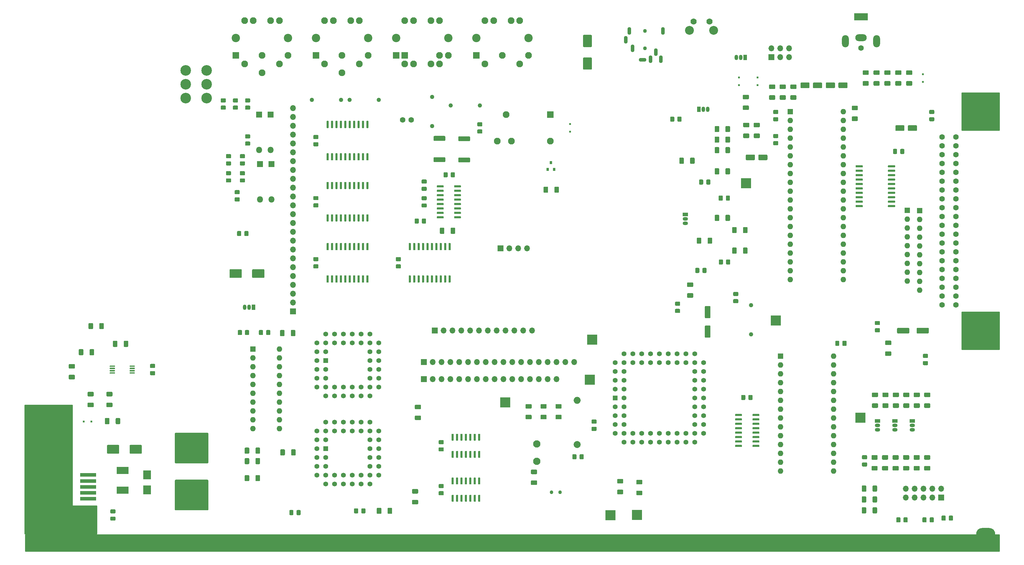
<source format=gbr>
%TF.GenerationSoftware,KiCad,Pcbnew,5.1.5+dfsg1-2build2*%
%TF.CreationDate,2021-09-08T17:23:41-04:00*%
%TF.ProjectId,coco3,636f636f-332e-46b6-9963-61645f706362,1.0.0*%
%TF.SameCoordinates,Original*%
%TF.FileFunction,Soldermask,Top*%
%TF.FilePolarity,Negative*%
%FSLAX46Y46*%
G04 Gerber Fmt 4.6, Leading zero omitted, Abs format (unit mm)*
G04 Created by KiCad (PCBNEW 5.1.5+dfsg1-2build2) date 2021-09-08 17:23:41*
%MOMM*%
%LPD*%
G04 APERTURE LIST*
%ADD10C,1.600000*%
%ADD11C,4.000000*%
%ADD12C,1.600200*%
%ADD13R,1.700000X1.700000*%
%ADD14O,1.700000X1.700000*%
%ADD15R,1.800000X1.800000*%
%ADD16O,1.800000X1.800000*%
%ADD17R,1.600000X1.600000*%
%ADD18O,1.600000X1.600000*%
%ADD19C,1.422400*%
%ADD20R,1.422400X1.422400*%
%ADD21R,1.050000X1.500000*%
%ADD22O,1.050000X1.500000*%
%ADD23C,1.950000*%
%ADD24C,2.400000*%
%ADD25R,1.950000X1.950000*%
%ADD26O,2.000000X2.000000*%
%ADD27C,2.000000*%
%ADD28R,1.500000X1.050000*%
%ADD29O,1.500000X1.050000*%
%ADD30C,3.044000*%
%ADD31C,1.778000*%
%ADD32C,2.540000*%
%ADD33C,2.100000*%
%ADD34C,1.030000*%
%ADD35O,5.500000X3.500000*%
%ADD36C,1.240000*%
%ADD37R,3.000000X3.000000*%
%ADD38C,0.100000*%
%ADD39R,4.000000X2.000000*%
%ADD40O,3.300000X2.000000*%
%ADD41O,2.000000X3.500000*%
%ADD42R,0.500000X0.500000*%
%ADD43C,1.100000*%
%ADD44O,1.100000X2.200000*%
%ADD45O,2.200000X1.100000*%
%ADD46R,2.300000X2.500000*%
%ADD47R,3.400000X2.000000*%
%ADD48R,0.800000X0.900000*%
%ADD49R,4.600000X1.100000*%
%ADD50R,9.400000X10.800000*%
%ADD51C,0.254000*%
G04 APERTURE END LIST*
D10*
%TO.C,C24*%
X150801000Y-47474000D03*
X148301000Y-47474000D03*
%TD*%
D11*
%TO.C,CN1*%
X311950000Y-109276500D03*
X311950000Y-43871500D03*
D12*
X303288600Y-100704000D03*
X303288600Y-98164000D03*
X303288600Y-95624000D03*
X303288600Y-93084000D03*
X303288600Y-90544000D03*
X303288600Y-88004000D03*
X303288600Y-85464000D03*
X303288600Y-82924000D03*
X303288600Y-80384000D03*
X303288600Y-77844000D03*
X303288600Y-75304000D03*
X303288600Y-72764000D03*
X303288600Y-70224000D03*
X303288600Y-67684000D03*
X303288600Y-65144000D03*
X303288600Y-62604000D03*
X303288600Y-60064000D03*
X303288600Y-57524000D03*
X303288600Y-54984000D03*
X303288600Y-52444000D03*
X307251000Y-100704000D03*
X307251000Y-98164000D03*
X307251000Y-95624000D03*
X307251000Y-93084000D03*
X307251000Y-90544000D03*
X307251000Y-88004000D03*
X307251000Y-85464000D03*
X307251000Y-82924000D03*
X307251000Y-80384000D03*
X307251000Y-77844000D03*
X307251000Y-75304000D03*
X307251000Y-72764000D03*
X307251000Y-70224000D03*
X307251000Y-67684000D03*
X307251000Y-65144000D03*
X307251000Y-62604000D03*
X307251000Y-60064000D03*
X307251000Y-57524000D03*
X307251000Y-54984000D03*
X307251000Y-52444000D03*
%TD*%
D13*
%TO.C,CN3*%
X303001000Y-156074000D03*
D14*
X303001000Y-153534000D03*
X300461000Y-156074000D03*
X300461000Y-153534000D03*
X297921000Y-156074000D03*
X297921000Y-153534000D03*
X295381000Y-156074000D03*
X295381000Y-153534000D03*
X292841000Y-156074000D03*
X292841000Y-153534000D03*
%TD*%
D15*
%TO.C,D8*%
X107111000Y-45964000D03*
D16*
X107111000Y-56124000D03*
%TD*%
%TO.C,D9*%
X110381000Y-56124000D03*
D15*
X110381000Y-45964000D03*
%TD*%
D16*
%TO.C,D10*%
X107321000Y-70364000D03*
D15*
X107321000Y-60204000D03*
%TD*%
%TO.C,D11*%
X110631000Y-60194000D03*
D16*
X110631000Y-70354000D03*
%TD*%
D17*
%TO.C,IC1*%
X259701000Y-45154000D03*
D18*
X274941000Y-93414000D03*
X259701000Y-47694000D03*
X274941000Y-90874000D03*
X259701000Y-50234000D03*
X274941000Y-88334000D03*
X259701000Y-52774000D03*
X274941000Y-85794000D03*
X259701000Y-55314000D03*
X274941000Y-83254000D03*
X259701000Y-57854000D03*
X274941000Y-80714000D03*
X259701000Y-60394000D03*
X274941000Y-78174000D03*
X259701000Y-62934000D03*
X274941000Y-75634000D03*
X259701000Y-65474000D03*
X274941000Y-73094000D03*
X259701000Y-68014000D03*
X274941000Y-70554000D03*
X259701000Y-70554000D03*
X274941000Y-68014000D03*
X259701000Y-73094000D03*
X274941000Y-65474000D03*
X259701000Y-75634000D03*
X274941000Y-62934000D03*
X259701000Y-78174000D03*
X274941000Y-60394000D03*
X259701000Y-80714000D03*
X274941000Y-57854000D03*
X259701000Y-83254000D03*
X274941000Y-55314000D03*
X259701000Y-85794000D03*
X274941000Y-52774000D03*
X259701000Y-88334000D03*
X274941000Y-50234000D03*
X259701000Y-90874000D03*
X274941000Y-47694000D03*
X259701000Y-93414000D03*
X274941000Y-45154000D03*
%TD*%
D19*
%TO.C,IC6*%
X211941000Y-127474000D03*
X211941000Y-130014000D03*
X211941000Y-132554000D03*
X211941000Y-135094000D03*
X211941000Y-124934000D03*
X211941000Y-122394000D03*
X211941000Y-119854000D03*
X211941000Y-117314000D03*
D20*
X209401000Y-127474000D03*
D19*
X209401000Y-130014000D03*
X209401000Y-132554000D03*
X209401000Y-135094000D03*
X209401000Y-137634000D03*
X209401000Y-124934000D03*
X209401000Y-122394000D03*
X209401000Y-119854000D03*
X211941000Y-137634000D03*
X214481000Y-137634000D03*
X217021000Y-137634000D03*
X219561000Y-137634000D03*
X222101000Y-137634000D03*
X224641000Y-137634000D03*
X227181000Y-137634000D03*
X229721000Y-137634000D03*
X211941000Y-140174000D03*
X214481000Y-140174000D03*
X217021000Y-140174000D03*
X219561000Y-140174000D03*
X222101000Y-140174000D03*
X224641000Y-140174000D03*
X227181000Y-140174000D03*
X229721000Y-140174000D03*
X232261000Y-140174000D03*
X232261000Y-137634000D03*
X232261000Y-135094000D03*
X232261000Y-132554000D03*
X232261000Y-130014000D03*
X232261000Y-127474000D03*
X232261000Y-124934000D03*
X232261000Y-122394000D03*
X232261000Y-119854000D03*
X232261000Y-114774000D03*
X234801000Y-137634000D03*
X234801000Y-135094000D03*
X234801000Y-132554000D03*
X234801000Y-130014000D03*
X234801000Y-127474000D03*
X234801000Y-124934000D03*
X234801000Y-122394000D03*
X234801000Y-119854000D03*
X234801000Y-117314000D03*
X232261000Y-117314000D03*
X229721000Y-117314000D03*
X227181000Y-117314000D03*
X224641000Y-117314000D03*
X222101000Y-117314000D03*
X219561000Y-117314000D03*
X217021000Y-117314000D03*
X214481000Y-117314000D03*
X209401000Y-117314000D03*
X229721000Y-114774000D03*
X227181000Y-114774000D03*
X224641000Y-114774000D03*
X222101000Y-114774000D03*
X219561000Y-114774000D03*
X217021000Y-114774000D03*
X214481000Y-114774000D03*
X211941000Y-114774000D03*
%TD*%
D18*
%TO.C,IC7*%
X112921000Y-113374000D03*
X105301000Y-136234000D03*
X112921000Y-115914000D03*
X105301000Y-133694000D03*
X112921000Y-118454000D03*
X105301000Y-131154000D03*
X112921000Y-120994000D03*
X105301000Y-128614000D03*
X112921000Y-123534000D03*
X105301000Y-126074000D03*
X112921000Y-126074000D03*
X105301000Y-123534000D03*
X112921000Y-128614000D03*
X105301000Y-120994000D03*
X112921000Y-131154000D03*
X105301000Y-118454000D03*
X112921000Y-133694000D03*
X105301000Y-115914000D03*
X112921000Y-136234000D03*
D17*
X105301000Y-113374000D03*
%TD*%
D21*
%TO.C,IC36*%
X105501000Y-101374000D03*
D22*
X102961000Y-101374000D03*
X104231000Y-101374000D03*
%TD*%
D14*
%TO.C,CN2*%
X192541000Y-121984000D03*
X190001000Y-121984000D03*
X187461000Y-121984000D03*
X184921000Y-121984000D03*
X182381000Y-121984000D03*
X179841000Y-121984000D03*
X177301000Y-121984000D03*
X174761000Y-121984000D03*
X172221000Y-121984000D03*
X169681000Y-121984000D03*
X167141000Y-121984000D03*
X164601000Y-121984000D03*
X162061000Y-121984000D03*
X159521000Y-121984000D03*
X156981000Y-121984000D03*
D13*
X154441000Y-121984000D03*
%TD*%
D23*
%TO.C,JK1*%
X112921000Y-18964000D03*
X102921000Y-18964000D03*
X107921000Y-33964000D03*
X115421000Y-28964000D03*
D24*
X115421000Y-23964000D03*
X100421000Y-23964000D03*
D23*
X102921000Y-31464000D03*
X112921000Y-31464000D03*
D25*
X100421000Y-28964000D03*
D23*
X107921000Y-28964000D03*
X105421000Y-18964000D03*
X110421000Y-18964000D03*
%TD*%
%TO.C,JK2*%
X133421000Y-18964000D03*
X128421000Y-18964000D03*
X130921000Y-28964000D03*
D25*
X123421000Y-28964000D03*
D23*
X135921000Y-31464000D03*
X125921000Y-31464000D03*
D24*
X123421000Y-23964000D03*
X138421000Y-23964000D03*
D23*
X138421000Y-28964000D03*
X130921000Y-33964000D03*
X125921000Y-18964000D03*
X135921000Y-18964000D03*
%TD*%
%TO.C,JK3*%
X156421000Y-18964000D03*
X151421000Y-18964000D03*
X158921000Y-28964000D03*
D25*
X148921000Y-28964000D03*
D23*
X156421000Y-31464000D03*
X151421000Y-31464000D03*
D24*
X146421000Y-23964000D03*
X161421000Y-23964000D03*
D23*
X148921000Y-18964000D03*
X158921000Y-18964000D03*
D25*
X146421000Y-28964000D03*
D23*
X161421000Y-28964000D03*
X158921000Y-31464000D03*
X148921000Y-31464000D03*
%TD*%
%TO.C,JK4*%
X179451000Y-18964000D03*
X174451000Y-18964000D03*
X176951000Y-28964000D03*
D25*
X169451000Y-28964000D03*
D23*
X181951000Y-31464000D03*
X171951000Y-31464000D03*
D24*
X169451000Y-23964000D03*
X184451000Y-23964000D03*
D23*
X184451000Y-28964000D03*
X181951000Y-18964000D03*
X171951000Y-18964000D03*
%TD*%
D26*
%TO.C,L1*%
X198451000Y-128124000D03*
D27*
X198451000Y-140824000D03*
%TD*%
D18*
%TO.C,MP1*%
X296826000Y-96409000D03*
X296826000Y-93869000D03*
X296826000Y-91329000D03*
X296826000Y-88789000D03*
X296826000Y-86249000D03*
X296826000Y-83709000D03*
X296826000Y-81169000D03*
X296826000Y-78629000D03*
X296826000Y-76089000D03*
D17*
X296826000Y-73549000D03*
%TD*%
D18*
%TO.C,MP2*%
X293301000Y-93819000D03*
X293301000Y-91279000D03*
X293301000Y-88739000D03*
X293301000Y-86199000D03*
X293301000Y-83659000D03*
X293301000Y-81119000D03*
X293301000Y-78579000D03*
X293301000Y-76039000D03*
D17*
X293301000Y-73499000D03*
%TD*%
D22*
%TO.C,Q2*%
X234671000Y-44474000D03*
X235941000Y-44474000D03*
D21*
X233401000Y-44474000D03*
%TD*%
D28*
%TO.C,Q3*%
X229491000Y-74724000D03*
D29*
X229491000Y-77264000D03*
X229491000Y-75994000D03*
%TD*%
D21*
%TO.C,Q4*%
X246701000Y-29574000D03*
D22*
X244161000Y-29574000D03*
X245431000Y-29574000D03*
%TD*%
D29*
%TO.C,Q5*%
X284701000Y-135294000D03*
X284701000Y-136564000D03*
D28*
X284701000Y-134024000D03*
%TD*%
%TO.C,Q6*%
X289701000Y-134024000D03*
D29*
X289701000Y-136564000D03*
X289701000Y-135294000D03*
%TD*%
%TO.C,Q7*%
X294701000Y-135294000D03*
X294701000Y-136564000D03*
D28*
X294701000Y-134024000D03*
%TD*%
D23*
%TO.C,RY1*%
X190781000Y-53614000D03*
D25*
X190781000Y-45994000D03*
D23*
X178081000Y-45994000D03*
X179605000Y-53614000D03*
X175541000Y-53614000D03*
%TD*%
D30*
%TO.C,SW1*%
X86041400Y-33274000D03*
X86041400Y-37274000D03*
X86041400Y-41274000D03*
X92041400Y-33274000D03*
X92041400Y-37274000D03*
X92041400Y-41274000D03*
%TD*%
D31*
%TO.C,SW2*%
X231931000Y-19274000D03*
X236431000Y-19274000D03*
D32*
X230681000Y-21774000D03*
X237681000Y-21774000D03*
%TD*%
D33*
%TO.C,TC1*%
X186851000Y-140674000D03*
X186851000Y-145674000D03*
%TD*%
D34*
%TO.C,X1*%
X191051000Y-154524000D03*
X193551000Y-154524000D03*
%TD*%
D17*
%TO.C,IC2*%
X256881000Y-115374000D03*
D18*
X272121000Y-148394000D03*
X256881000Y-117914000D03*
X272121000Y-145854000D03*
X256881000Y-120454000D03*
X272121000Y-143314000D03*
X256881000Y-122994000D03*
X272121000Y-140774000D03*
X256881000Y-125534000D03*
X272121000Y-138234000D03*
X256881000Y-128074000D03*
X272121000Y-135694000D03*
X256881000Y-130614000D03*
X272121000Y-133154000D03*
X256881000Y-133154000D03*
X272121000Y-130614000D03*
X256881000Y-135694000D03*
X272121000Y-128074000D03*
X256881000Y-138234000D03*
X272121000Y-125534000D03*
X256881000Y-140774000D03*
X272121000Y-122994000D03*
X256881000Y-143314000D03*
X272121000Y-120454000D03*
X256881000Y-145854000D03*
X272121000Y-117914000D03*
X256881000Y-148394000D03*
X272121000Y-115374000D03*
%TD*%
D35*
%TO.C,H1*%
X45801400Y-166574000D03*
%TD*%
%TO.C,H2*%
X315801000Y-166574000D03*
%TD*%
D36*
%TO.C,FB10*%
X130656000Y-41714000D03*
X122286000Y-41714000D03*
%TD*%
%TO.C,FB5*%
X248401000Y-109159000D03*
X248401000Y-100789000D03*
%TD*%
%TO.C,FB6*%
X156801000Y-49259000D03*
X156801000Y-40889000D03*
%TD*%
%TO.C,FB8*%
X170486000Y-43374000D03*
X162116000Y-43374000D03*
%TD*%
%TO.C,FB9*%
X141486000Y-41724000D03*
X133116000Y-41724000D03*
%TD*%
D37*
%TO.C,TP7*%
X246991000Y-65674000D03*
%TD*%
%TO.C,TP8*%
X279801000Y-133074000D03*
%TD*%
%TO.C,TP4*%
X177801000Y-128674000D03*
%TD*%
%TO.C,TP5*%
X202126000Y-122149000D03*
%TD*%
%TO.C,TP6*%
X202801000Y-110674000D03*
%TD*%
%TO.C,TP2*%
X215601000Y-161074000D03*
%TD*%
%TO.C,TP3*%
X208001000Y-161124000D03*
%TD*%
D20*
%TO.C,IC5*%
X126201000Y-116674000D03*
D19*
X126201000Y-119214000D03*
X126201000Y-121754000D03*
X126201000Y-114134000D03*
X126201000Y-111594000D03*
X123661000Y-119214000D03*
X123661000Y-121754000D03*
X123661000Y-124294000D03*
X123661000Y-116674000D03*
X123661000Y-114134000D03*
X126201000Y-124294000D03*
X128741000Y-124294000D03*
X131281000Y-124294000D03*
X133821000Y-124294000D03*
X136361000Y-124294000D03*
X126201000Y-126834000D03*
X128741000Y-126834000D03*
X131281000Y-126834000D03*
X133821000Y-126834000D03*
X136361000Y-126834000D03*
X138901000Y-126834000D03*
X138901000Y-124294000D03*
X138901000Y-121754000D03*
X138901000Y-119214000D03*
X138901000Y-116674000D03*
X138901000Y-114134000D03*
X138901000Y-109054000D03*
X141441000Y-124294000D03*
X141441000Y-121754000D03*
X141441000Y-119214000D03*
X141441000Y-116674000D03*
X141441000Y-114134000D03*
X141441000Y-111594000D03*
X138901000Y-111594000D03*
X136361000Y-111594000D03*
X133821000Y-111594000D03*
X131281000Y-111594000D03*
X128741000Y-111594000D03*
X123661000Y-111594000D03*
X136361000Y-109054000D03*
X133821000Y-109054000D03*
X131281000Y-109054000D03*
X128741000Y-109054000D03*
X126201000Y-109054000D03*
%TD*%
D20*
%TO.C,IC4*%
X126201000Y-141974000D03*
D19*
X126201000Y-144514000D03*
X126201000Y-147054000D03*
X126201000Y-139434000D03*
X126201000Y-136894000D03*
X123661000Y-144514000D03*
X123661000Y-147054000D03*
X123661000Y-149594000D03*
X123661000Y-141974000D03*
X123661000Y-139434000D03*
X126201000Y-149594000D03*
X128741000Y-149594000D03*
X131281000Y-149594000D03*
X133821000Y-149594000D03*
X136361000Y-149594000D03*
X126201000Y-152134000D03*
X128741000Y-152134000D03*
X131281000Y-152134000D03*
X133821000Y-152134000D03*
X136361000Y-152134000D03*
X138901000Y-152134000D03*
X138901000Y-149594000D03*
X138901000Y-147054000D03*
X138901000Y-144514000D03*
X138901000Y-141974000D03*
X138901000Y-139434000D03*
X138901000Y-134354000D03*
X141441000Y-149594000D03*
X141441000Y-147054000D03*
X141441000Y-144514000D03*
X141441000Y-141974000D03*
X141441000Y-139434000D03*
X141441000Y-136894000D03*
X138901000Y-136894000D03*
X136361000Y-136894000D03*
X133821000Y-136894000D03*
X131281000Y-136894000D03*
X128741000Y-136894000D03*
X123661000Y-136894000D03*
X136361000Y-134354000D03*
X133821000Y-134354000D03*
X131281000Y-134354000D03*
X128741000Y-134354000D03*
X126201000Y-134354000D03*
%TD*%
D38*
%TO.C,C1*%
G36*
X256000504Y-51550204D02*
G01*
X256024773Y-51553804D01*
X256048571Y-51559765D01*
X256071671Y-51568030D01*
X256093849Y-51578520D01*
X256114893Y-51591133D01*
X256134598Y-51605747D01*
X256152777Y-51622223D01*
X256169253Y-51640402D01*
X256183867Y-51660107D01*
X256196480Y-51681151D01*
X256206970Y-51703329D01*
X256215235Y-51726429D01*
X256221196Y-51750227D01*
X256224796Y-51774496D01*
X256226000Y-51799000D01*
X256226000Y-52474000D01*
X256224796Y-52498504D01*
X256221196Y-52522773D01*
X256215235Y-52546571D01*
X256206970Y-52569671D01*
X256196480Y-52591849D01*
X256183867Y-52612893D01*
X256169253Y-52632598D01*
X256152777Y-52650777D01*
X256134598Y-52667253D01*
X256114893Y-52681867D01*
X256093849Y-52694480D01*
X256071671Y-52704970D01*
X256048571Y-52713235D01*
X256024773Y-52719196D01*
X256000504Y-52722796D01*
X255976000Y-52724000D01*
X255026000Y-52724000D01*
X255001496Y-52722796D01*
X254977227Y-52719196D01*
X254953429Y-52713235D01*
X254930329Y-52704970D01*
X254908151Y-52694480D01*
X254887107Y-52681867D01*
X254867402Y-52667253D01*
X254849223Y-52650777D01*
X254832747Y-52632598D01*
X254818133Y-52612893D01*
X254805520Y-52591849D01*
X254795030Y-52569671D01*
X254786765Y-52546571D01*
X254780804Y-52522773D01*
X254777204Y-52498504D01*
X254776000Y-52474000D01*
X254776000Y-51799000D01*
X254777204Y-51774496D01*
X254780804Y-51750227D01*
X254786765Y-51726429D01*
X254795030Y-51703329D01*
X254805520Y-51681151D01*
X254818133Y-51660107D01*
X254832747Y-51640402D01*
X254849223Y-51622223D01*
X254867402Y-51605747D01*
X254887107Y-51591133D01*
X254908151Y-51578520D01*
X254930329Y-51568030D01*
X254953429Y-51559765D01*
X254977227Y-51553804D01*
X255001496Y-51550204D01*
X255026000Y-51549000D01*
X255976000Y-51549000D01*
X256000504Y-51550204D01*
G37*
G36*
X256000504Y-53625204D02*
G01*
X256024773Y-53628804D01*
X256048571Y-53634765D01*
X256071671Y-53643030D01*
X256093849Y-53653520D01*
X256114893Y-53666133D01*
X256134598Y-53680747D01*
X256152777Y-53697223D01*
X256169253Y-53715402D01*
X256183867Y-53735107D01*
X256196480Y-53756151D01*
X256206970Y-53778329D01*
X256215235Y-53801429D01*
X256221196Y-53825227D01*
X256224796Y-53849496D01*
X256226000Y-53874000D01*
X256226000Y-54549000D01*
X256224796Y-54573504D01*
X256221196Y-54597773D01*
X256215235Y-54621571D01*
X256206970Y-54644671D01*
X256196480Y-54666849D01*
X256183867Y-54687893D01*
X256169253Y-54707598D01*
X256152777Y-54725777D01*
X256134598Y-54742253D01*
X256114893Y-54756867D01*
X256093849Y-54769480D01*
X256071671Y-54779970D01*
X256048571Y-54788235D01*
X256024773Y-54794196D01*
X256000504Y-54797796D01*
X255976000Y-54799000D01*
X255026000Y-54799000D01*
X255001496Y-54797796D01*
X254977227Y-54794196D01*
X254953429Y-54788235D01*
X254930329Y-54779970D01*
X254908151Y-54769480D01*
X254887107Y-54756867D01*
X254867402Y-54742253D01*
X254849223Y-54725777D01*
X254832747Y-54707598D01*
X254818133Y-54687893D01*
X254805520Y-54666849D01*
X254795030Y-54644671D01*
X254786765Y-54621571D01*
X254780804Y-54597773D01*
X254777204Y-54573504D01*
X254776000Y-54549000D01*
X254776000Y-53874000D01*
X254777204Y-53849496D01*
X254780804Y-53825227D01*
X254786765Y-53801429D01*
X254795030Y-53778329D01*
X254805520Y-53756151D01*
X254818133Y-53735107D01*
X254832747Y-53715402D01*
X254849223Y-53697223D01*
X254867402Y-53680747D01*
X254887107Y-53666133D01*
X254908151Y-53653520D01*
X254930329Y-53643030D01*
X254953429Y-53634765D01*
X254977227Y-53628804D01*
X255001496Y-53625204D01*
X255026000Y-53624000D01*
X255976000Y-53624000D01*
X256000504Y-53625204D01*
G37*
%TD*%
%TO.C,C4*%
G36*
X275600504Y-111000204D02*
G01*
X275624773Y-111003804D01*
X275648571Y-111009765D01*
X275671671Y-111018030D01*
X275693849Y-111028520D01*
X275714893Y-111041133D01*
X275734598Y-111055747D01*
X275752777Y-111072223D01*
X275769253Y-111090402D01*
X275783867Y-111110107D01*
X275796480Y-111131151D01*
X275806970Y-111153329D01*
X275815235Y-111176429D01*
X275821196Y-111200227D01*
X275824796Y-111224496D01*
X275826000Y-111249000D01*
X275826000Y-112199000D01*
X275824796Y-112223504D01*
X275821196Y-112247773D01*
X275815235Y-112271571D01*
X275806970Y-112294671D01*
X275796480Y-112316849D01*
X275783867Y-112337893D01*
X275769253Y-112357598D01*
X275752777Y-112375777D01*
X275734598Y-112392253D01*
X275714893Y-112406867D01*
X275693849Y-112419480D01*
X275671671Y-112429970D01*
X275648571Y-112438235D01*
X275624773Y-112444196D01*
X275600504Y-112447796D01*
X275576000Y-112449000D01*
X274901000Y-112449000D01*
X274876496Y-112447796D01*
X274852227Y-112444196D01*
X274828429Y-112438235D01*
X274805329Y-112429970D01*
X274783151Y-112419480D01*
X274762107Y-112406867D01*
X274742402Y-112392253D01*
X274724223Y-112375777D01*
X274707747Y-112357598D01*
X274693133Y-112337893D01*
X274680520Y-112316849D01*
X274670030Y-112294671D01*
X274661765Y-112271571D01*
X274655804Y-112247773D01*
X274652204Y-112223504D01*
X274651000Y-112199000D01*
X274651000Y-111249000D01*
X274652204Y-111224496D01*
X274655804Y-111200227D01*
X274661765Y-111176429D01*
X274670030Y-111153329D01*
X274680520Y-111131151D01*
X274693133Y-111110107D01*
X274707747Y-111090402D01*
X274724223Y-111072223D01*
X274742402Y-111055747D01*
X274762107Y-111041133D01*
X274783151Y-111028520D01*
X274805329Y-111018030D01*
X274828429Y-111009765D01*
X274852227Y-111003804D01*
X274876496Y-111000204D01*
X274901000Y-110999000D01*
X275576000Y-110999000D01*
X275600504Y-111000204D01*
G37*
G36*
X273525504Y-111000204D02*
G01*
X273549773Y-111003804D01*
X273573571Y-111009765D01*
X273596671Y-111018030D01*
X273618849Y-111028520D01*
X273639893Y-111041133D01*
X273659598Y-111055747D01*
X273677777Y-111072223D01*
X273694253Y-111090402D01*
X273708867Y-111110107D01*
X273721480Y-111131151D01*
X273731970Y-111153329D01*
X273740235Y-111176429D01*
X273746196Y-111200227D01*
X273749796Y-111224496D01*
X273751000Y-111249000D01*
X273751000Y-112199000D01*
X273749796Y-112223504D01*
X273746196Y-112247773D01*
X273740235Y-112271571D01*
X273731970Y-112294671D01*
X273721480Y-112316849D01*
X273708867Y-112337893D01*
X273694253Y-112357598D01*
X273677777Y-112375777D01*
X273659598Y-112392253D01*
X273639893Y-112406867D01*
X273618849Y-112419480D01*
X273596671Y-112429970D01*
X273573571Y-112438235D01*
X273549773Y-112444196D01*
X273525504Y-112447796D01*
X273501000Y-112449000D01*
X272826000Y-112449000D01*
X272801496Y-112447796D01*
X272777227Y-112444196D01*
X272753429Y-112438235D01*
X272730329Y-112429970D01*
X272708151Y-112419480D01*
X272687107Y-112406867D01*
X272667402Y-112392253D01*
X272649223Y-112375777D01*
X272632747Y-112357598D01*
X272618133Y-112337893D01*
X272605520Y-112316849D01*
X272595030Y-112294671D01*
X272586765Y-112271571D01*
X272580804Y-112247773D01*
X272577204Y-112223504D01*
X272576000Y-112199000D01*
X272576000Y-111249000D01*
X272577204Y-111224496D01*
X272580804Y-111200227D01*
X272586765Y-111176429D01*
X272595030Y-111153329D01*
X272605520Y-111131151D01*
X272618133Y-111110107D01*
X272632747Y-111090402D01*
X272649223Y-111072223D01*
X272667402Y-111055747D01*
X272687107Y-111041133D01*
X272708151Y-111028520D01*
X272730329Y-111018030D01*
X272753429Y-111009765D01*
X272777227Y-111003804D01*
X272801496Y-111000204D01*
X272826000Y-110999000D01*
X273501000Y-110999000D01*
X273525504Y-111000204D01*
G37*
%TD*%
%TO.C,C6*%
G36*
X116725504Y-159650204D02*
G01*
X116749773Y-159653804D01*
X116773571Y-159659765D01*
X116796671Y-159668030D01*
X116818849Y-159678520D01*
X116839893Y-159691133D01*
X116859598Y-159705747D01*
X116877777Y-159722223D01*
X116894253Y-159740402D01*
X116908867Y-159760107D01*
X116921480Y-159781151D01*
X116931970Y-159803329D01*
X116940235Y-159826429D01*
X116946196Y-159850227D01*
X116949796Y-159874496D01*
X116951000Y-159899000D01*
X116951000Y-160849000D01*
X116949796Y-160873504D01*
X116946196Y-160897773D01*
X116940235Y-160921571D01*
X116931970Y-160944671D01*
X116921480Y-160966849D01*
X116908867Y-160987893D01*
X116894253Y-161007598D01*
X116877777Y-161025777D01*
X116859598Y-161042253D01*
X116839893Y-161056867D01*
X116818849Y-161069480D01*
X116796671Y-161079970D01*
X116773571Y-161088235D01*
X116749773Y-161094196D01*
X116725504Y-161097796D01*
X116701000Y-161099000D01*
X116026000Y-161099000D01*
X116001496Y-161097796D01*
X115977227Y-161094196D01*
X115953429Y-161088235D01*
X115930329Y-161079970D01*
X115908151Y-161069480D01*
X115887107Y-161056867D01*
X115867402Y-161042253D01*
X115849223Y-161025777D01*
X115832747Y-161007598D01*
X115818133Y-160987893D01*
X115805520Y-160966849D01*
X115795030Y-160944671D01*
X115786765Y-160921571D01*
X115780804Y-160897773D01*
X115777204Y-160873504D01*
X115776000Y-160849000D01*
X115776000Y-159899000D01*
X115777204Y-159874496D01*
X115780804Y-159850227D01*
X115786765Y-159826429D01*
X115795030Y-159803329D01*
X115805520Y-159781151D01*
X115818133Y-159760107D01*
X115832747Y-159740402D01*
X115849223Y-159722223D01*
X115867402Y-159705747D01*
X115887107Y-159691133D01*
X115908151Y-159678520D01*
X115930329Y-159668030D01*
X115953429Y-159659765D01*
X115977227Y-159653804D01*
X116001496Y-159650204D01*
X116026000Y-159649000D01*
X116701000Y-159649000D01*
X116725504Y-159650204D01*
G37*
G36*
X118800504Y-159650204D02*
G01*
X118824773Y-159653804D01*
X118848571Y-159659765D01*
X118871671Y-159668030D01*
X118893849Y-159678520D01*
X118914893Y-159691133D01*
X118934598Y-159705747D01*
X118952777Y-159722223D01*
X118969253Y-159740402D01*
X118983867Y-159760107D01*
X118996480Y-159781151D01*
X119006970Y-159803329D01*
X119015235Y-159826429D01*
X119021196Y-159850227D01*
X119024796Y-159874496D01*
X119026000Y-159899000D01*
X119026000Y-160849000D01*
X119024796Y-160873504D01*
X119021196Y-160897773D01*
X119015235Y-160921571D01*
X119006970Y-160944671D01*
X118996480Y-160966849D01*
X118983867Y-160987893D01*
X118969253Y-161007598D01*
X118952777Y-161025777D01*
X118934598Y-161042253D01*
X118914893Y-161056867D01*
X118893849Y-161069480D01*
X118871671Y-161079970D01*
X118848571Y-161088235D01*
X118824773Y-161094196D01*
X118800504Y-161097796D01*
X118776000Y-161099000D01*
X118101000Y-161099000D01*
X118076496Y-161097796D01*
X118052227Y-161094196D01*
X118028429Y-161088235D01*
X118005329Y-161079970D01*
X117983151Y-161069480D01*
X117962107Y-161056867D01*
X117942402Y-161042253D01*
X117924223Y-161025777D01*
X117907747Y-161007598D01*
X117893133Y-160987893D01*
X117880520Y-160966849D01*
X117870030Y-160944671D01*
X117861765Y-160921571D01*
X117855804Y-160897773D01*
X117852204Y-160873504D01*
X117851000Y-160849000D01*
X117851000Y-159899000D01*
X117852204Y-159874496D01*
X117855804Y-159850227D01*
X117861765Y-159826429D01*
X117870030Y-159803329D01*
X117880520Y-159781151D01*
X117893133Y-159760107D01*
X117907747Y-159740402D01*
X117924223Y-159722223D01*
X117942402Y-159705747D01*
X117962107Y-159691133D01*
X117983151Y-159678520D01*
X118005329Y-159668030D01*
X118028429Y-159659765D01*
X118052227Y-159653804D01*
X118076496Y-159650204D01*
X118101000Y-159649000D01*
X118776000Y-159649000D01*
X118800504Y-159650204D01*
G37*
%TD*%
%TO.C,C7*%
G36*
X135325504Y-159150204D02*
G01*
X135349773Y-159153804D01*
X135373571Y-159159765D01*
X135396671Y-159168030D01*
X135418849Y-159178520D01*
X135439893Y-159191133D01*
X135459598Y-159205747D01*
X135477777Y-159222223D01*
X135494253Y-159240402D01*
X135508867Y-159260107D01*
X135521480Y-159281151D01*
X135531970Y-159303329D01*
X135540235Y-159326429D01*
X135546196Y-159350227D01*
X135549796Y-159374496D01*
X135551000Y-159399000D01*
X135551000Y-160349000D01*
X135549796Y-160373504D01*
X135546196Y-160397773D01*
X135540235Y-160421571D01*
X135531970Y-160444671D01*
X135521480Y-160466849D01*
X135508867Y-160487893D01*
X135494253Y-160507598D01*
X135477777Y-160525777D01*
X135459598Y-160542253D01*
X135439893Y-160556867D01*
X135418849Y-160569480D01*
X135396671Y-160579970D01*
X135373571Y-160588235D01*
X135349773Y-160594196D01*
X135325504Y-160597796D01*
X135301000Y-160599000D01*
X134626000Y-160599000D01*
X134601496Y-160597796D01*
X134577227Y-160594196D01*
X134553429Y-160588235D01*
X134530329Y-160579970D01*
X134508151Y-160569480D01*
X134487107Y-160556867D01*
X134467402Y-160542253D01*
X134449223Y-160525777D01*
X134432747Y-160507598D01*
X134418133Y-160487893D01*
X134405520Y-160466849D01*
X134395030Y-160444671D01*
X134386765Y-160421571D01*
X134380804Y-160397773D01*
X134377204Y-160373504D01*
X134376000Y-160349000D01*
X134376000Y-159399000D01*
X134377204Y-159374496D01*
X134380804Y-159350227D01*
X134386765Y-159326429D01*
X134395030Y-159303329D01*
X134405520Y-159281151D01*
X134418133Y-159260107D01*
X134432747Y-159240402D01*
X134449223Y-159222223D01*
X134467402Y-159205747D01*
X134487107Y-159191133D01*
X134508151Y-159178520D01*
X134530329Y-159168030D01*
X134553429Y-159159765D01*
X134577227Y-159153804D01*
X134601496Y-159150204D01*
X134626000Y-159149000D01*
X135301000Y-159149000D01*
X135325504Y-159150204D01*
G37*
G36*
X137400504Y-159150204D02*
G01*
X137424773Y-159153804D01*
X137448571Y-159159765D01*
X137471671Y-159168030D01*
X137493849Y-159178520D01*
X137514893Y-159191133D01*
X137534598Y-159205747D01*
X137552777Y-159222223D01*
X137569253Y-159240402D01*
X137583867Y-159260107D01*
X137596480Y-159281151D01*
X137606970Y-159303329D01*
X137615235Y-159326429D01*
X137621196Y-159350227D01*
X137624796Y-159374496D01*
X137626000Y-159399000D01*
X137626000Y-160349000D01*
X137624796Y-160373504D01*
X137621196Y-160397773D01*
X137615235Y-160421571D01*
X137606970Y-160444671D01*
X137596480Y-160466849D01*
X137583867Y-160487893D01*
X137569253Y-160507598D01*
X137552777Y-160525777D01*
X137534598Y-160542253D01*
X137514893Y-160556867D01*
X137493849Y-160569480D01*
X137471671Y-160579970D01*
X137448571Y-160588235D01*
X137424773Y-160594196D01*
X137400504Y-160597796D01*
X137376000Y-160599000D01*
X136701000Y-160599000D01*
X136676496Y-160597796D01*
X136652227Y-160594196D01*
X136628429Y-160588235D01*
X136605329Y-160579970D01*
X136583151Y-160569480D01*
X136562107Y-160556867D01*
X136542402Y-160542253D01*
X136524223Y-160525777D01*
X136507747Y-160507598D01*
X136493133Y-160487893D01*
X136480520Y-160466849D01*
X136470030Y-160444671D01*
X136461765Y-160421571D01*
X136455804Y-160397773D01*
X136452204Y-160373504D01*
X136451000Y-160349000D01*
X136451000Y-159399000D01*
X136452204Y-159374496D01*
X136455804Y-159350227D01*
X136461765Y-159326429D01*
X136470030Y-159303329D01*
X136480520Y-159281151D01*
X136493133Y-159260107D01*
X136507747Y-159240402D01*
X136524223Y-159222223D01*
X136542402Y-159205747D01*
X136562107Y-159191133D01*
X136583151Y-159178520D01*
X136605329Y-159168030D01*
X136628429Y-159159765D01*
X136652227Y-159153804D01*
X136676496Y-159150204D01*
X136701000Y-159149000D01*
X137376000Y-159149000D01*
X137400504Y-159150204D01*
G37*
%TD*%
%TO.C,C8*%
G36*
X244500504Y-99025204D02*
G01*
X244524773Y-99028804D01*
X244548571Y-99034765D01*
X244571671Y-99043030D01*
X244593849Y-99053520D01*
X244614893Y-99066133D01*
X244634598Y-99080747D01*
X244652777Y-99097223D01*
X244669253Y-99115402D01*
X244683867Y-99135107D01*
X244696480Y-99156151D01*
X244706970Y-99178329D01*
X244715235Y-99201429D01*
X244721196Y-99225227D01*
X244724796Y-99249496D01*
X244726000Y-99274000D01*
X244726000Y-99949000D01*
X244724796Y-99973504D01*
X244721196Y-99997773D01*
X244715235Y-100021571D01*
X244706970Y-100044671D01*
X244696480Y-100066849D01*
X244683867Y-100087893D01*
X244669253Y-100107598D01*
X244652777Y-100125777D01*
X244634598Y-100142253D01*
X244614893Y-100156867D01*
X244593849Y-100169480D01*
X244571671Y-100179970D01*
X244548571Y-100188235D01*
X244524773Y-100194196D01*
X244500504Y-100197796D01*
X244476000Y-100199000D01*
X243526000Y-100199000D01*
X243501496Y-100197796D01*
X243477227Y-100194196D01*
X243453429Y-100188235D01*
X243430329Y-100179970D01*
X243408151Y-100169480D01*
X243387107Y-100156867D01*
X243367402Y-100142253D01*
X243349223Y-100125777D01*
X243332747Y-100107598D01*
X243318133Y-100087893D01*
X243305520Y-100066849D01*
X243295030Y-100044671D01*
X243286765Y-100021571D01*
X243280804Y-99997773D01*
X243277204Y-99973504D01*
X243276000Y-99949000D01*
X243276000Y-99274000D01*
X243277204Y-99249496D01*
X243280804Y-99225227D01*
X243286765Y-99201429D01*
X243295030Y-99178329D01*
X243305520Y-99156151D01*
X243318133Y-99135107D01*
X243332747Y-99115402D01*
X243349223Y-99097223D01*
X243367402Y-99080747D01*
X243387107Y-99066133D01*
X243408151Y-99053520D01*
X243430329Y-99043030D01*
X243453429Y-99034765D01*
X243477227Y-99028804D01*
X243501496Y-99025204D01*
X243526000Y-99024000D01*
X244476000Y-99024000D01*
X244500504Y-99025204D01*
G37*
G36*
X244500504Y-96950204D02*
G01*
X244524773Y-96953804D01*
X244548571Y-96959765D01*
X244571671Y-96968030D01*
X244593849Y-96978520D01*
X244614893Y-96991133D01*
X244634598Y-97005747D01*
X244652777Y-97022223D01*
X244669253Y-97040402D01*
X244683867Y-97060107D01*
X244696480Y-97081151D01*
X244706970Y-97103329D01*
X244715235Y-97126429D01*
X244721196Y-97150227D01*
X244724796Y-97174496D01*
X244726000Y-97199000D01*
X244726000Y-97874000D01*
X244724796Y-97898504D01*
X244721196Y-97922773D01*
X244715235Y-97946571D01*
X244706970Y-97969671D01*
X244696480Y-97991849D01*
X244683867Y-98012893D01*
X244669253Y-98032598D01*
X244652777Y-98050777D01*
X244634598Y-98067253D01*
X244614893Y-98081867D01*
X244593849Y-98094480D01*
X244571671Y-98104970D01*
X244548571Y-98113235D01*
X244524773Y-98119196D01*
X244500504Y-98122796D01*
X244476000Y-98124000D01*
X243526000Y-98124000D01*
X243501496Y-98122796D01*
X243477227Y-98119196D01*
X243453429Y-98113235D01*
X243430329Y-98104970D01*
X243408151Y-98094480D01*
X243387107Y-98081867D01*
X243367402Y-98067253D01*
X243349223Y-98050777D01*
X243332747Y-98032598D01*
X243318133Y-98012893D01*
X243305520Y-97991849D01*
X243295030Y-97969671D01*
X243286765Y-97946571D01*
X243280804Y-97922773D01*
X243277204Y-97898504D01*
X243276000Y-97874000D01*
X243276000Y-97199000D01*
X243277204Y-97174496D01*
X243280804Y-97150227D01*
X243286765Y-97126429D01*
X243295030Y-97103329D01*
X243305520Y-97081151D01*
X243318133Y-97060107D01*
X243332747Y-97040402D01*
X243349223Y-97022223D01*
X243367402Y-97005747D01*
X243387107Y-96991133D01*
X243408151Y-96978520D01*
X243430329Y-96968030D01*
X243453429Y-96959765D01*
X243477227Y-96953804D01*
X243501496Y-96950204D01*
X243526000Y-96949000D01*
X244476000Y-96949000D01*
X244500504Y-96950204D01*
G37*
%TD*%
%TO.C,C12*%
G36*
X248600504Y-126550204D02*
G01*
X248624773Y-126553804D01*
X248648571Y-126559765D01*
X248671671Y-126568030D01*
X248693849Y-126578520D01*
X248714893Y-126591133D01*
X248734598Y-126605747D01*
X248752777Y-126622223D01*
X248769253Y-126640402D01*
X248783867Y-126660107D01*
X248796480Y-126681151D01*
X248806970Y-126703329D01*
X248815235Y-126726429D01*
X248821196Y-126750227D01*
X248824796Y-126774496D01*
X248826000Y-126799000D01*
X248826000Y-127749000D01*
X248824796Y-127773504D01*
X248821196Y-127797773D01*
X248815235Y-127821571D01*
X248806970Y-127844671D01*
X248796480Y-127866849D01*
X248783867Y-127887893D01*
X248769253Y-127907598D01*
X248752777Y-127925777D01*
X248734598Y-127942253D01*
X248714893Y-127956867D01*
X248693849Y-127969480D01*
X248671671Y-127979970D01*
X248648571Y-127988235D01*
X248624773Y-127994196D01*
X248600504Y-127997796D01*
X248576000Y-127999000D01*
X247901000Y-127999000D01*
X247876496Y-127997796D01*
X247852227Y-127994196D01*
X247828429Y-127988235D01*
X247805329Y-127979970D01*
X247783151Y-127969480D01*
X247762107Y-127956867D01*
X247742402Y-127942253D01*
X247724223Y-127925777D01*
X247707747Y-127907598D01*
X247693133Y-127887893D01*
X247680520Y-127866849D01*
X247670030Y-127844671D01*
X247661765Y-127821571D01*
X247655804Y-127797773D01*
X247652204Y-127773504D01*
X247651000Y-127749000D01*
X247651000Y-126799000D01*
X247652204Y-126774496D01*
X247655804Y-126750227D01*
X247661765Y-126726429D01*
X247670030Y-126703329D01*
X247680520Y-126681151D01*
X247693133Y-126660107D01*
X247707747Y-126640402D01*
X247724223Y-126622223D01*
X247742402Y-126605747D01*
X247762107Y-126591133D01*
X247783151Y-126578520D01*
X247805329Y-126568030D01*
X247828429Y-126559765D01*
X247852227Y-126553804D01*
X247876496Y-126550204D01*
X247901000Y-126549000D01*
X248576000Y-126549000D01*
X248600504Y-126550204D01*
G37*
G36*
X246525504Y-126550204D02*
G01*
X246549773Y-126553804D01*
X246573571Y-126559765D01*
X246596671Y-126568030D01*
X246618849Y-126578520D01*
X246639893Y-126591133D01*
X246659598Y-126605747D01*
X246677777Y-126622223D01*
X246694253Y-126640402D01*
X246708867Y-126660107D01*
X246721480Y-126681151D01*
X246731970Y-126703329D01*
X246740235Y-126726429D01*
X246746196Y-126750227D01*
X246749796Y-126774496D01*
X246751000Y-126799000D01*
X246751000Y-127749000D01*
X246749796Y-127773504D01*
X246746196Y-127797773D01*
X246740235Y-127821571D01*
X246731970Y-127844671D01*
X246721480Y-127866849D01*
X246708867Y-127887893D01*
X246694253Y-127907598D01*
X246677777Y-127925777D01*
X246659598Y-127942253D01*
X246639893Y-127956867D01*
X246618849Y-127969480D01*
X246596671Y-127979970D01*
X246573571Y-127988235D01*
X246549773Y-127994196D01*
X246525504Y-127997796D01*
X246501000Y-127999000D01*
X245826000Y-127999000D01*
X245801496Y-127997796D01*
X245777227Y-127994196D01*
X245753429Y-127988235D01*
X245730329Y-127979970D01*
X245708151Y-127969480D01*
X245687107Y-127956867D01*
X245667402Y-127942253D01*
X245649223Y-127925777D01*
X245632747Y-127907598D01*
X245618133Y-127887893D01*
X245605520Y-127866849D01*
X245595030Y-127844671D01*
X245586765Y-127821571D01*
X245580804Y-127797773D01*
X245577204Y-127773504D01*
X245576000Y-127749000D01*
X245576000Y-126799000D01*
X245577204Y-126774496D01*
X245580804Y-126750227D01*
X245586765Y-126726429D01*
X245595030Y-126703329D01*
X245605520Y-126681151D01*
X245618133Y-126660107D01*
X245632747Y-126640402D01*
X245649223Y-126622223D01*
X245667402Y-126605747D01*
X245687107Y-126591133D01*
X245708151Y-126578520D01*
X245730329Y-126568030D01*
X245753429Y-126559765D01*
X245777227Y-126553804D01*
X245801496Y-126550204D01*
X245826000Y-126549000D01*
X246501000Y-126549000D01*
X246525504Y-126550204D01*
G37*
%TD*%
%TO.C,C13*%
G36*
X107990504Y-107910204D02*
G01*
X108014773Y-107913804D01*
X108038571Y-107919765D01*
X108061671Y-107928030D01*
X108083849Y-107938520D01*
X108104893Y-107951133D01*
X108124598Y-107965747D01*
X108142777Y-107982223D01*
X108159253Y-108000402D01*
X108173867Y-108020107D01*
X108186480Y-108041151D01*
X108196970Y-108063329D01*
X108205235Y-108086429D01*
X108211196Y-108110227D01*
X108214796Y-108134496D01*
X108216000Y-108159000D01*
X108216000Y-109109000D01*
X108214796Y-109133504D01*
X108211196Y-109157773D01*
X108205235Y-109181571D01*
X108196970Y-109204671D01*
X108186480Y-109226849D01*
X108173867Y-109247893D01*
X108159253Y-109267598D01*
X108142777Y-109285777D01*
X108124598Y-109302253D01*
X108104893Y-109316867D01*
X108083849Y-109329480D01*
X108061671Y-109339970D01*
X108038571Y-109348235D01*
X108014773Y-109354196D01*
X107990504Y-109357796D01*
X107966000Y-109359000D01*
X107291000Y-109359000D01*
X107266496Y-109357796D01*
X107242227Y-109354196D01*
X107218429Y-109348235D01*
X107195329Y-109339970D01*
X107173151Y-109329480D01*
X107152107Y-109316867D01*
X107132402Y-109302253D01*
X107114223Y-109285777D01*
X107097747Y-109267598D01*
X107083133Y-109247893D01*
X107070520Y-109226849D01*
X107060030Y-109204671D01*
X107051765Y-109181571D01*
X107045804Y-109157773D01*
X107042204Y-109133504D01*
X107041000Y-109109000D01*
X107041000Y-108159000D01*
X107042204Y-108134496D01*
X107045804Y-108110227D01*
X107051765Y-108086429D01*
X107060030Y-108063329D01*
X107070520Y-108041151D01*
X107083133Y-108020107D01*
X107097747Y-108000402D01*
X107114223Y-107982223D01*
X107132402Y-107965747D01*
X107152107Y-107951133D01*
X107173151Y-107938520D01*
X107195329Y-107928030D01*
X107218429Y-107919765D01*
X107242227Y-107913804D01*
X107266496Y-107910204D01*
X107291000Y-107909000D01*
X107966000Y-107909000D01*
X107990504Y-107910204D01*
G37*
G36*
X110065504Y-107910204D02*
G01*
X110089773Y-107913804D01*
X110113571Y-107919765D01*
X110136671Y-107928030D01*
X110158849Y-107938520D01*
X110179893Y-107951133D01*
X110199598Y-107965747D01*
X110217777Y-107982223D01*
X110234253Y-108000402D01*
X110248867Y-108020107D01*
X110261480Y-108041151D01*
X110271970Y-108063329D01*
X110280235Y-108086429D01*
X110286196Y-108110227D01*
X110289796Y-108134496D01*
X110291000Y-108159000D01*
X110291000Y-109109000D01*
X110289796Y-109133504D01*
X110286196Y-109157773D01*
X110280235Y-109181571D01*
X110271970Y-109204671D01*
X110261480Y-109226849D01*
X110248867Y-109247893D01*
X110234253Y-109267598D01*
X110217777Y-109285777D01*
X110199598Y-109302253D01*
X110179893Y-109316867D01*
X110158849Y-109329480D01*
X110136671Y-109339970D01*
X110113571Y-109348235D01*
X110089773Y-109354196D01*
X110065504Y-109357796D01*
X110041000Y-109359000D01*
X109366000Y-109359000D01*
X109341496Y-109357796D01*
X109317227Y-109354196D01*
X109293429Y-109348235D01*
X109270329Y-109339970D01*
X109248151Y-109329480D01*
X109227107Y-109316867D01*
X109207402Y-109302253D01*
X109189223Y-109285777D01*
X109172747Y-109267598D01*
X109158133Y-109247893D01*
X109145520Y-109226849D01*
X109135030Y-109204671D01*
X109126765Y-109181571D01*
X109120804Y-109157773D01*
X109117204Y-109133504D01*
X109116000Y-109109000D01*
X109116000Y-108159000D01*
X109117204Y-108134496D01*
X109120804Y-108110227D01*
X109126765Y-108086429D01*
X109135030Y-108063329D01*
X109145520Y-108041151D01*
X109158133Y-108020107D01*
X109172747Y-108000402D01*
X109189223Y-107982223D01*
X109207402Y-107965747D01*
X109227107Y-107951133D01*
X109248151Y-107938520D01*
X109270329Y-107928030D01*
X109293429Y-107919765D01*
X109317227Y-107913804D01*
X109341496Y-107910204D01*
X109366000Y-107909000D01*
X110041000Y-107909000D01*
X110065504Y-107910204D01*
G37*
%TD*%
%TO.C,C26*%
G36*
X299000504Y-116825204D02*
G01*
X299024773Y-116828804D01*
X299048571Y-116834765D01*
X299071671Y-116843030D01*
X299093849Y-116853520D01*
X299114893Y-116866133D01*
X299134598Y-116880747D01*
X299152777Y-116897223D01*
X299169253Y-116915402D01*
X299183867Y-116935107D01*
X299196480Y-116956151D01*
X299206970Y-116978329D01*
X299215235Y-117001429D01*
X299221196Y-117025227D01*
X299224796Y-117049496D01*
X299226000Y-117074000D01*
X299226000Y-117749000D01*
X299224796Y-117773504D01*
X299221196Y-117797773D01*
X299215235Y-117821571D01*
X299206970Y-117844671D01*
X299196480Y-117866849D01*
X299183867Y-117887893D01*
X299169253Y-117907598D01*
X299152777Y-117925777D01*
X299134598Y-117942253D01*
X299114893Y-117956867D01*
X299093849Y-117969480D01*
X299071671Y-117979970D01*
X299048571Y-117988235D01*
X299024773Y-117994196D01*
X299000504Y-117997796D01*
X298976000Y-117999000D01*
X298026000Y-117999000D01*
X298001496Y-117997796D01*
X297977227Y-117994196D01*
X297953429Y-117988235D01*
X297930329Y-117979970D01*
X297908151Y-117969480D01*
X297887107Y-117956867D01*
X297867402Y-117942253D01*
X297849223Y-117925777D01*
X297832747Y-117907598D01*
X297818133Y-117887893D01*
X297805520Y-117866849D01*
X297795030Y-117844671D01*
X297786765Y-117821571D01*
X297780804Y-117797773D01*
X297777204Y-117773504D01*
X297776000Y-117749000D01*
X297776000Y-117074000D01*
X297777204Y-117049496D01*
X297780804Y-117025227D01*
X297786765Y-117001429D01*
X297795030Y-116978329D01*
X297805520Y-116956151D01*
X297818133Y-116935107D01*
X297832747Y-116915402D01*
X297849223Y-116897223D01*
X297867402Y-116880747D01*
X297887107Y-116866133D01*
X297908151Y-116853520D01*
X297930329Y-116843030D01*
X297953429Y-116834765D01*
X297977227Y-116828804D01*
X298001496Y-116825204D01*
X298026000Y-116824000D01*
X298976000Y-116824000D01*
X299000504Y-116825204D01*
G37*
G36*
X299000504Y-114750204D02*
G01*
X299024773Y-114753804D01*
X299048571Y-114759765D01*
X299071671Y-114768030D01*
X299093849Y-114778520D01*
X299114893Y-114791133D01*
X299134598Y-114805747D01*
X299152777Y-114822223D01*
X299169253Y-114840402D01*
X299183867Y-114860107D01*
X299196480Y-114881151D01*
X299206970Y-114903329D01*
X299215235Y-114926429D01*
X299221196Y-114950227D01*
X299224796Y-114974496D01*
X299226000Y-114999000D01*
X299226000Y-115674000D01*
X299224796Y-115698504D01*
X299221196Y-115722773D01*
X299215235Y-115746571D01*
X299206970Y-115769671D01*
X299196480Y-115791849D01*
X299183867Y-115812893D01*
X299169253Y-115832598D01*
X299152777Y-115850777D01*
X299134598Y-115867253D01*
X299114893Y-115881867D01*
X299093849Y-115894480D01*
X299071671Y-115904970D01*
X299048571Y-115913235D01*
X299024773Y-115919196D01*
X299000504Y-115922796D01*
X298976000Y-115924000D01*
X298026000Y-115924000D01*
X298001496Y-115922796D01*
X297977227Y-115919196D01*
X297953429Y-115913235D01*
X297930329Y-115904970D01*
X297908151Y-115894480D01*
X297887107Y-115881867D01*
X297867402Y-115867253D01*
X297849223Y-115850777D01*
X297832747Y-115832598D01*
X297818133Y-115812893D01*
X297805520Y-115791849D01*
X297795030Y-115769671D01*
X297786765Y-115746571D01*
X297780804Y-115722773D01*
X297777204Y-115698504D01*
X297776000Y-115674000D01*
X297776000Y-114999000D01*
X297777204Y-114974496D01*
X297780804Y-114950227D01*
X297786765Y-114926429D01*
X297795030Y-114903329D01*
X297805520Y-114881151D01*
X297818133Y-114860107D01*
X297832747Y-114840402D01*
X297849223Y-114822223D01*
X297867402Y-114805747D01*
X297887107Y-114791133D01*
X297908151Y-114778520D01*
X297930329Y-114768030D01*
X297953429Y-114759765D01*
X297977227Y-114753804D01*
X298001496Y-114750204D01*
X298026000Y-114749000D01*
X298976000Y-114749000D01*
X299000504Y-114750204D01*
G37*
%TD*%
%TO.C,C28*%
G36*
X65600904Y-159450204D02*
G01*
X65625173Y-159453804D01*
X65648971Y-159459765D01*
X65672071Y-159468030D01*
X65694249Y-159478520D01*
X65715293Y-159491133D01*
X65734998Y-159505747D01*
X65753177Y-159522223D01*
X65769653Y-159540402D01*
X65784267Y-159560107D01*
X65796880Y-159581151D01*
X65807370Y-159603329D01*
X65815635Y-159626429D01*
X65821596Y-159650227D01*
X65825196Y-159674496D01*
X65826400Y-159699000D01*
X65826400Y-160374000D01*
X65825196Y-160398504D01*
X65821596Y-160422773D01*
X65815635Y-160446571D01*
X65807370Y-160469671D01*
X65796880Y-160491849D01*
X65784267Y-160512893D01*
X65769653Y-160532598D01*
X65753177Y-160550777D01*
X65734998Y-160567253D01*
X65715293Y-160581867D01*
X65694249Y-160594480D01*
X65672071Y-160604970D01*
X65648971Y-160613235D01*
X65625173Y-160619196D01*
X65600904Y-160622796D01*
X65576400Y-160624000D01*
X64626400Y-160624000D01*
X64601896Y-160622796D01*
X64577627Y-160619196D01*
X64553829Y-160613235D01*
X64530729Y-160604970D01*
X64508551Y-160594480D01*
X64487507Y-160581867D01*
X64467802Y-160567253D01*
X64449623Y-160550777D01*
X64433147Y-160532598D01*
X64418533Y-160512893D01*
X64405920Y-160491849D01*
X64395430Y-160469671D01*
X64387165Y-160446571D01*
X64381204Y-160422773D01*
X64377604Y-160398504D01*
X64376400Y-160374000D01*
X64376400Y-159699000D01*
X64377604Y-159674496D01*
X64381204Y-159650227D01*
X64387165Y-159626429D01*
X64395430Y-159603329D01*
X64405920Y-159581151D01*
X64418533Y-159560107D01*
X64433147Y-159540402D01*
X64449623Y-159522223D01*
X64467802Y-159505747D01*
X64487507Y-159491133D01*
X64508551Y-159478520D01*
X64530729Y-159468030D01*
X64553829Y-159459765D01*
X64577627Y-159453804D01*
X64601896Y-159450204D01*
X64626400Y-159449000D01*
X65576400Y-159449000D01*
X65600904Y-159450204D01*
G37*
G36*
X65600904Y-161525204D02*
G01*
X65625173Y-161528804D01*
X65648971Y-161534765D01*
X65672071Y-161543030D01*
X65694249Y-161553520D01*
X65715293Y-161566133D01*
X65734998Y-161580747D01*
X65753177Y-161597223D01*
X65769653Y-161615402D01*
X65784267Y-161635107D01*
X65796880Y-161656151D01*
X65807370Y-161678329D01*
X65815635Y-161701429D01*
X65821596Y-161725227D01*
X65825196Y-161749496D01*
X65826400Y-161774000D01*
X65826400Y-162449000D01*
X65825196Y-162473504D01*
X65821596Y-162497773D01*
X65815635Y-162521571D01*
X65807370Y-162544671D01*
X65796880Y-162566849D01*
X65784267Y-162587893D01*
X65769653Y-162607598D01*
X65753177Y-162625777D01*
X65734998Y-162642253D01*
X65715293Y-162656867D01*
X65694249Y-162669480D01*
X65672071Y-162679970D01*
X65648971Y-162688235D01*
X65625173Y-162694196D01*
X65600904Y-162697796D01*
X65576400Y-162699000D01*
X64626400Y-162699000D01*
X64601896Y-162697796D01*
X64577627Y-162694196D01*
X64553829Y-162688235D01*
X64530729Y-162679970D01*
X64508551Y-162669480D01*
X64487507Y-162656867D01*
X64467802Y-162642253D01*
X64449623Y-162625777D01*
X64433147Y-162607598D01*
X64418533Y-162587893D01*
X64405920Y-162566849D01*
X64395430Y-162544671D01*
X64387165Y-162521571D01*
X64381204Y-162497773D01*
X64377604Y-162473504D01*
X64376400Y-162449000D01*
X64376400Y-161774000D01*
X64377604Y-161749496D01*
X64381204Y-161725227D01*
X64387165Y-161701429D01*
X64395430Y-161678329D01*
X64405920Y-161656151D01*
X64418533Y-161635107D01*
X64433147Y-161615402D01*
X64449623Y-161597223D01*
X64467802Y-161580747D01*
X64487507Y-161566133D01*
X64508551Y-161553520D01*
X64530729Y-161543030D01*
X64553829Y-161534765D01*
X64577627Y-161528804D01*
X64601896Y-161525204D01*
X64626400Y-161524000D01*
X65576400Y-161524000D01*
X65600904Y-161525204D01*
G37*
%TD*%
%TO.C,C38*%
G36*
X147600504Y-86950204D02*
G01*
X147624773Y-86953804D01*
X147648571Y-86959765D01*
X147671671Y-86968030D01*
X147693849Y-86978520D01*
X147714893Y-86991133D01*
X147734598Y-87005747D01*
X147752777Y-87022223D01*
X147769253Y-87040402D01*
X147783867Y-87060107D01*
X147796480Y-87081151D01*
X147806970Y-87103329D01*
X147815235Y-87126429D01*
X147821196Y-87150227D01*
X147824796Y-87174496D01*
X147826000Y-87199000D01*
X147826000Y-87874000D01*
X147824796Y-87898504D01*
X147821196Y-87922773D01*
X147815235Y-87946571D01*
X147806970Y-87969671D01*
X147796480Y-87991849D01*
X147783867Y-88012893D01*
X147769253Y-88032598D01*
X147752777Y-88050777D01*
X147734598Y-88067253D01*
X147714893Y-88081867D01*
X147693849Y-88094480D01*
X147671671Y-88104970D01*
X147648571Y-88113235D01*
X147624773Y-88119196D01*
X147600504Y-88122796D01*
X147576000Y-88124000D01*
X146626000Y-88124000D01*
X146601496Y-88122796D01*
X146577227Y-88119196D01*
X146553429Y-88113235D01*
X146530329Y-88104970D01*
X146508151Y-88094480D01*
X146487107Y-88081867D01*
X146467402Y-88067253D01*
X146449223Y-88050777D01*
X146432747Y-88032598D01*
X146418133Y-88012893D01*
X146405520Y-87991849D01*
X146395030Y-87969671D01*
X146386765Y-87946571D01*
X146380804Y-87922773D01*
X146377204Y-87898504D01*
X146376000Y-87874000D01*
X146376000Y-87199000D01*
X146377204Y-87174496D01*
X146380804Y-87150227D01*
X146386765Y-87126429D01*
X146395030Y-87103329D01*
X146405520Y-87081151D01*
X146418133Y-87060107D01*
X146432747Y-87040402D01*
X146449223Y-87022223D01*
X146467402Y-87005747D01*
X146487107Y-86991133D01*
X146508151Y-86978520D01*
X146530329Y-86968030D01*
X146553429Y-86959765D01*
X146577227Y-86953804D01*
X146601496Y-86950204D01*
X146626000Y-86949000D01*
X147576000Y-86949000D01*
X147600504Y-86950204D01*
G37*
G36*
X147600504Y-89025204D02*
G01*
X147624773Y-89028804D01*
X147648571Y-89034765D01*
X147671671Y-89043030D01*
X147693849Y-89053520D01*
X147714893Y-89066133D01*
X147734598Y-89080747D01*
X147752777Y-89097223D01*
X147769253Y-89115402D01*
X147783867Y-89135107D01*
X147796480Y-89156151D01*
X147806970Y-89178329D01*
X147815235Y-89201429D01*
X147821196Y-89225227D01*
X147824796Y-89249496D01*
X147826000Y-89274000D01*
X147826000Y-89949000D01*
X147824796Y-89973504D01*
X147821196Y-89997773D01*
X147815235Y-90021571D01*
X147806970Y-90044671D01*
X147796480Y-90066849D01*
X147783867Y-90087893D01*
X147769253Y-90107598D01*
X147752777Y-90125777D01*
X147734598Y-90142253D01*
X147714893Y-90156867D01*
X147693849Y-90169480D01*
X147671671Y-90179970D01*
X147648571Y-90188235D01*
X147624773Y-90194196D01*
X147600504Y-90197796D01*
X147576000Y-90199000D01*
X146626000Y-90199000D01*
X146601496Y-90197796D01*
X146577227Y-90194196D01*
X146553429Y-90188235D01*
X146530329Y-90179970D01*
X146508151Y-90169480D01*
X146487107Y-90156867D01*
X146467402Y-90142253D01*
X146449223Y-90125777D01*
X146432747Y-90107598D01*
X146418133Y-90087893D01*
X146405520Y-90066849D01*
X146395030Y-90044671D01*
X146386765Y-90021571D01*
X146380804Y-89997773D01*
X146377204Y-89973504D01*
X146376000Y-89949000D01*
X146376000Y-89274000D01*
X146377204Y-89249496D01*
X146380804Y-89225227D01*
X146386765Y-89201429D01*
X146395030Y-89178329D01*
X146405520Y-89156151D01*
X146418133Y-89135107D01*
X146432747Y-89115402D01*
X146449223Y-89097223D01*
X146467402Y-89080747D01*
X146487107Y-89066133D01*
X146508151Y-89053520D01*
X146530329Y-89043030D01*
X146553429Y-89034765D01*
X146577227Y-89028804D01*
X146601496Y-89025204D01*
X146626000Y-89024000D01*
X147576000Y-89024000D01*
X147600504Y-89025204D01*
G37*
%TD*%
%TO.C,C39*%
G36*
X123900504Y-51850204D02*
G01*
X123924773Y-51853804D01*
X123948571Y-51859765D01*
X123971671Y-51868030D01*
X123993849Y-51878520D01*
X124014893Y-51891133D01*
X124034598Y-51905747D01*
X124052777Y-51922223D01*
X124069253Y-51940402D01*
X124083867Y-51960107D01*
X124096480Y-51981151D01*
X124106970Y-52003329D01*
X124115235Y-52026429D01*
X124121196Y-52050227D01*
X124124796Y-52074496D01*
X124126000Y-52099000D01*
X124126000Y-52774000D01*
X124124796Y-52798504D01*
X124121196Y-52822773D01*
X124115235Y-52846571D01*
X124106970Y-52869671D01*
X124096480Y-52891849D01*
X124083867Y-52912893D01*
X124069253Y-52932598D01*
X124052777Y-52950777D01*
X124034598Y-52967253D01*
X124014893Y-52981867D01*
X123993849Y-52994480D01*
X123971671Y-53004970D01*
X123948571Y-53013235D01*
X123924773Y-53019196D01*
X123900504Y-53022796D01*
X123876000Y-53024000D01*
X122926000Y-53024000D01*
X122901496Y-53022796D01*
X122877227Y-53019196D01*
X122853429Y-53013235D01*
X122830329Y-53004970D01*
X122808151Y-52994480D01*
X122787107Y-52981867D01*
X122767402Y-52967253D01*
X122749223Y-52950777D01*
X122732747Y-52932598D01*
X122718133Y-52912893D01*
X122705520Y-52891849D01*
X122695030Y-52869671D01*
X122686765Y-52846571D01*
X122680804Y-52822773D01*
X122677204Y-52798504D01*
X122676000Y-52774000D01*
X122676000Y-52099000D01*
X122677204Y-52074496D01*
X122680804Y-52050227D01*
X122686765Y-52026429D01*
X122695030Y-52003329D01*
X122705520Y-51981151D01*
X122718133Y-51960107D01*
X122732747Y-51940402D01*
X122749223Y-51922223D01*
X122767402Y-51905747D01*
X122787107Y-51891133D01*
X122808151Y-51878520D01*
X122830329Y-51868030D01*
X122853429Y-51859765D01*
X122877227Y-51853804D01*
X122901496Y-51850204D01*
X122926000Y-51849000D01*
X123876000Y-51849000D01*
X123900504Y-51850204D01*
G37*
G36*
X123900504Y-53925204D02*
G01*
X123924773Y-53928804D01*
X123948571Y-53934765D01*
X123971671Y-53943030D01*
X123993849Y-53953520D01*
X124014893Y-53966133D01*
X124034598Y-53980747D01*
X124052777Y-53997223D01*
X124069253Y-54015402D01*
X124083867Y-54035107D01*
X124096480Y-54056151D01*
X124106970Y-54078329D01*
X124115235Y-54101429D01*
X124121196Y-54125227D01*
X124124796Y-54149496D01*
X124126000Y-54174000D01*
X124126000Y-54849000D01*
X124124796Y-54873504D01*
X124121196Y-54897773D01*
X124115235Y-54921571D01*
X124106970Y-54944671D01*
X124096480Y-54966849D01*
X124083867Y-54987893D01*
X124069253Y-55007598D01*
X124052777Y-55025777D01*
X124034598Y-55042253D01*
X124014893Y-55056867D01*
X123993849Y-55069480D01*
X123971671Y-55079970D01*
X123948571Y-55088235D01*
X123924773Y-55094196D01*
X123900504Y-55097796D01*
X123876000Y-55099000D01*
X122926000Y-55099000D01*
X122901496Y-55097796D01*
X122877227Y-55094196D01*
X122853429Y-55088235D01*
X122830329Y-55079970D01*
X122808151Y-55069480D01*
X122787107Y-55056867D01*
X122767402Y-55042253D01*
X122749223Y-55025777D01*
X122732747Y-55007598D01*
X122718133Y-54987893D01*
X122705520Y-54966849D01*
X122695030Y-54944671D01*
X122686765Y-54921571D01*
X122680804Y-54897773D01*
X122677204Y-54873504D01*
X122676000Y-54849000D01*
X122676000Y-54174000D01*
X122677204Y-54149496D01*
X122680804Y-54125227D01*
X122686765Y-54101429D01*
X122695030Y-54078329D01*
X122705520Y-54056151D01*
X122718133Y-54035107D01*
X122732747Y-54015402D01*
X122749223Y-53997223D01*
X122767402Y-53980747D01*
X122787107Y-53966133D01*
X122808151Y-53953520D01*
X122830329Y-53943030D01*
X122853429Y-53934765D01*
X122877227Y-53928804D01*
X122901496Y-53925204D01*
X122926000Y-53924000D01*
X123876000Y-53924000D01*
X123900504Y-53925204D01*
G37*
%TD*%
%TO.C,C40*%
G36*
X123900504Y-89025204D02*
G01*
X123924773Y-89028804D01*
X123948571Y-89034765D01*
X123971671Y-89043030D01*
X123993849Y-89053520D01*
X124014893Y-89066133D01*
X124034598Y-89080747D01*
X124052777Y-89097223D01*
X124069253Y-89115402D01*
X124083867Y-89135107D01*
X124096480Y-89156151D01*
X124106970Y-89178329D01*
X124115235Y-89201429D01*
X124121196Y-89225227D01*
X124124796Y-89249496D01*
X124126000Y-89274000D01*
X124126000Y-89949000D01*
X124124796Y-89973504D01*
X124121196Y-89997773D01*
X124115235Y-90021571D01*
X124106970Y-90044671D01*
X124096480Y-90066849D01*
X124083867Y-90087893D01*
X124069253Y-90107598D01*
X124052777Y-90125777D01*
X124034598Y-90142253D01*
X124014893Y-90156867D01*
X123993849Y-90169480D01*
X123971671Y-90179970D01*
X123948571Y-90188235D01*
X123924773Y-90194196D01*
X123900504Y-90197796D01*
X123876000Y-90199000D01*
X122926000Y-90199000D01*
X122901496Y-90197796D01*
X122877227Y-90194196D01*
X122853429Y-90188235D01*
X122830329Y-90179970D01*
X122808151Y-90169480D01*
X122787107Y-90156867D01*
X122767402Y-90142253D01*
X122749223Y-90125777D01*
X122732747Y-90107598D01*
X122718133Y-90087893D01*
X122705520Y-90066849D01*
X122695030Y-90044671D01*
X122686765Y-90021571D01*
X122680804Y-89997773D01*
X122677204Y-89973504D01*
X122676000Y-89949000D01*
X122676000Y-89274000D01*
X122677204Y-89249496D01*
X122680804Y-89225227D01*
X122686765Y-89201429D01*
X122695030Y-89178329D01*
X122705520Y-89156151D01*
X122718133Y-89135107D01*
X122732747Y-89115402D01*
X122749223Y-89097223D01*
X122767402Y-89080747D01*
X122787107Y-89066133D01*
X122808151Y-89053520D01*
X122830329Y-89043030D01*
X122853429Y-89034765D01*
X122877227Y-89028804D01*
X122901496Y-89025204D01*
X122926000Y-89024000D01*
X123876000Y-89024000D01*
X123900504Y-89025204D01*
G37*
G36*
X123900504Y-86950204D02*
G01*
X123924773Y-86953804D01*
X123948571Y-86959765D01*
X123971671Y-86968030D01*
X123993849Y-86978520D01*
X124014893Y-86991133D01*
X124034598Y-87005747D01*
X124052777Y-87022223D01*
X124069253Y-87040402D01*
X124083867Y-87060107D01*
X124096480Y-87081151D01*
X124106970Y-87103329D01*
X124115235Y-87126429D01*
X124121196Y-87150227D01*
X124124796Y-87174496D01*
X124126000Y-87199000D01*
X124126000Y-87874000D01*
X124124796Y-87898504D01*
X124121196Y-87922773D01*
X124115235Y-87946571D01*
X124106970Y-87969671D01*
X124096480Y-87991849D01*
X124083867Y-88012893D01*
X124069253Y-88032598D01*
X124052777Y-88050777D01*
X124034598Y-88067253D01*
X124014893Y-88081867D01*
X123993849Y-88094480D01*
X123971671Y-88104970D01*
X123948571Y-88113235D01*
X123924773Y-88119196D01*
X123900504Y-88122796D01*
X123876000Y-88124000D01*
X122926000Y-88124000D01*
X122901496Y-88122796D01*
X122877227Y-88119196D01*
X122853429Y-88113235D01*
X122830329Y-88104970D01*
X122808151Y-88094480D01*
X122787107Y-88081867D01*
X122767402Y-88067253D01*
X122749223Y-88050777D01*
X122732747Y-88032598D01*
X122718133Y-88012893D01*
X122705520Y-87991849D01*
X122695030Y-87969671D01*
X122686765Y-87946571D01*
X122680804Y-87922773D01*
X122677204Y-87898504D01*
X122676000Y-87874000D01*
X122676000Y-87199000D01*
X122677204Y-87174496D01*
X122680804Y-87150227D01*
X122686765Y-87126429D01*
X122695030Y-87103329D01*
X122705520Y-87081151D01*
X122718133Y-87060107D01*
X122732747Y-87040402D01*
X122749223Y-87022223D01*
X122767402Y-87005747D01*
X122787107Y-86991133D01*
X122808151Y-86978520D01*
X122830329Y-86968030D01*
X122853429Y-86959765D01*
X122877227Y-86953804D01*
X122901496Y-86950204D01*
X122926000Y-86949000D01*
X123876000Y-86949000D01*
X123900504Y-86950204D01*
G37*
%TD*%
%TO.C,C41*%
G36*
X123900504Y-71475204D02*
G01*
X123924773Y-71478804D01*
X123948571Y-71484765D01*
X123971671Y-71493030D01*
X123993849Y-71503520D01*
X124014893Y-71516133D01*
X124034598Y-71530747D01*
X124052777Y-71547223D01*
X124069253Y-71565402D01*
X124083867Y-71585107D01*
X124096480Y-71606151D01*
X124106970Y-71628329D01*
X124115235Y-71651429D01*
X124121196Y-71675227D01*
X124124796Y-71699496D01*
X124126000Y-71724000D01*
X124126000Y-72399000D01*
X124124796Y-72423504D01*
X124121196Y-72447773D01*
X124115235Y-72471571D01*
X124106970Y-72494671D01*
X124096480Y-72516849D01*
X124083867Y-72537893D01*
X124069253Y-72557598D01*
X124052777Y-72575777D01*
X124034598Y-72592253D01*
X124014893Y-72606867D01*
X123993849Y-72619480D01*
X123971671Y-72629970D01*
X123948571Y-72638235D01*
X123924773Y-72644196D01*
X123900504Y-72647796D01*
X123876000Y-72649000D01*
X122926000Y-72649000D01*
X122901496Y-72647796D01*
X122877227Y-72644196D01*
X122853429Y-72638235D01*
X122830329Y-72629970D01*
X122808151Y-72619480D01*
X122787107Y-72606867D01*
X122767402Y-72592253D01*
X122749223Y-72575777D01*
X122732747Y-72557598D01*
X122718133Y-72537893D01*
X122705520Y-72516849D01*
X122695030Y-72494671D01*
X122686765Y-72471571D01*
X122680804Y-72447773D01*
X122677204Y-72423504D01*
X122676000Y-72399000D01*
X122676000Y-71724000D01*
X122677204Y-71699496D01*
X122680804Y-71675227D01*
X122686765Y-71651429D01*
X122695030Y-71628329D01*
X122705520Y-71606151D01*
X122718133Y-71585107D01*
X122732747Y-71565402D01*
X122749223Y-71547223D01*
X122767402Y-71530747D01*
X122787107Y-71516133D01*
X122808151Y-71503520D01*
X122830329Y-71493030D01*
X122853429Y-71484765D01*
X122877227Y-71478804D01*
X122901496Y-71475204D01*
X122926000Y-71474000D01*
X123876000Y-71474000D01*
X123900504Y-71475204D01*
G37*
G36*
X123900504Y-69400204D02*
G01*
X123924773Y-69403804D01*
X123948571Y-69409765D01*
X123971671Y-69418030D01*
X123993849Y-69428520D01*
X124014893Y-69441133D01*
X124034598Y-69455747D01*
X124052777Y-69472223D01*
X124069253Y-69490402D01*
X124083867Y-69510107D01*
X124096480Y-69531151D01*
X124106970Y-69553329D01*
X124115235Y-69576429D01*
X124121196Y-69600227D01*
X124124796Y-69624496D01*
X124126000Y-69649000D01*
X124126000Y-70324000D01*
X124124796Y-70348504D01*
X124121196Y-70372773D01*
X124115235Y-70396571D01*
X124106970Y-70419671D01*
X124096480Y-70441849D01*
X124083867Y-70462893D01*
X124069253Y-70482598D01*
X124052777Y-70500777D01*
X124034598Y-70517253D01*
X124014893Y-70531867D01*
X123993849Y-70544480D01*
X123971671Y-70554970D01*
X123948571Y-70563235D01*
X123924773Y-70569196D01*
X123900504Y-70572796D01*
X123876000Y-70574000D01*
X122926000Y-70574000D01*
X122901496Y-70572796D01*
X122877227Y-70569196D01*
X122853429Y-70563235D01*
X122830329Y-70554970D01*
X122808151Y-70544480D01*
X122787107Y-70531867D01*
X122767402Y-70517253D01*
X122749223Y-70500777D01*
X122732747Y-70482598D01*
X122718133Y-70462893D01*
X122705520Y-70441849D01*
X122695030Y-70419671D01*
X122686765Y-70396571D01*
X122680804Y-70372773D01*
X122677204Y-70348504D01*
X122676000Y-70324000D01*
X122676000Y-69649000D01*
X122677204Y-69624496D01*
X122680804Y-69600227D01*
X122686765Y-69576429D01*
X122695030Y-69553329D01*
X122705520Y-69531151D01*
X122718133Y-69510107D01*
X122732747Y-69490402D01*
X122749223Y-69472223D01*
X122767402Y-69455747D01*
X122787107Y-69441133D01*
X122808151Y-69428520D01*
X122830329Y-69418030D01*
X122853429Y-69409765D01*
X122877227Y-69403804D01*
X122901496Y-69400204D01*
X122926000Y-69399000D01*
X123876000Y-69399000D01*
X123900504Y-69400204D01*
G37*
%TD*%
%TO.C,C42*%
G36*
X281500504Y-143880204D02*
G01*
X281524773Y-143883804D01*
X281548571Y-143889765D01*
X281571671Y-143898030D01*
X281593849Y-143908520D01*
X281614893Y-143921133D01*
X281634598Y-143935747D01*
X281652777Y-143952223D01*
X281669253Y-143970402D01*
X281683867Y-143990107D01*
X281696480Y-144011151D01*
X281706970Y-144033329D01*
X281715235Y-144056429D01*
X281721196Y-144080227D01*
X281724796Y-144104496D01*
X281726000Y-144129000D01*
X281726000Y-144804000D01*
X281724796Y-144828504D01*
X281721196Y-144852773D01*
X281715235Y-144876571D01*
X281706970Y-144899671D01*
X281696480Y-144921849D01*
X281683867Y-144942893D01*
X281669253Y-144962598D01*
X281652777Y-144980777D01*
X281634598Y-144997253D01*
X281614893Y-145011867D01*
X281593849Y-145024480D01*
X281571671Y-145034970D01*
X281548571Y-145043235D01*
X281524773Y-145049196D01*
X281500504Y-145052796D01*
X281476000Y-145054000D01*
X280526000Y-145054000D01*
X280501496Y-145052796D01*
X280477227Y-145049196D01*
X280453429Y-145043235D01*
X280430329Y-145034970D01*
X280408151Y-145024480D01*
X280387107Y-145011867D01*
X280367402Y-144997253D01*
X280349223Y-144980777D01*
X280332747Y-144962598D01*
X280318133Y-144942893D01*
X280305520Y-144921849D01*
X280295030Y-144899671D01*
X280286765Y-144876571D01*
X280280804Y-144852773D01*
X280277204Y-144828504D01*
X280276000Y-144804000D01*
X280276000Y-144129000D01*
X280277204Y-144104496D01*
X280280804Y-144080227D01*
X280286765Y-144056429D01*
X280295030Y-144033329D01*
X280305520Y-144011151D01*
X280318133Y-143990107D01*
X280332747Y-143970402D01*
X280349223Y-143952223D01*
X280367402Y-143935747D01*
X280387107Y-143921133D01*
X280408151Y-143908520D01*
X280430329Y-143898030D01*
X280453429Y-143889765D01*
X280477227Y-143883804D01*
X280501496Y-143880204D01*
X280526000Y-143879000D01*
X281476000Y-143879000D01*
X281500504Y-143880204D01*
G37*
G36*
X281500504Y-145955204D02*
G01*
X281524773Y-145958804D01*
X281548571Y-145964765D01*
X281571671Y-145973030D01*
X281593849Y-145983520D01*
X281614893Y-145996133D01*
X281634598Y-146010747D01*
X281652777Y-146027223D01*
X281669253Y-146045402D01*
X281683867Y-146065107D01*
X281696480Y-146086151D01*
X281706970Y-146108329D01*
X281715235Y-146131429D01*
X281721196Y-146155227D01*
X281724796Y-146179496D01*
X281726000Y-146204000D01*
X281726000Y-146879000D01*
X281724796Y-146903504D01*
X281721196Y-146927773D01*
X281715235Y-146951571D01*
X281706970Y-146974671D01*
X281696480Y-146996849D01*
X281683867Y-147017893D01*
X281669253Y-147037598D01*
X281652777Y-147055777D01*
X281634598Y-147072253D01*
X281614893Y-147086867D01*
X281593849Y-147099480D01*
X281571671Y-147109970D01*
X281548571Y-147118235D01*
X281524773Y-147124196D01*
X281500504Y-147127796D01*
X281476000Y-147129000D01*
X280526000Y-147129000D01*
X280501496Y-147127796D01*
X280477227Y-147124196D01*
X280453429Y-147118235D01*
X280430329Y-147109970D01*
X280408151Y-147099480D01*
X280387107Y-147086867D01*
X280367402Y-147072253D01*
X280349223Y-147055777D01*
X280332747Y-147037598D01*
X280318133Y-147017893D01*
X280305520Y-146996849D01*
X280295030Y-146974671D01*
X280286765Y-146951571D01*
X280280804Y-146927773D01*
X280277204Y-146903504D01*
X280276000Y-146879000D01*
X280276000Y-146204000D01*
X280277204Y-146179496D01*
X280280804Y-146155227D01*
X280286765Y-146131429D01*
X280295030Y-146108329D01*
X280305520Y-146086151D01*
X280318133Y-146065107D01*
X280332747Y-146045402D01*
X280349223Y-146027223D01*
X280367402Y-146010747D01*
X280387107Y-145996133D01*
X280408151Y-145983520D01*
X280430329Y-145973030D01*
X280453429Y-145964765D01*
X280477227Y-145958804D01*
X280501496Y-145955204D01*
X280526000Y-145954000D01*
X281476000Y-145954000D01*
X281500504Y-145955204D01*
G37*
%TD*%
%TO.C,C47*%
G36*
X159900504Y-139550204D02*
G01*
X159924773Y-139553804D01*
X159948571Y-139559765D01*
X159971671Y-139568030D01*
X159993849Y-139578520D01*
X160014893Y-139591133D01*
X160034598Y-139605747D01*
X160052777Y-139622223D01*
X160069253Y-139640402D01*
X160083867Y-139660107D01*
X160096480Y-139681151D01*
X160106970Y-139703329D01*
X160115235Y-139726429D01*
X160121196Y-139750227D01*
X160124796Y-139774496D01*
X160126000Y-139799000D01*
X160126000Y-140474000D01*
X160124796Y-140498504D01*
X160121196Y-140522773D01*
X160115235Y-140546571D01*
X160106970Y-140569671D01*
X160096480Y-140591849D01*
X160083867Y-140612893D01*
X160069253Y-140632598D01*
X160052777Y-140650777D01*
X160034598Y-140667253D01*
X160014893Y-140681867D01*
X159993849Y-140694480D01*
X159971671Y-140704970D01*
X159948571Y-140713235D01*
X159924773Y-140719196D01*
X159900504Y-140722796D01*
X159876000Y-140724000D01*
X158926000Y-140724000D01*
X158901496Y-140722796D01*
X158877227Y-140719196D01*
X158853429Y-140713235D01*
X158830329Y-140704970D01*
X158808151Y-140694480D01*
X158787107Y-140681867D01*
X158767402Y-140667253D01*
X158749223Y-140650777D01*
X158732747Y-140632598D01*
X158718133Y-140612893D01*
X158705520Y-140591849D01*
X158695030Y-140569671D01*
X158686765Y-140546571D01*
X158680804Y-140522773D01*
X158677204Y-140498504D01*
X158676000Y-140474000D01*
X158676000Y-139799000D01*
X158677204Y-139774496D01*
X158680804Y-139750227D01*
X158686765Y-139726429D01*
X158695030Y-139703329D01*
X158705520Y-139681151D01*
X158718133Y-139660107D01*
X158732747Y-139640402D01*
X158749223Y-139622223D01*
X158767402Y-139605747D01*
X158787107Y-139591133D01*
X158808151Y-139578520D01*
X158830329Y-139568030D01*
X158853429Y-139559765D01*
X158877227Y-139553804D01*
X158901496Y-139550204D01*
X158926000Y-139549000D01*
X159876000Y-139549000D01*
X159900504Y-139550204D01*
G37*
G36*
X159900504Y-141625204D02*
G01*
X159924773Y-141628804D01*
X159948571Y-141634765D01*
X159971671Y-141643030D01*
X159993849Y-141653520D01*
X160014893Y-141666133D01*
X160034598Y-141680747D01*
X160052777Y-141697223D01*
X160069253Y-141715402D01*
X160083867Y-141735107D01*
X160096480Y-141756151D01*
X160106970Y-141778329D01*
X160115235Y-141801429D01*
X160121196Y-141825227D01*
X160124796Y-141849496D01*
X160126000Y-141874000D01*
X160126000Y-142549000D01*
X160124796Y-142573504D01*
X160121196Y-142597773D01*
X160115235Y-142621571D01*
X160106970Y-142644671D01*
X160096480Y-142666849D01*
X160083867Y-142687893D01*
X160069253Y-142707598D01*
X160052777Y-142725777D01*
X160034598Y-142742253D01*
X160014893Y-142756867D01*
X159993849Y-142769480D01*
X159971671Y-142779970D01*
X159948571Y-142788235D01*
X159924773Y-142794196D01*
X159900504Y-142797796D01*
X159876000Y-142799000D01*
X158926000Y-142799000D01*
X158901496Y-142797796D01*
X158877227Y-142794196D01*
X158853429Y-142788235D01*
X158830329Y-142779970D01*
X158808151Y-142769480D01*
X158787107Y-142756867D01*
X158767402Y-142742253D01*
X158749223Y-142725777D01*
X158732747Y-142707598D01*
X158718133Y-142687893D01*
X158705520Y-142666849D01*
X158695030Y-142644671D01*
X158686765Y-142621571D01*
X158680804Y-142597773D01*
X158677204Y-142573504D01*
X158676000Y-142549000D01*
X158676000Y-141874000D01*
X158677204Y-141849496D01*
X158680804Y-141825227D01*
X158686765Y-141801429D01*
X158695030Y-141778329D01*
X158705520Y-141756151D01*
X158718133Y-141735107D01*
X158732747Y-141715402D01*
X158749223Y-141697223D01*
X158767402Y-141680747D01*
X158787107Y-141666133D01*
X158808151Y-141653520D01*
X158830329Y-141643030D01*
X158853429Y-141634765D01*
X158877227Y-141628804D01*
X158901496Y-141625204D01*
X158926000Y-141624000D01*
X159876000Y-141624000D01*
X159900504Y-141625204D01*
G37*
%TD*%
%TO.C,C48*%
G36*
X159900504Y-154225204D02*
G01*
X159924773Y-154228804D01*
X159948571Y-154234765D01*
X159971671Y-154243030D01*
X159993849Y-154253520D01*
X160014893Y-154266133D01*
X160034598Y-154280747D01*
X160052777Y-154297223D01*
X160069253Y-154315402D01*
X160083867Y-154335107D01*
X160096480Y-154356151D01*
X160106970Y-154378329D01*
X160115235Y-154401429D01*
X160121196Y-154425227D01*
X160124796Y-154449496D01*
X160126000Y-154474000D01*
X160126000Y-155149000D01*
X160124796Y-155173504D01*
X160121196Y-155197773D01*
X160115235Y-155221571D01*
X160106970Y-155244671D01*
X160096480Y-155266849D01*
X160083867Y-155287893D01*
X160069253Y-155307598D01*
X160052777Y-155325777D01*
X160034598Y-155342253D01*
X160014893Y-155356867D01*
X159993849Y-155369480D01*
X159971671Y-155379970D01*
X159948571Y-155388235D01*
X159924773Y-155394196D01*
X159900504Y-155397796D01*
X159876000Y-155399000D01*
X158926000Y-155399000D01*
X158901496Y-155397796D01*
X158877227Y-155394196D01*
X158853429Y-155388235D01*
X158830329Y-155379970D01*
X158808151Y-155369480D01*
X158787107Y-155356867D01*
X158767402Y-155342253D01*
X158749223Y-155325777D01*
X158732747Y-155307598D01*
X158718133Y-155287893D01*
X158705520Y-155266849D01*
X158695030Y-155244671D01*
X158686765Y-155221571D01*
X158680804Y-155197773D01*
X158677204Y-155173504D01*
X158676000Y-155149000D01*
X158676000Y-154474000D01*
X158677204Y-154449496D01*
X158680804Y-154425227D01*
X158686765Y-154401429D01*
X158695030Y-154378329D01*
X158705520Y-154356151D01*
X158718133Y-154335107D01*
X158732747Y-154315402D01*
X158749223Y-154297223D01*
X158767402Y-154280747D01*
X158787107Y-154266133D01*
X158808151Y-154253520D01*
X158830329Y-154243030D01*
X158853429Y-154234765D01*
X158877227Y-154228804D01*
X158901496Y-154225204D01*
X158926000Y-154224000D01*
X159876000Y-154224000D01*
X159900504Y-154225204D01*
G37*
G36*
X159900504Y-152150204D02*
G01*
X159924773Y-152153804D01*
X159948571Y-152159765D01*
X159971671Y-152168030D01*
X159993849Y-152178520D01*
X160014893Y-152191133D01*
X160034598Y-152205747D01*
X160052777Y-152222223D01*
X160069253Y-152240402D01*
X160083867Y-152260107D01*
X160096480Y-152281151D01*
X160106970Y-152303329D01*
X160115235Y-152326429D01*
X160121196Y-152350227D01*
X160124796Y-152374496D01*
X160126000Y-152399000D01*
X160126000Y-153074000D01*
X160124796Y-153098504D01*
X160121196Y-153122773D01*
X160115235Y-153146571D01*
X160106970Y-153169671D01*
X160096480Y-153191849D01*
X160083867Y-153212893D01*
X160069253Y-153232598D01*
X160052777Y-153250777D01*
X160034598Y-153267253D01*
X160014893Y-153281867D01*
X159993849Y-153294480D01*
X159971671Y-153304970D01*
X159948571Y-153313235D01*
X159924773Y-153319196D01*
X159900504Y-153322796D01*
X159876000Y-153324000D01*
X158926000Y-153324000D01*
X158901496Y-153322796D01*
X158877227Y-153319196D01*
X158853429Y-153313235D01*
X158830329Y-153304970D01*
X158808151Y-153294480D01*
X158787107Y-153281867D01*
X158767402Y-153267253D01*
X158749223Y-153250777D01*
X158732747Y-153232598D01*
X158718133Y-153212893D01*
X158705520Y-153191849D01*
X158695030Y-153169671D01*
X158686765Y-153146571D01*
X158680804Y-153122773D01*
X158677204Y-153098504D01*
X158676000Y-153074000D01*
X158676000Y-152399000D01*
X158677204Y-152374496D01*
X158680804Y-152350227D01*
X158686765Y-152326429D01*
X158695030Y-152303329D01*
X158705520Y-152281151D01*
X158718133Y-152260107D01*
X158732747Y-152240402D01*
X158749223Y-152222223D01*
X158767402Y-152205747D01*
X158787107Y-152191133D01*
X158808151Y-152178520D01*
X158830329Y-152168030D01*
X158853429Y-152159765D01*
X158877227Y-152153804D01*
X158901496Y-152150204D01*
X158926000Y-152149000D01*
X159876000Y-152149000D01*
X159900504Y-152150204D01*
G37*
%TD*%
%TO.C,C50*%
G36*
X240045504Y-69250204D02*
G01*
X240069773Y-69253804D01*
X240093571Y-69259765D01*
X240116671Y-69268030D01*
X240138849Y-69278520D01*
X240159893Y-69291133D01*
X240179598Y-69305747D01*
X240197777Y-69322223D01*
X240214253Y-69340402D01*
X240228867Y-69360107D01*
X240241480Y-69381151D01*
X240251970Y-69403329D01*
X240260235Y-69426429D01*
X240266196Y-69450227D01*
X240269796Y-69474496D01*
X240271000Y-69499000D01*
X240271000Y-70449000D01*
X240269796Y-70473504D01*
X240266196Y-70497773D01*
X240260235Y-70521571D01*
X240251970Y-70544671D01*
X240241480Y-70566849D01*
X240228867Y-70587893D01*
X240214253Y-70607598D01*
X240197777Y-70625777D01*
X240179598Y-70642253D01*
X240159893Y-70656867D01*
X240138849Y-70669480D01*
X240116671Y-70679970D01*
X240093571Y-70688235D01*
X240069773Y-70694196D01*
X240045504Y-70697796D01*
X240021000Y-70699000D01*
X239346000Y-70699000D01*
X239321496Y-70697796D01*
X239297227Y-70694196D01*
X239273429Y-70688235D01*
X239250329Y-70679970D01*
X239228151Y-70669480D01*
X239207107Y-70656867D01*
X239187402Y-70642253D01*
X239169223Y-70625777D01*
X239152747Y-70607598D01*
X239138133Y-70587893D01*
X239125520Y-70566849D01*
X239115030Y-70544671D01*
X239106765Y-70521571D01*
X239100804Y-70497773D01*
X239097204Y-70473504D01*
X239096000Y-70449000D01*
X239096000Y-69499000D01*
X239097204Y-69474496D01*
X239100804Y-69450227D01*
X239106765Y-69426429D01*
X239115030Y-69403329D01*
X239125520Y-69381151D01*
X239138133Y-69360107D01*
X239152747Y-69340402D01*
X239169223Y-69322223D01*
X239187402Y-69305747D01*
X239207107Y-69291133D01*
X239228151Y-69278520D01*
X239250329Y-69268030D01*
X239273429Y-69259765D01*
X239297227Y-69253804D01*
X239321496Y-69250204D01*
X239346000Y-69249000D01*
X240021000Y-69249000D01*
X240045504Y-69250204D01*
G37*
G36*
X242120504Y-69250204D02*
G01*
X242144773Y-69253804D01*
X242168571Y-69259765D01*
X242191671Y-69268030D01*
X242213849Y-69278520D01*
X242234893Y-69291133D01*
X242254598Y-69305747D01*
X242272777Y-69322223D01*
X242289253Y-69340402D01*
X242303867Y-69360107D01*
X242316480Y-69381151D01*
X242326970Y-69403329D01*
X242335235Y-69426429D01*
X242341196Y-69450227D01*
X242344796Y-69474496D01*
X242346000Y-69499000D01*
X242346000Y-70449000D01*
X242344796Y-70473504D01*
X242341196Y-70497773D01*
X242335235Y-70521571D01*
X242326970Y-70544671D01*
X242316480Y-70566849D01*
X242303867Y-70587893D01*
X242289253Y-70607598D01*
X242272777Y-70625777D01*
X242254598Y-70642253D01*
X242234893Y-70656867D01*
X242213849Y-70669480D01*
X242191671Y-70679970D01*
X242168571Y-70688235D01*
X242144773Y-70694196D01*
X242120504Y-70697796D01*
X242096000Y-70699000D01*
X241421000Y-70699000D01*
X241396496Y-70697796D01*
X241372227Y-70694196D01*
X241348429Y-70688235D01*
X241325329Y-70679970D01*
X241303151Y-70669480D01*
X241282107Y-70656867D01*
X241262402Y-70642253D01*
X241244223Y-70625777D01*
X241227747Y-70607598D01*
X241213133Y-70587893D01*
X241200520Y-70566849D01*
X241190030Y-70544671D01*
X241181765Y-70521571D01*
X241175804Y-70497773D01*
X241172204Y-70473504D01*
X241171000Y-70449000D01*
X241171000Y-69499000D01*
X241172204Y-69474496D01*
X241175804Y-69450227D01*
X241181765Y-69426429D01*
X241190030Y-69403329D01*
X241200520Y-69381151D01*
X241213133Y-69360107D01*
X241227747Y-69340402D01*
X241244223Y-69322223D01*
X241262402Y-69305747D01*
X241282107Y-69291133D01*
X241303151Y-69278520D01*
X241325329Y-69268030D01*
X241348429Y-69259765D01*
X241372227Y-69253804D01*
X241396496Y-69250204D01*
X241421000Y-69249000D01*
X242096000Y-69249000D01*
X242120504Y-69250204D01*
G37*
%TD*%
%TO.C,C51*%
G36*
X236500504Y-64650204D02*
G01*
X236524773Y-64653804D01*
X236548571Y-64659765D01*
X236571671Y-64668030D01*
X236593849Y-64678520D01*
X236614893Y-64691133D01*
X236634598Y-64705747D01*
X236652777Y-64722223D01*
X236669253Y-64740402D01*
X236683867Y-64760107D01*
X236696480Y-64781151D01*
X236706970Y-64803329D01*
X236715235Y-64826429D01*
X236721196Y-64850227D01*
X236724796Y-64874496D01*
X236726000Y-64899000D01*
X236726000Y-65849000D01*
X236724796Y-65873504D01*
X236721196Y-65897773D01*
X236715235Y-65921571D01*
X236706970Y-65944671D01*
X236696480Y-65966849D01*
X236683867Y-65987893D01*
X236669253Y-66007598D01*
X236652777Y-66025777D01*
X236634598Y-66042253D01*
X236614893Y-66056867D01*
X236593849Y-66069480D01*
X236571671Y-66079970D01*
X236548571Y-66088235D01*
X236524773Y-66094196D01*
X236500504Y-66097796D01*
X236476000Y-66099000D01*
X235801000Y-66099000D01*
X235776496Y-66097796D01*
X235752227Y-66094196D01*
X235728429Y-66088235D01*
X235705329Y-66079970D01*
X235683151Y-66069480D01*
X235662107Y-66056867D01*
X235642402Y-66042253D01*
X235624223Y-66025777D01*
X235607747Y-66007598D01*
X235593133Y-65987893D01*
X235580520Y-65966849D01*
X235570030Y-65944671D01*
X235561765Y-65921571D01*
X235555804Y-65897773D01*
X235552204Y-65873504D01*
X235551000Y-65849000D01*
X235551000Y-64899000D01*
X235552204Y-64874496D01*
X235555804Y-64850227D01*
X235561765Y-64826429D01*
X235570030Y-64803329D01*
X235580520Y-64781151D01*
X235593133Y-64760107D01*
X235607747Y-64740402D01*
X235624223Y-64722223D01*
X235642402Y-64705747D01*
X235662107Y-64691133D01*
X235683151Y-64678520D01*
X235705329Y-64668030D01*
X235728429Y-64659765D01*
X235752227Y-64653804D01*
X235776496Y-64650204D01*
X235801000Y-64649000D01*
X236476000Y-64649000D01*
X236500504Y-64650204D01*
G37*
G36*
X234425504Y-64650204D02*
G01*
X234449773Y-64653804D01*
X234473571Y-64659765D01*
X234496671Y-64668030D01*
X234518849Y-64678520D01*
X234539893Y-64691133D01*
X234559598Y-64705747D01*
X234577777Y-64722223D01*
X234594253Y-64740402D01*
X234608867Y-64760107D01*
X234621480Y-64781151D01*
X234631970Y-64803329D01*
X234640235Y-64826429D01*
X234646196Y-64850227D01*
X234649796Y-64874496D01*
X234651000Y-64899000D01*
X234651000Y-65849000D01*
X234649796Y-65873504D01*
X234646196Y-65897773D01*
X234640235Y-65921571D01*
X234631970Y-65944671D01*
X234621480Y-65966849D01*
X234608867Y-65987893D01*
X234594253Y-66007598D01*
X234577777Y-66025777D01*
X234559598Y-66042253D01*
X234539893Y-66056867D01*
X234518849Y-66069480D01*
X234496671Y-66079970D01*
X234473571Y-66088235D01*
X234449773Y-66094196D01*
X234425504Y-66097796D01*
X234401000Y-66099000D01*
X233726000Y-66099000D01*
X233701496Y-66097796D01*
X233677227Y-66094196D01*
X233653429Y-66088235D01*
X233630329Y-66079970D01*
X233608151Y-66069480D01*
X233587107Y-66056867D01*
X233567402Y-66042253D01*
X233549223Y-66025777D01*
X233532747Y-66007598D01*
X233518133Y-65987893D01*
X233505520Y-65966849D01*
X233495030Y-65944671D01*
X233486765Y-65921571D01*
X233480804Y-65897773D01*
X233477204Y-65873504D01*
X233476000Y-65849000D01*
X233476000Y-64899000D01*
X233477204Y-64874496D01*
X233480804Y-64850227D01*
X233486765Y-64826429D01*
X233495030Y-64803329D01*
X233505520Y-64781151D01*
X233518133Y-64760107D01*
X233532747Y-64740402D01*
X233549223Y-64722223D01*
X233567402Y-64705747D01*
X233587107Y-64691133D01*
X233608151Y-64678520D01*
X233630329Y-64668030D01*
X233653429Y-64659765D01*
X233677227Y-64653804D01*
X233701496Y-64650204D01*
X233726000Y-64649000D01*
X234401000Y-64649000D01*
X234425504Y-64650204D01*
G37*
%TD*%
%TO.C,C5*%
G36*
X292200504Y-55850204D02*
G01*
X292224773Y-55853804D01*
X292248571Y-55859765D01*
X292271671Y-55868030D01*
X292293849Y-55878520D01*
X292314893Y-55891133D01*
X292334598Y-55905747D01*
X292352777Y-55922223D01*
X292369253Y-55940402D01*
X292383867Y-55960107D01*
X292396480Y-55981151D01*
X292406970Y-56003329D01*
X292415235Y-56026429D01*
X292421196Y-56050227D01*
X292424796Y-56074496D01*
X292426000Y-56099000D01*
X292426000Y-57049000D01*
X292424796Y-57073504D01*
X292421196Y-57097773D01*
X292415235Y-57121571D01*
X292406970Y-57144671D01*
X292396480Y-57166849D01*
X292383867Y-57187893D01*
X292369253Y-57207598D01*
X292352777Y-57225777D01*
X292334598Y-57242253D01*
X292314893Y-57256867D01*
X292293849Y-57269480D01*
X292271671Y-57279970D01*
X292248571Y-57288235D01*
X292224773Y-57294196D01*
X292200504Y-57297796D01*
X292176000Y-57299000D01*
X291501000Y-57299000D01*
X291476496Y-57297796D01*
X291452227Y-57294196D01*
X291428429Y-57288235D01*
X291405329Y-57279970D01*
X291383151Y-57269480D01*
X291362107Y-57256867D01*
X291342402Y-57242253D01*
X291324223Y-57225777D01*
X291307747Y-57207598D01*
X291293133Y-57187893D01*
X291280520Y-57166849D01*
X291270030Y-57144671D01*
X291261765Y-57121571D01*
X291255804Y-57097773D01*
X291252204Y-57073504D01*
X291251000Y-57049000D01*
X291251000Y-56099000D01*
X291252204Y-56074496D01*
X291255804Y-56050227D01*
X291261765Y-56026429D01*
X291270030Y-56003329D01*
X291280520Y-55981151D01*
X291293133Y-55960107D01*
X291307747Y-55940402D01*
X291324223Y-55922223D01*
X291342402Y-55905747D01*
X291362107Y-55891133D01*
X291383151Y-55878520D01*
X291405329Y-55868030D01*
X291428429Y-55859765D01*
X291452227Y-55853804D01*
X291476496Y-55850204D01*
X291501000Y-55849000D01*
X292176000Y-55849000D01*
X292200504Y-55850204D01*
G37*
G36*
X290125504Y-55850204D02*
G01*
X290149773Y-55853804D01*
X290173571Y-55859765D01*
X290196671Y-55868030D01*
X290218849Y-55878520D01*
X290239893Y-55891133D01*
X290259598Y-55905747D01*
X290277777Y-55922223D01*
X290294253Y-55940402D01*
X290308867Y-55960107D01*
X290321480Y-55981151D01*
X290331970Y-56003329D01*
X290340235Y-56026429D01*
X290346196Y-56050227D01*
X290349796Y-56074496D01*
X290351000Y-56099000D01*
X290351000Y-57049000D01*
X290349796Y-57073504D01*
X290346196Y-57097773D01*
X290340235Y-57121571D01*
X290331970Y-57144671D01*
X290321480Y-57166849D01*
X290308867Y-57187893D01*
X290294253Y-57207598D01*
X290277777Y-57225777D01*
X290259598Y-57242253D01*
X290239893Y-57256867D01*
X290218849Y-57269480D01*
X290196671Y-57279970D01*
X290173571Y-57288235D01*
X290149773Y-57294196D01*
X290125504Y-57297796D01*
X290101000Y-57299000D01*
X289426000Y-57299000D01*
X289401496Y-57297796D01*
X289377227Y-57294196D01*
X289353429Y-57288235D01*
X289330329Y-57279970D01*
X289308151Y-57269480D01*
X289287107Y-57256867D01*
X289267402Y-57242253D01*
X289249223Y-57225777D01*
X289232747Y-57207598D01*
X289218133Y-57187893D01*
X289205520Y-57166849D01*
X289195030Y-57144671D01*
X289186765Y-57121571D01*
X289180804Y-57097773D01*
X289177204Y-57073504D01*
X289176000Y-57049000D01*
X289176000Y-56099000D01*
X289177204Y-56074496D01*
X289180804Y-56050227D01*
X289186765Y-56026429D01*
X289195030Y-56003329D01*
X289205520Y-55981151D01*
X289218133Y-55960107D01*
X289232747Y-55940402D01*
X289249223Y-55922223D01*
X289267402Y-55905747D01*
X289287107Y-55891133D01*
X289308151Y-55878520D01*
X289330329Y-55868030D01*
X289353429Y-55859765D01*
X289377227Y-55853804D01*
X289401496Y-55850204D01*
X289426000Y-55849000D01*
X290101000Y-55849000D01*
X290125504Y-55850204D01*
G37*
%TD*%
%TO.C,C16*%
G36*
X104300504Y-41320204D02*
G01*
X104324773Y-41323804D01*
X104348571Y-41329765D01*
X104371671Y-41338030D01*
X104393849Y-41348520D01*
X104414893Y-41361133D01*
X104434598Y-41375747D01*
X104452777Y-41392223D01*
X104469253Y-41410402D01*
X104483867Y-41430107D01*
X104496480Y-41451151D01*
X104506970Y-41473329D01*
X104515235Y-41496429D01*
X104521196Y-41520227D01*
X104524796Y-41544496D01*
X104526000Y-41569000D01*
X104526000Y-42244000D01*
X104524796Y-42268504D01*
X104521196Y-42292773D01*
X104515235Y-42316571D01*
X104506970Y-42339671D01*
X104496480Y-42361849D01*
X104483867Y-42382893D01*
X104469253Y-42402598D01*
X104452777Y-42420777D01*
X104434598Y-42437253D01*
X104414893Y-42451867D01*
X104393849Y-42464480D01*
X104371671Y-42474970D01*
X104348571Y-42483235D01*
X104324773Y-42489196D01*
X104300504Y-42492796D01*
X104276000Y-42494000D01*
X103326000Y-42494000D01*
X103301496Y-42492796D01*
X103277227Y-42489196D01*
X103253429Y-42483235D01*
X103230329Y-42474970D01*
X103208151Y-42464480D01*
X103187107Y-42451867D01*
X103167402Y-42437253D01*
X103149223Y-42420777D01*
X103132747Y-42402598D01*
X103118133Y-42382893D01*
X103105520Y-42361849D01*
X103095030Y-42339671D01*
X103086765Y-42316571D01*
X103080804Y-42292773D01*
X103077204Y-42268504D01*
X103076000Y-42244000D01*
X103076000Y-41569000D01*
X103077204Y-41544496D01*
X103080804Y-41520227D01*
X103086765Y-41496429D01*
X103095030Y-41473329D01*
X103105520Y-41451151D01*
X103118133Y-41430107D01*
X103132747Y-41410402D01*
X103149223Y-41392223D01*
X103167402Y-41375747D01*
X103187107Y-41361133D01*
X103208151Y-41348520D01*
X103230329Y-41338030D01*
X103253429Y-41329765D01*
X103277227Y-41323804D01*
X103301496Y-41320204D01*
X103326000Y-41319000D01*
X104276000Y-41319000D01*
X104300504Y-41320204D01*
G37*
G36*
X104300504Y-43395204D02*
G01*
X104324773Y-43398804D01*
X104348571Y-43404765D01*
X104371671Y-43413030D01*
X104393849Y-43423520D01*
X104414893Y-43436133D01*
X104434598Y-43450747D01*
X104452777Y-43467223D01*
X104469253Y-43485402D01*
X104483867Y-43505107D01*
X104496480Y-43526151D01*
X104506970Y-43548329D01*
X104515235Y-43571429D01*
X104521196Y-43595227D01*
X104524796Y-43619496D01*
X104526000Y-43644000D01*
X104526000Y-44319000D01*
X104524796Y-44343504D01*
X104521196Y-44367773D01*
X104515235Y-44391571D01*
X104506970Y-44414671D01*
X104496480Y-44436849D01*
X104483867Y-44457893D01*
X104469253Y-44477598D01*
X104452777Y-44495777D01*
X104434598Y-44512253D01*
X104414893Y-44526867D01*
X104393849Y-44539480D01*
X104371671Y-44549970D01*
X104348571Y-44558235D01*
X104324773Y-44564196D01*
X104300504Y-44567796D01*
X104276000Y-44569000D01*
X103326000Y-44569000D01*
X103301496Y-44567796D01*
X103277227Y-44564196D01*
X103253429Y-44558235D01*
X103230329Y-44549970D01*
X103208151Y-44539480D01*
X103187107Y-44526867D01*
X103167402Y-44512253D01*
X103149223Y-44495777D01*
X103132747Y-44477598D01*
X103118133Y-44457893D01*
X103105520Y-44436849D01*
X103095030Y-44414671D01*
X103086765Y-44391571D01*
X103080804Y-44367773D01*
X103077204Y-44343504D01*
X103076000Y-44319000D01*
X103076000Y-43644000D01*
X103077204Y-43619496D01*
X103080804Y-43595227D01*
X103086765Y-43571429D01*
X103095030Y-43548329D01*
X103105520Y-43526151D01*
X103118133Y-43505107D01*
X103132747Y-43485402D01*
X103149223Y-43467223D01*
X103167402Y-43450747D01*
X103187107Y-43436133D01*
X103208151Y-43423520D01*
X103230329Y-43413030D01*
X103253429Y-43404765D01*
X103277227Y-43398804D01*
X103301496Y-43395204D01*
X103326000Y-43394000D01*
X104276000Y-43394000D01*
X104300504Y-43395204D01*
G37*
%TD*%
%TO.C,C17*%
G36*
X101300504Y-67700204D02*
G01*
X101324773Y-67703804D01*
X101348571Y-67709765D01*
X101371671Y-67718030D01*
X101393849Y-67728520D01*
X101414893Y-67741133D01*
X101434598Y-67755747D01*
X101452777Y-67772223D01*
X101469253Y-67790402D01*
X101483867Y-67810107D01*
X101496480Y-67831151D01*
X101506970Y-67853329D01*
X101515235Y-67876429D01*
X101521196Y-67900227D01*
X101524796Y-67924496D01*
X101526000Y-67949000D01*
X101526000Y-68624000D01*
X101524796Y-68648504D01*
X101521196Y-68672773D01*
X101515235Y-68696571D01*
X101506970Y-68719671D01*
X101496480Y-68741849D01*
X101483867Y-68762893D01*
X101469253Y-68782598D01*
X101452777Y-68800777D01*
X101434598Y-68817253D01*
X101414893Y-68831867D01*
X101393849Y-68844480D01*
X101371671Y-68854970D01*
X101348571Y-68863235D01*
X101324773Y-68869196D01*
X101300504Y-68872796D01*
X101276000Y-68874000D01*
X100326000Y-68874000D01*
X100301496Y-68872796D01*
X100277227Y-68869196D01*
X100253429Y-68863235D01*
X100230329Y-68854970D01*
X100208151Y-68844480D01*
X100187107Y-68831867D01*
X100167402Y-68817253D01*
X100149223Y-68800777D01*
X100132747Y-68782598D01*
X100118133Y-68762893D01*
X100105520Y-68741849D01*
X100095030Y-68719671D01*
X100086765Y-68696571D01*
X100080804Y-68672773D01*
X100077204Y-68648504D01*
X100076000Y-68624000D01*
X100076000Y-67949000D01*
X100077204Y-67924496D01*
X100080804Y-67900227D01*
X100086765Y-67876429D01*
X100095030Y-67853329D01*
X100105520Y-67831151D01*
X100118133Y-67810107D01*
X100132747Y-67790402D01*
X100149223Y-67772223D01*
X100167402Y-67755747D01*
X100187107Y-67741133D01*
X100208151Y-67728520D01*
X100230329Y-67718030D01*
X100253429Y-67709765D01*
X100277227Y-67703804D01*
X100301496Y-67700204D01*
X100326000Y-67699000D01*
X101276000Y-67699000D01*
X101300504Y-67700204D01*
G37*
G36*
X101300504Y-69775204D02*
G01*
X101324773Y-69778804D01*
X101348571Y-69784765D01*
X101371671Y-69793030D01*
X101393849Y-69803520D01*
X101414893Y-69816133D01*
X101434598Y-69830747D01*
X101452777Y-69847223D01*
X101469253Y-69865402D01*
X101483867Y-69885107D01*
X101496480Y-69906151D01*
X101506970Y-69928329D01*
X101515235Y-69951429D01*
X101521196Y-69975227D01*
X101524796Y-69999496D01*
X101526000Y-70024000D01*
X101526000Y-70699000D01*
X101524796Y-70723504D01*
X101521196Y-70747773D01*
X101515235Y-70771571D01*
X101506970Y-70794671D01*
X101496480Y-70816849D01*
X101483867Y-70837893D01*
X101469253Y-70857598D01*
X101452777Y-70875777D01*
X101434598Y-70892253D01*
X101414893Y-70906867D01*
X101393849Y-70919480D01*
X101371671Y-70929970D01*
X101348571Y-70938235D01*
X101324773Y-70944196D01*
X101300504Y-70947796D01*
X101276000Y-70949000D01*
X100326000Y-70949000D01*
X100301496Y-70947796D01*
X100277227Y-70944196D01*
X100253429Y-70938235D01*
X100230329Y-70929970D01*
X100208151Y-70919480D01*
X100187107Y-70906867D01*
X100167402Y-70892253D01*
X100149223Y-70875777D01*
X100132747Y-70857598D01*
X100118133Y-70837893D01*
X100105520Y-70816849D01*
X100095030Y-70794671D01*
X100086765Y-70771571D01*
X100080804Y-70747773D01*
X100077204Y-70723504D01*
X100076000Y-70699000D01*
X100076000Y-70024000D01*
X100077204Y-69999496D01*
X100080804Y-69975227D01*
X100086765Y-69951429D01*
X100095030Y-69928329D01*
X100105520Y-69906151D01*
X100118133Y-69885107D01*
X100132747Y-69865402D01*
X100149223Y-69847223D01*
X100167402Y-69830747D01*
X100187107Y-69816133D01*
X100208151Y-69803520D01*
X100230329Y-69793030D01*
X100253429Y-69784765D01*
X100277227Y-69778804D01*
X100301496Y-69775204D01*
X100326000Y-69774000D01*
X101276000Y-69774000D01*
X101300504Y-69775204D01*
G37*
%TD*%
%TO.C,C20*%
G36*
X97300904Y-41320204D02*
G01*
X97325173Y-41323804D01*
X97348971Y-41329765D01*
X97372071Y-41338030D01*
X97394249Y-41348520D01*
X97415293Y-41361133D01*
X97434998Y-41375747D01*
X97453177Y-41392223D01*
X97469653Y-41410402D01*
X97484267Y-41430107D01*
X97496880Y-41451151D01*
X97507370Y-41473329D01*
X97515635Y-41496429D01*
X97521596Y-41520227D01*
X97525196Y-41544496D01*
X97526400Y-41569000D01*
X97526400Y-42244000D01*
X97525196Y-42268504D01*
X97521596Y-42292773D01*
X97515635Y-42316571D01*
X97507370Y-42339671D01*
X97496880Y-42361849D01*
X97484267Y-42382893D01*
X97469653Y-42402598D01*
X97453177Y-42420777D01*
X97434998Y-42437253D01*
X97415293Y-42451867D01*
X97394249Y-42464480D01*
X97372071Y-42474970D01*
X97348971Y-42483235D01*
X97325173Y-42489196D01*
X97300904Y-42492796D01*
X97276400Y-42494000D01*
X96326400Y-42494000D01*
X96301896Y-42492796D01*
X96277627Y-42489196D01*
X96253829Y-42483235D01*
X96230729Y-42474970D01*
X96208551Y-42464480D01*
X96187507Y-42451867D01*
X96167802Y-42437253D01*
X96149623Y-42420777D01*
X96133147Y-42402598D01*
X96118533Y-42382893D01*
X96105920Y-42361849D01*
X96095430Y-42339671D01*
X96087165Y-42316571D01*
X96081204Y-42292773D01*
X96077604Y-42268504D01*
X96076400Y-42244000D01*
X96076400Y-41569000D01*
X96077604Y-41544496D01*
X96081204Y-41520227D01*
X96087165Y-41496429D01*
X96095430Y-41473329D01*
X96105920Y-41451151D01*
X96118533Y-41430107D01*
X96133147Y-41410402D01*
X96149623Y-41392223D01*
X96167802Y-41375747D01*
X96187507Y-41361133D01*
X96208551Y-41348520D01*
X96230729Y-41338030D01*
X96253829Y-41329765D01*
X96277627Y-41323804D01*
X96301896Y-41320204D01*
X96326400Y-41319000D01*
X97276400Y-41319000D01*
X97300904Y-41320204D01*
G37*
G36*
X97300904Y-43395204D02*
G01*
X97325173Y-43398804D01*
X97348971Y-43404765D01*
X97372071Y-43413030D01*
X97394249Y-43423520D01*
X97415293Y-43436133D01*
X97434998Y-43450747D01*
X97453177Y-43467223D01*
X97469653Y-43485402D01*
X97484267Y-43505107D01*
X97496880Y-43526151D01*
X97507370Y-43548329D01*
X97515635Y-43571429D01*
X97521596Y-43595227D01*
X97525196Y-43619496D01*
X97526400Y-43644000D01*
X97526400Y-44319000D01*
X97525196Y-44343504D01*
X97521596Y-44367773D01*
X97515635Y-44391571D01*
X97507370Y-44414671D01*
X97496880Y-44436849D01*
X97484267Y-44457893D01*
X97469653Y-44477598D01*
X97453177Y-44495777D01*
X97434998Y-44512253D01*
X97415293Y-44526867D01*
X97394249Y-44539480D01*
X97372071Y-44549970D01*
X97348971Y-44558235D01*
X97325173Y-44564196D01*
X97300904Y-44567796D01*
X97276400Y-44569000D01*
X96326400Y-44569000D01*
X96301896Y-44567796D01*
X96277627Y-44564196D01*
X96253829Y-44558235D01*
X96230729Y-44549970D01*
X96208551Y-44539480D01*
X96187507Y-44526867D01*
X96167802Y-44512253D01*
X96149623Y-44495777D01*
X96133147Y-44477598D01*
X96118533Y-44457893D01*
X96105920Y-44436849D01*
X96095430Y-44414671D01*
X96087165Y-44391571D01*
X96081204Y-44367773D01*
X96077604Y-44343504D01*
X96076400Y-44319000D01*
X96076400Y-43644000D01*
X96077604Y-43619496D01*
X96081204Y-43595227D01*
X96087165Y-43571429D01*
X96095430Y-43548329D01*
X96105920Y-43526151D01*
X96118533Y-43505107D01*
X96133147Y-43485402D01*
X96149623Y-43467223D01*
X96167802Y-43450747D01*
X96187507Y-43436133D01*
X96208551Y-43423520D01*
X96230729Y-43413030D01*
X96253829Y-43404765D01*
X96277627Y-43398804D01*
X96301896Y-43395204D01*
X96326400Y-43394000D01*
X97276400Y-43394000D01*
X97300904Y-43395204D01*
G37*
%TD*%
%TO.C,C21*%
G36*
X98800904Y-57350204D02*
G01*
X98825173Y-57353804D01*
X98848971Y-57359765D01*
X98872071Y-57368030D01*
X98894249Y-57378520D01*
X98915293Y-57391133D01*
X98934998Y-57405747D01*
X98953177Y-57422223D01*
X98969653Y-57440402D01*
X98984267Y-57460107D01*
X98996880Y-57481151D01*
X99007370Y-57503329D01*
X99015635Y-57526429D01*
X99021596Y-57550227D01*
X99025196Y-57574496D01*
X99026400Y-57599000D01*
X99026400Y-58274000D01*
X99025196Y-58298504D01*
X99021596Y-58322773D01*
X99015635Y-58346571D01*
X99007370Y-58369671D01*
X98996880Y-58391849D01*
X98984267Y-58412893D01*
X98969653Y-58432598D01*
X98953177Y-58450777D01*
X98934998Y-58467253D01*
X98915293Y-58481867D01*
X98894249Y-58494480D01*
X98872071Y-58504970D01*
X98848971Y-58513235D01*
X98825173Y-58519196D01*
X98800904Y-58522796D01*
X98776400Y-58524000D01*
X97826400Y-58524000D01*
X97801896Y-58522796D01*
X97777627Y-58519196D01*
X97753829Y-58513235D01*
X97730729Y-58504970D01*
X97708551Y-58494480D01*
X97687507Y-58481867D01*
X97667802Y-58467253D01*
X97649623Y-58450777D01*
X97633147Y-58432598D01*
X97618533Y-58412893D01*
X97605920Y-58391849D01*
X97595430Y-58369671D01*
X97587165Y-58346571D01*
X97581204Y-58322773D01*
X97577604Y-58298504D01*
X97576400Y-58274000D01*
X97576400Y-57599000D01*
X97577604Y-57574496D01*
X97581204Y-57550227D01*
X97587165Y-57526429D01*
X97595430Y-57503329D01*
X97605920Y-57481151D01*
X97618533Y-57460107D01*
X97633147Y-57440402D01*
X97649623Y-57422223D01*
X97667802Y-57405747D01*
X97687507Y-57391133D01*
X97708551Y-57378520D01*
X97730729Y-57368030D01*
X97753829Y-57359765D01*
X97777627Y-57353804D01*
X97801896Y-57350204D01*
X97826400Y-57349000D01*
X98776400Y-57349000D01*
X98800904Y-57350204D01*
G37*
G36*
X98800904Y-59425204D02*
G01*
X98825173Y-59428804D01*
X98848971Y-59434765D01*
X98872071Y-59443030D01*
X98894249Y-59453520D01*
X98915293Y-59466133D01*
X98934998Y-59480747D01*
X98953177Y-59497223D01*
X98969653Y-59515402D01*
X98984267Y-59535107D01*
X98996880Y-59556151D01*
X99007370Y-59578329D01*
X99015635Y-59601429D01*
X99021596Y-59625227D01*
X99025196Y-59649496D01*
X99026400Y-59674000D01*
X99026400Y-60349000D01*
X99025196Y-60373504D01*
X99021596Y-60397773D01*
X99015635Y-60421571D01*
X99007370Y-60444671D01*
X98996880Y-60466849D01*
X98984267Y-60487893D01*
X98969653Y-60507598D01*
X98953177Y-60525777D01*
X98934998Y-60542253D01*
X98915293Y-60556867D01*
X98894249Y-60569480D01*
X98872071Y-60579970D01*
X98848971Y-60588235D01*
X98825173Y-60594196D01*
X98800904Y-60597796D01*
X98776400Y-60599000D01*
X97826400Y-60599000D01*
X97801896Y-60597796D01*
X97777627Y-60594196D01*
X97753829Y-60588235D01*
X97730729Y-60579970D01*
X97708551Y-60569480D01*
X97687507Y-60556867D01*
X97667802Y-60542253D01*
X97649623Y-60525777D01*
X97633147Y-60507598D01*
X97618533Y-60487893D01*
X97605920Y-60466849D01*
X97595430Y-60444671D01*
X97587165Y-60421571D01*
X97581204Y-60397773D01*
X97577604Y-60373504D01*
X97576400Y-60349000D01*
X97576400Y-59674000D01*
X97577604Y-59649496D01*
X97581204Y-59625227D01*
X97587165Y-59601429D01*
X97595430Y-59578329D01*
X97605920Y-59556151D01*
X97618533Y-59535107D01*
X97633147Y-59515402D01*
X97649623Y-59497223D01*
X97667802Y-59480747D01*
X97687507Y-59466133D01*
X97708551Y-59453520D01*
X97730729Y-59443030D01*
X97753829Y-59434765D01*
X97777627Y-59428804D01*
X97801896Y-59425204D01*
X97826400Y-59424000D01*
X98776400Y-59424000D01*
X98800904Y-59425204D01*
G37*
%TD*%
%TO.C,C25*%
G36*
X171000504Y-48180204D02*
G01*
X171024773Y-48183804D01*
X171048571Y-48189765D01*
X171071671Y-48198030D01*
X171093849Y-48208520D01*
X171114893Y-48221133D01*
X171134598Y-48235747D01*
X171152777Y-48252223D01*
X171169253Y-48270402D01*
X171183867Y-48290107D01*
X171196480Y-48311151D01*
X171206970Y-48333329D01*
X171215235Y-48356429D01*
X171221196Y-48380227D01*
X171224796Y-48404496D01*
X171226000Y-48429000D01*
X171226000Y-49104000D01*
X171224796Y-49128504D01*
X171221196Y-49152773D01*
X171215235Y-49176571D01*
X171206970Y-49199671D01*
X171196480Y-49221849D01*
X171183867Y-49242893D01*
X171169253Y-49262598D01*
X171152777Y-49280777D01*
X171134598Y-49297253D01*
X171114893Y-49311867D01*
X171093849Y-49324480D01*
X171071671Y-49334970D01*
X171048571Y-49343235D01*
X171024773Y-49349196D01*
X171000504Y-49352796D01*
X170976000Y-49354000D01*
X170026000Y-49354000D01*
X170001496Y-49352796D01*
X169977227Y-49349196D01*
X169953429Y-49343235D01*
X169930329Y-49334970D01*
X169908151Y-49324480D01*
X169887107Y-49311867D01*
X169867402Y-49297253D01*
X169849223Y-49280777D01*
X169832747Y-49262598D01*
X169818133Y-49242893D01*
X169805520Y-49221849D01*
X169795030Y-49199671D01*
X169786765Y-49176571D01*
X169780804Y-49152773D01*
X169777204Y-49128504D01*
X169776000Y-49104000D01*
X169776000Y-48429000D01*
X169777204Y-48404496D01*
X169780804Y-48380227D01*
X169786765Y-48356429D01*
X169795030Y-48333329D01*
X169805520Y-48311151D01*
X169818133Y-48290107D01*
X169832747Y-48270402D01*
X169849223Y-48252223D01*
X169867402Y-48235747D01*
X169887107Y-48221133D01*
X169908151Y-48208520D01*
X169930329Y-48198030D01*
X169953429Y-48189765D01*
X169977227Y-48183804D01*
X170001496Y-48180204D01*
X170026000Y-48179000D01*
X170976000Y-48179000D01*
X171000504Y-48180204D01*
G37*
G36*
X171000504Y-50255204D02*
G01*
X171024773Y-50258804D01*
X171048571Y-50264765D01*
X171071671Y-50273030D01*
X171093849Y-50283520D01*
X171114893Y-50296133D01*
X171134598Y-50310747D01*
X171152777Y-50327223D01*
X171169253Y-50345402D01*
X171183867Y-50365107D01*
X171196480Y-50386151D01*
X171206970Y-50408329D01*
X171215235Y-50431429D01*
X171221196Y-50455227D01*
X171224796Y-50479496D01*
X171226000Y-50504000D01*
X171226000Y-51179000D01*
X171224796Y-51203504D01*
X171221196Y-51227773D01*
X171215235Y-51251571D01*
X171206970Y-51274671D01*
X171196480Y-51296849D01*
X171183867Y-51317893D01*
X171169253Y-51337598D01*
X171152777Y-51355777D01*
X171134598Y-51372253D01*
X171114893Y-51386867D01*
X171093849Y-51399480D01*
X171071671Y-51409970D01*
X171048571Y-51418235D01*
X171024773Y-51424196D01*
X171000504Y-51427796D01*
X170976000Y-51429000D01*
X170026000Y-51429000D01*
X170001496Y-51427796D01*
X169977227Y-51424196D01*
X169953429Y-51418235D01*
X169930329Y-51409970D01*
X169908151Y-51399480D01*
X169887107Y-51386867D01*
X169867402Y-51372253D01*
X169849223Y-51355777D01*
X169832747Y-51337598D01*
X169818133Y-51317893D01*
X169805520Y-51296849D01*
X169795030Y-51274671D01*
X169786765Y-51251571D01*
X169780804Y-51227773D01*
X169777204Y-51203504D01*
X169776000Y-51179000D01*
X169776000Y-50504000D01*
X169777204Y-50479496D01*
X169780804Y-50455227D01*
X169786765Y-50431429D01*
X169795030Y-50408329D01*
X169805520Y-50386151D01*
X169818133Y-50365107D01*
X169832747Y-50345402D01*
X169849223Y-50327223D01*
X169867402Y-50310747D01*
X169887107Y-50296133D01*
X169908151Y-50283520D01*
X169930329Y-50273030D01*
X169953429Y-50264765D01*
X169977227Y-50258804D01*
X170001496Y-50255204D01*
X170026000Y-50254000D01*
X170976000Y-50254000D01*
X171000504Y-50255204D01*
G37*
%TD*%
%TO.C,C36*%
G36*
X103800504Y-79450204D02*
G01*
X103824773Y-79453804D01*
X103848571Y-79459765D01*
X103871671Y-79468030D01*
X103893849Y-79478520D01*
X103914893Y-79491133D01*
X103934598Y-79505747D01*
X103952777Y-79522223D01*
X103969253Y-79540402D01*
X103983867Y-79560107D01*
X103996480Y-79581151D01*
X104006970Y-79603329D01*
X104015235Y-79626429D01*
X104021196Y-79650227D01*
X104024796Y-79674496D01*
X104026000Y-79699000D01*
X104026000Y-80649000D01*
X104024796Y-80673504D01*
X104021196Y-80697773D01*
X104015235Y-80721571D01*
X104006970Y-80744671D01*
X103996480Y-80766849D01*
X103983867Y-80787893D01*
X103969253Y-80807598D01*
X103952777Y-80825777D01*
X103934598Y-80842253D01*
X103914893Y-80856867D01*
X103893849Y-80869480D01*
X103871671Y-80879970D01*
X103848571Y-80888235D01*
X103824773Y-80894196D01*
X103800504Y-80897796D01*
X103776000Y-80899000D01*
X103101000Y-80899000D01*
X103076496Y-80897796D01*
X103052227Y-80894196D01*
X103028429Y-80888235D01*
X103005329Y-80879970D01*
X102983151Y-80869480D01*
X102962107Y-80856867D01*
X102942402Y-80842253D01*
X102924223Y-80825777D01*
X102907747Y-80807598D01*
X102893133Y-80787893D01*
X102880520Y-80766849D01*
X102870030Y-80744671D01*
X102861765Y-80721571D01*
X102855804Y-80697773D01*
X102852204Y-80673504D01*
X102851000Y-80649000D01*
X102851000Y-79699000D01*
X102852204Y-79674496D01*
X102855804Y-79650227D01*
X102861765Y-79626429D01*
X102870030Y-79603329D01*
X102880520Y-79581151D01*
X102893133Y-79560107D01*
X102907747Y-79540402D01*
X102924223Y-79522223D01*
X102942402Y-79505747D01*
X102962107Y-79491133D01*
X102983151Y-79478520D01*
X103005329Y-79468030D01*
X103028429Y-79459765D01*
X103052227Y-79453804D01*
X103076496Y-79450204D01*
X103101000Y-79449000D01*
X103776000Y-79449000D01*
X103800504Y-79450204D01*
G37*
G36*
X101725504Y-79450204D02*
G01*
X101749773Y-79453804D01*
X101773571Y-79459765D01*
X101796671Y-79468030D01*
X101818849Y-79478520D01*
X101839893Y-79491133D01*
X101859598Y-79505747D01*
X101877777Y-79522223D01*
X101894253Y-79540402D01*
X101908867Y-79560107D01*
X101921480Y-79581151D01*
X101931970Y-79603329D01*
X101940235Y-79626429D01*
X101946196Y-79650227D01*
X101949796Y-79674496D01*
X101951000Y-79699000D01*
X101951000Y-80649000D01*
X101949796Y-80673504D01*
X101946196Y-80697773D01*
X101940235Y-80721571D01*
X101931970Y-80744671D01*
X101921480Y-80766849D01*
X101908867Y-80787893D01*
X101894253Y-80807598D01*
X101877777Y-80825777D01*
X101859598Y-80842253D01*
X101839893Y-80856867D01*
X101818849Y-80869480D01*
X101796671Y-80879970D01*
X101773571Y-80888235D01*
X101749773Y-80894196D01*
X101725504Y-80897796D01*
X101701000Y-80899000D01*
X101026000Y-80899000D01*
X101001496Y-80897796D01*
X100977227Y-80894196D01*
X100953429Y-80888235D01*
X100930329Y-80879970D01*
X100908151Y-80869480D01*
X100887107Y-80856867D01*
X100867402Y-80842253D01*
X100849223Y-80825777D01*
X100832747Y-80807598D01*
X100818133Y-80787893D01*
X100805520Y-80766849D01*
X100795030Y-80744671D01*
X100786765Y-80721571D01*
X100780804Y-80697773D01*
X100777204Y-80673504D01*
X100776000Y-80649000D01*
X100776000Y-79699000D01*
X100777204Y-79674496D01*
X100780804Y-79650227D01*
X100786765Y-79626429D01*
X100795030Y-79603329D01*
X100805520Y-79581151D01*
X100818133Y-79560107D01*
X100832747Y-79540402D01*
X100849223Y-79522223D01*
X100867402Y-79505747D01*
X100887107Y-79491133D01*
X100908151Y-79478520D01*
X100930329Y-79468030D01*
X100953429Y-79459765D01*
X100977227Y-79453804D01*
X101001496Y-79450204D01*
X101026000Y-79449000D01*
X101701000Y-79449000D01*
X101725504Y-79450204D01*
G37*
%TD*%
%TO.C,C49*%
G36*
X102800504Y-59425204D02*
G01*
X102824773Y-59428804D01*
X102848571Y-59434765D01*
X102871671Y-59443030D01*
X102893849Y-59453520D01*
X102914893Y-59466133D01*
X102934598Y-59480747D01*
X102952777Y-59497223D01*
X102969253Y-59515402D01*
X102983867Y-59535107D01*
X102996480Y-59556151D01*
X103006970Y-59578329D01*
X103015235Y-59601429D01*
X103021196Y-59625227D01*
X103024796Y-59649496D01*
X103026000Y-59674000D01*
X103026000Y-60349000D01*
X103024796Y-60373504D01*
X103021196Y-60397773D01*
X103015235Y-60421571D01*
X103006970Y-60444671D01*
X102996480Y-60466849D01*
X102983867Y-60487893D01*
X102969253Y-60507598D01*
X102952777Y-60525777D01*
X102934598Y-60542253D01*
X102914893Y-60556867D01*
X102893849Y-60569480D01*
X102871671Y-60579970D01*
X102848571Y-60588235D01*
X102824773Y-60594196D01*
X102800504Y-60597796D01*
X102776000Y-60599000D01*
X101826000Y-60599000D01*
X101801496Y-60597796D01*
X101777227Y-60594196D01*
X101753429Y-60588235D01*
X101730329Y-60579970D01*
X101708151Y-60569480D01*
X101687107Y-60556867D01*
X101667402Y-60542253D01*
X101649223Y-60525777D01*
X101632747Y-60507598D01*
X101618133Y-60487893D01*
X101605520Y-60466849D01*
X101595030Y-60444671D01*
X101586765Y-60421571D01*
X101580804Y-60397773D01*
X101577204Y-60373504D01*
X101576000Y-60349000D01*
X101576000Y-59674000D01*
X101577204Y-59649496D01*
X101580804Y-59625227D01*
X101586765Y-59601429D01*
X101595030Y-59578329D01*
X101605520Y-59556151D01*
X101618133Y-59535107D01*
X101632747Y-59515402D01*
X101649223Y-59497223D01*
X101667402Y-59480747D01*
X101687107Y-59466133D01*
X101708151Y-59453520D01*
X101730329Y-59443030D01*
X101753429Y-59434765D01*
X101777227Y-59428804D01*
X101801496Y-59425204D01*
X101826000Y-59424000D01*
X102776000Y-59424000D01*
X102800504Y-59425204D01*
G37*
G36*
X102800504Y-57350204D02*
G01*
X102824773Y-57353804D01*
X102848571Y-57359765D01*
X102871671Y-57368030D01*
X102893849Y-57378520D01*
X102914893Y-57391133D01*
X102934598Y-57405747D01*
X102952777Y-57422223D01*
X102969253Y-57440402D01*
X102983867Y-57460107D01*
X102996480Y-57481151D01*
X103006970Y-57503329D01*
X103015235Y-57526429D01*
X103021196Y-57550227D01*
X103024796Y-57574496D01*
X103026000Y-57599000D01*
X103026000Y-58274000D01*
X103024796Y-58298504D01*
X103021196Y-58322773D01*
X103015235Y-58346571D01*
X103006970Y-58369671D01*
X102996480Y-58391849D01*
X102983867Y-58412893D01*
X102969253Y-58432598D01*
X102952777Y-58450777D01*
X102934598Y-58467253D01*
X102914893Y-58481867D01*
X102893849Y-58494480D01*
X102871671Y-58504970D01*
X102848571Y-58513235D01*
X102824773Y-58519196D01*
X102800504Y-58522796D01*
X102776000Y-58524000D01*
X101826000Y-58524000D01*
X101801496Y-58522796D01*
X101777227Y-58519196D01*
X101753429Y-58513235D01*
X101730329Y-58504970D01*
X101708151Y-58494480D01*
X101687107Y-58481867D01*
X101667402Y-58467253D01*
X101649223Y-58450777D01*
X101632747Y-58432598D01*
X101618133Y-58412893D01*
X101605520Y-58391849D01*
X101595030Y-58369671D01*
X101586765Y-58346571D01*
X101580804Y-58322773D01*
X101577204Y-58298504D01*
X101576000Y-58274000D01*
X101576000Y-57599000D01*
X101577204Y-57574496D01*
X101580804Y-57550227D01*
X101586765Y-57526429D01*
X101595030Y-57503329D01*
X101605520Y-57481151D01*
X101618133Y-57460107D01*
X101632747Y-57440402D01*
X101649223Y-57422223D01*
X101667402Y-57405747D01*
X101687107Y-57391133D01*
X101708151Y-57378520D01*
X101730329Y-57368030D01*
X101753429Y-57359765D01*
X101777227Y-57353804D01*
X101801496Y-57350204D01*
X101826000Y-57349000D01*
X102776000Y-57349000D01*
X102800504Y-57350204D01*
G37*
%TD*%
%TO.C,C52*%
G36*
X235400504Y-90050204D02*
G01*
X235424773Y-90053804D01*
X235448571Y-90059765D01*
X235471671Y-90068030D01*
X235493849Y-90078520D01*
X235514893Y-90091133D01*
X235534598Y-90105747D01*
X235552777Y-90122223D01*
X235569253Y-90140402D01*
X235583867Y-90160107D01*
X235596480Y-90181151D01*
X235606970Y-90203329D01*
X235615235Y-90226429D01*
X235621196Y-90250227D01*
X235624796Y-90274496D01*
X235626000Y-90299000D01*
X235626000Y-91249000D01*
X235624796Y-91273504D01*
X235621196Y-91297773D01*
X235615235Y-91321571D01*
X235606970Y-91344671D01*
X235596480Y-91366849D01*
X235583867Y-91387893D01*
X235569253Y-91407598D01*
X235552777Y-91425777D01*
X235534598Y-91442253D01*
X235514893Y-91456867D01*
X235493849Y-91469480D01*
X235471671Y-91479970D01*
X235448571Y-91488235D01*
X235424773Y-91494196D01*
X235400504Y-91497796D01*
X235376000Y-91499000D01*
X234701000Y-91499000D01*
X234676496Y-91497796D01*
X234652227Y-91494196D01*
X234628429Y-91488235D01*
X234605329Y-91479970D01*
X234583151Y-91469480D01*
X234562107Y-91456867D01*
X234542402Y-91442253D01*
X234524223Y-91425777D01*
X234507747Y-91407598D01*
X234493133Y-91387893D01*
X234480520Y-91366849D01*
X234470030Y-91344671D01*
X234461765Y-91321571D01*
X234455804Y-91297773D01*
X234452204Y-91273504D01*
X234451000Y-91249000D01*
X234451000Y-90299000D01*
X234452204Y-90274496D01*
X234455804Y-90250227D01*
X234461765Y-90226429D01*
X234470030Y-90203329D01*
X234480520Y-90181151D01*
X234493133Y-90160107D01*
X234507747Y-90140402D01*
X234524223Y-90122223D01*
X234542402Y-90105747D01*
X234562107Y-90091133D01*
X234583151Y-90078520D01*
X234605329Y-90068030D01*
X234628429Y-90059765D01*
X234652227Y-90053804D01*
X234676496Y-90050204D01*
X234701000Y-90049000D01*
X235376000Y-90049000D01*
X235400504Y-90050204D01*
G37*
G36*
X233325504Y-90050204D02*
G01*
X233349773Y-90053804D01*
X233373571Y-90059765D01*
X233396671Y-90068030D01*
X233418849Y-90078520D01*
X233439893Y-90091133D01*
X233459598Y-90105747D01*
X233477777Y-90122223D01*
X233494253Y-90140402D01*
X233508867Y-90160107D01*
X233521480Y-90181151D01*
X233531970Y-90203329D01*
X233540235Y-90226429D01*
X233546196Y-90250227D01*
X233549796Y-90274496D01*
X233551000Y-90299000D01*
X233551000Y-91249000D01*
X233549796Y-91273504D01*
X233546196Y-91297773D01*
X233540235Y-91321571D01*
X233531970Y-91344671D01*
X233521480Y-91366849D01*
X233508867Y-91387893D01*
X233494253Y-91407598D01*
X233477777Y-91425777D01*
X233459598Y-91442253D01*
X233439893Y-91456867D01*
X233418849Y-91469480D01*
X233396671Y-91479970D01*
X233373571Y-91488235D01*
X233349773Y-91494196D01*
X233325504Y-91497796D01*
X233301000Y-91499000D01*
X232626000Y-91499000D01*
X232601496Y-91497796D01*
X232577227Y-91494196D01*
X232553429Y-91488235D01*
X232530329Y-91479970D01*
X232508151Y-91469480D01*
X232487107Y-91456867D01*
X232467402Y-91442253D01*
X232449223Y-91425777D01*
X232432747Y-91407598D01*
X232418133Y-91387893D01*
X232405520Y-91366849D01*
X232395030Y-91344671D01*
X232386765Y-91321571D01*
X232380804Y-91297773D01*
X232377204Y-91273504D01*
X232376000Y-91249000D01*
X232376000Y-90299000D01*
X232377204Y-90274496D01*
X232380804Y-90250227D01*
X232386765Y-90226429D01*
X232395030Y-90203329D01*
X232405520Y-90181151D01*
X232418133Y-90160107D01*
X232432747Y-90140402D01*
X232449223Y-90122223D01*
X232467402Y-90105747D01*
X232487107Y-90091133D01*
X232508151Y-90078520D01*
X232530329Y-90068030D01*
X232553429Y-90059765D01*
X232577227Y-90053804D01*
X232601496Y-90050204D01*
X232626000Y-90049000D01*
X233301000Y-90049000D01*
X233325504Y-90050204D01*
G37*
%TD*%
%TO.C,C53*%
G36*
X226125504Y-46550204D02*
G01*
X226149773Y-46553804D01*
X226173571Y-46559765D01*
X226196671Y-46568030D01*
X226218849Y-46578520D01*
X226239893Y-46591133D01*
X226259598Y-46605747D01*
X226277777Y-46622223D01*
X226294253Y-46640402D01*
X226308867Y-46660107D01*
X226321480Y-46681151D01*
X226331970Y-46703329D01*
X226340235Y-46726429D01*
X226346196Y-46750227D01*
X226349796Y-46774496D01*
X226351000Y-46799000D01*
X226351000Y-47749000D01*
X226349796Y-47773504D01*
X226346196Y-47797773D01*
X226340235Y-47821571D01*
X226331970Y-47844671D01*
X226321480Y-47866849D01*
X226308867Y-47887893D01*
X226294253Y-47907598D01*
X226277777Y-47925777D01*
X226259598Y-47942253D01*
X226239893Y-47956867D01*
X226218849Y-47969480D01*
X226196671Y-47979970D01*
X226173571Y-47988235D01*
X226149773Y-47994196D01*
X226125504Y-47997796D01*
X226101000Y-47999000D01*
X225426000Y-47999000D01*
X225401496Y-47997796D01*
X225377227Y-47994196D01*
X225353429Y-47988235D01*
X225330329Y-47979970D01*
X225308151Y-47969480D01*
X225287107Y-47956867D01*
X225267402Y-47942253D01*
X225249223Y-47925777D01*
X225232747Y-47907598D01*
X225218133Y-47887893D01*
X225205520Y-47866849D01*
X225195030Y-47844671D01*
X225186765Y-47821571D01*
X225180804Y-47797773D01*
X225177204Y-47773504D01*
X225176000Y-47749000D01*
X225176000Y-46799000D01*
X225177204Y-46774496D01*
X225180804Y-46750227D01*
X225186765Y-46726429D01*
X225195030Y-46703329D01*
X225205520Y-46681151D01*
X225218133Y-46660107D01*
X225232747Y-46640402D01*
X225249223Y-46622223D01*
X225267402Y-46605747D01*
X225287107Y-46591133D01*
X225308151Y-46578520D01*
X225330329Y-46568030D01*
X225353429Y-46559765D01*
X225377227Y-46553804D01*
X225401496Y-46550204D01*
X225426000Y-46549000D01*
X226101000Y-46549000D01*
X226125504Y-46550204D01*
G37*
G36*
X228200504Y-46550204D02*
G01*
X228224773Y-46553804D01*
X228248571Y-46559765D01*
X228271671Y-46568030D01*
X228293849Y-46578520D01*
X228314893Y-46591133D01*
X228334598Y-46605747D01*
X228352777Y-46622223D01*
X228369253Y-46640402D01*
X228383867Y-46660107D01*
X228396480Y-46681151D01*
X228406970Y-46703329D01*
X228415235Y-46726429D01*
X228421196Y-46750227D01*
X228424796Y-46774496D01*
X228426000Y-46799000D01*
X228426000Y-47749000D01*
X228424796Y-47773504D01*
X228421196Y-47797773D01*
X228415235Y-47821571D01*
X228406970Y-47844671D01*
X228396480Y-47866849D01*
X228383867Y-47887893D01*
X228369253Y-47907598D01*
X228352777Y-47925777D01*
X228334598Y-47942253D01*
X228314893Y-47956867D01*
X228293849Y-47969480D01*
X228271671Y-47979970D01*
X228248571Y-47988235D01*
X228224773Y-47994196D01*
X228200504Y-47997796D01*
X228176000Y-47999000D01*
X227501000Y-47999000D01*
X227476496Y-47997796D01*
X227452227Y-47994196D01*
X227428429Y-47988235D01*
X227405329Y-47979970D01*
X227383151Y-47969480D01*
X227362107Y-47956867D01*
X227342402Y-47942253D01*
X227324223Y-47925777D01*
X227307747Y-47907598D01*
X227293133Y-47887893D01*
X227280520Y-47866849D01*
X227270030Y-47844671D01*
X227261765Y-47821571D01*
X227255804Y-47797773D01*
X227252204Y-47773504D01*
X227251000Y-47749000D01*
X227251000Y-46799000D01*
X227252204Y-46774496D01*
X227255804Y-46750227D01*
X227261765Y-46726429D01*
X227270030Y-46703329D01*
X227280520Y-46681151D01*
X227293133Y-46660107D01*
X227307747Y-46640402D01*
X227324223Y-46622223D01*
X227342402Y-46605747D01*
X227362107Y-46591133D01*
X227383151Y-46578520D01*
X227405329Y-46568030D01*
X227428429Y-46559765D01*
X227452227Y-46553804D01*
X227476496Y-46550204D01*
X227501000Y-46549000D01*
X228176000Y-46549000D01*
X228200504Y-46550204D01*
G37*
%TD*%
%TO.C,C57*%
G36*
X306150504Y-161250204D02*
G01*
X306174773Y-161253804D01*
X306198571Y-161259765D01*
X306221671Y-161268030D01*
X306243849Y-161278520D01*
X306264893Y-161291133D01*
X306284598Y-161305747D01*
X306302777Y-161322223D01*
X306319253Y-161340402D01*
X306333867Y-161360107D01*
X306346480Y-161381151D01*
X306356970Y-161403329D01*
X306365235Y-161426429D01*
X306371196Y-161450227D01*
X306374796Y-161474496D01*
X306376000Y-161499000D01*
X306376000Y-162449000D01*
X306374796Y-162473504D01*
X306371196Y-162497773D01*
X306365235Y-162521571D01*
X306356970Y-162544671D01*
X306346480Y-162566849D01*
X306333867Y-162587893D01*
X306319253Y-162607598D01*
X306302777Y-162625777D01*
X306284598Y-162642253D01*
X306264893Y-162656867D01*
X306243849Y-162669480D01*
X306221671Y-162679970D01*
X306198571Y-162688235D01*
X306174773Y-162694196D01*
X306150504Y-162697796D01*
X306126000Y-162699000D01*
X305451000Y-162699000D01*
X305426496Y-162697796D01*
X305402227Y-162694196D01*
X305378429Y-162688235D01*
X305355329Y-162679970D01*
X305333151Y-162669480D01*
X305312107Y-162656867D01*
X305292402Y-162642253D01*
X305274223Y-162625777D01*
X305257747Y-162607598D01*
X305243133Y-162587893D01*
X305230520Y-162566849D01*
X305220030Y-162544671D01*
X305211765Y-162521571D01*
X305205804Y-162497773D01*
X305202204Y-162473504D01*
X305201000Y-162449000D01*
X305201000Y-161499000D01*
X305202204Y-161474496D01*
X305205804Y-161450227D01*
X305211765Y-161426429D01*
X305220030Y-161403329D01*
X305230520Y-161381151D01*
X305243133Y-161360107D01*
X305257747Y-161340402D01*
X305274223Y-161322223D01*
X305292402Y-161305747D01*
X305312107Y-161291133D01*
X305333151Y-161278520D01*
X305355329Y-161268030D01*
X305378429Y-161259765D01*
X305402227Y-161253804D01*
X305426496Y-161250204D01*
X305451000Y-161249000D01*
X306126000Y-161249000D01*
X306150504Y-161250204D01*
G37*
G36*
X304075504Y-161250204D02*
G01*
X304099773Y-161253804D01*
X304123571Y-161259765D01*
X304146671Y-161268030D01*
X304168849Y-161278520D01*
X304189893Y-161291133D01*
X304209598Y-161305747D01*
X304227777Y-161322223D01*
X304244253Y-161340402D01*
X304258867Y-161360107D01*
X304271480Y-161381151D01*
X304281970Y-161403329D01*
X304290235Y-161426429D01*
X304296196Y-161450227D01*
X304299796Y-161474496D01*
X304301000Y-161499000D01*
X304301000Y-162449000D01*
X304299796Y-162473504D01*
X304296196Y-162497773D01*
X304290235Y-162521571D01*
X304281970Y-162544671D01*
X304271480Y-162566849D01*
X304258867Y-162587893D01*
X304244253Y-162607598D01*
X304227777Y-162625777D01*
X304209598Y-162642253D01*
X304189893Y-162656867D01*
X304168849Y-162669480D01*
X304146671Y-162679970D01*
X304123571Y-162688235D01*
X304099773Y-162694196D01*
X304075504Y-162697796D01*
X304051000Y-162699000D01*
X303376000Y-162699000D01*
X303351496Y-162697796D01*
X303327227Y-162694196D01*
X303303429Y-162688235D01*
X303280329Y-162679970D01*
X303258151Y-162669480D01*
X303237107Y-162656867D01*
X303217402Y-162642253D01*
X303199223Y-162625777D01*
X303182747Y-162607598D01*
X303168133Y-162587893D01*
X303155520Y-162566849D01*
X303145030Y-162544671D01*
X303136765Y-162521571D01*
X303130804Y-162497773D01*
X303127204Y-162473504D01*
X303126000Y-162449000D01*
X303126000Y-161499000D01*
X303127204Y-161474496D01*
X303130804Y-161450227D01*
X303136765Y-161426429D01*
X303145030Y-161403329D01*
X303155520Y-161381151D01*
X303168133Y-161360107D01*
X303182747Y-161340402D01*
X303199223Y-161322223D01*
X303217402Y-161305747D01*
X303237107Y-161291133D01*
X303258151Y-161278520D01*
X303280329Y-161268030D01*
X303303429Y-161259765D01*
X303327227Y-161253804D01*
X303351496Y-161250204D01*
X303376000Y-161249000D01*
X304051000Y-161249000D01*
X304075504Y-161250204D01*
G37*
%TD*%
%TO.C,C10*%
G36*
X227800504Y-99750204D02*
G01*
X227824773Y-99753804D01*
X227848571Y-99759765D01*
X227871671Y-99768030D01*
X227893849Y-99778520D01*
X227914893Y-99791133D01*
X227934598Y-99805747D01*
X227952777Y-99822223D01*
X227969253Y-99840402D01*
X227983867Y-99860107D01*
X227996480Y-99881151D01*
X228006970Y-99903329D01*
X228015235Y-99926429D01*
X228021196Y-99950227D01*
X228024796Y-99974496D01*
X228026000Y-99999000D01*
X228026000Y-100674000D01*
X228024796Y-100698504D01*
X228021196Y-100722773D01*
X228015235Y-100746571D01*
X228006970Y-100769671D01*
X227996480Y-100791849D01*
X227983867Y-100812893D01*
X227969253Y-100832598D01*
X227952777Y-100850777D01*
X227934598Y-100867253D01*
X227914893Y-100881867D01*
X227893849Y-100894480D01*
X227871671Y-100904970D01*
X227848571Y-100913235D01*
X227824773Y-100919196D01*
X227800504Y-100922796D01*
X227776000Y-100924000D01*
X226826000Y-100924000D01*
X226801496Y-100922796D01*
X226777227Y-100919196D01*
X226753429Y-100913235D01*
X226730329Y-100904970D01*
X226708151Y-100894480D01*
X226687107Y-100881867D01*
X226667402Y-100867253D01*
X226649223Y-100850777D01*
X226632747Y-100832598D01*
X226618133Y-100812893D01*
X226605520Y-100791849D01*
X226595030Y-100769671D01*
X226586765Y-100746571D01*
X226580804Y-100722773D01*
X226577204Y-100698504D01*
X226576000Y-100674000D01*
X226576000Y-99999000D01*
X226577204Y-99974496D01*
X226580804Y-99950227D01*
X226586765Y-99926429D01*
X226595030Y-99903329D01*
X226605520Y-99881151D01*
X226618133Y-99860107D01*
X226632747Y-99840402D01*
X226649223Y-99822223D01*
X226667402Y-99805747D01*
X226687107Y-99791133D01*
X226708151Y-99778520D01*
X226730329Y-99768030D01*
X226753429Y-99759765D01*
X226777227Y-99753804D01*
X226801496Y-99750204D01*
X226826000Y-99749000D01*
X227776000Y-99749000D01*
X227800504Y-99750204D01*
G37*
G36*
X227800504Y-101825204D02*
G01*
X227824773Y-101828804D01*
X227848571Y-101834765D01*
X227871671Y-101843030D01*
X227893849Y-101853520D01*
X227914893Y-101866133D01*
X227934598Y-101880747D01*
X227952777Y-101897223D01*
X227969253Y-101915402D01*
X227983867Y-101935107D01*
X227996480Y-101956151D01*
X228006970Y-101978329D01*
X228015235Y-102001429D01*
X228021196Y-102025227D01*
X228024796Y-102049496D01*
X228026000Y-102074000D01*
X228026000Y-102749000D01*
X228024796Y-102773504D01*
X228021196Y-102797773D01*
X228015235Y-102821571D01*
X228006970Y-102844671D01*
X227996480Y-102866849D01*
X227983867Y-102887893D01*
X227969253Y-102907598D01*
X227952777Y-102925777D01*
X227934598Y-102942253D01*
X227914893Y-102956867D01*
X227893849Y-102969480D01*
X227871671Y-102979970D01*
X227848571Y-102988235D01*
X227824773Y-102994196D01*
X227800504Y-102997796D01*
X227776000Y-102999000D01*
X226826000Y-102999000D01*
X226801496Y-102997796D01*
X226777227Y-102994196D01*
X226753429Y-102988235D01*
X226730329Y-102979970D01*
X226708151Y-102969480D01*
X226687107Y-102956867D01*
X226667402Y-102942253D01*
X226649223Y-102925777D01*
X226632747Y-102907598D01*
X226618133Y-102887893D01*
X226605520Y-102866849D01*
X226595030Y-102844671D01*
X226586765Y-102821571D01*
X226580804Y-102797773D01*
X226577204Y-102773504D01*
X226576000Y-102749000D01*
X226576000Y-102074000D01*
X226577204Y-102049496D01*
X226580804Y-102025227D01*
X226586765Y-102001429D01*
X226595030Y-101978329D01*
X226605520Y-101956151D01*
X226618133Y-101935107D01*
X226632747Y-101915402D01*
X226649223Y-101897223D01*
X226667402Y-101880747D01*
X226687107Y-101866133D01*
X226708151Y-101853520D01*
X226730329Y-101843030D01*
X226753429Y-101834765D01*
X226777227Y-101828804D01*
X226801496Y-101825204D01*
X226826000Y-101824000D01*
X227776000Y-101824000D01*
X227800504Y-101825204D01*
G37*
%TD*%
%TO.C,C11*%
G36*
X285200504Y-107375204D02*
G01*
X285224773Y-107378804D01*
X285248571Y-107384765D01*
X285271671Y-107393030D01*
X285293849Y-107403520D01*
X285314893Y-107416133D01*
X285334598Y-107430747D01*
X285352777Y-107447223D01*
X285369253Y-107465402D01*
X285383867Y-107485107D01*
X285396480Y-107506151D01*
X285406970Y-107528329D01*
X285415235Y-107551429D01*
X285421196Y-107575227D01*
X285424796Y-107599496D01*
X285426000Y-107624000D01*
X285426000Y-108299000D01*
X285424796Y-108323504D01*
X285421196Y-108347773D01*
X285415235Y-108371571D01*
X285406970Y-108394671D01*
X285396480Y-108416849D01*
X285383867Y-108437893D01*
X285369253Y-108457598D01*
X285352777Y-108475777D01*
X285334598Y-108492253D01*
X285314893Y-108506867D01*
X285293849Y-108519480D01*
X285271671Y-108529970D01*
X285248571Y-108538235D01*
X285224773Y-108544196D01*
X285200504Y-108547796D01*
X285176000Y-108549000D01*
X284226000Y-108549000D01*
X284201496Y-108547796D01*
X284177227Y-108544196D01*
X284153429Y-108538235D01*
X284130329Y-108529970D01*
X284108151Y-108519480D01*
X284087107Y-108506867D01*
X284067402Y-108492253D01*
X284049223Y-108475777D01*
X284032747Y-108457598D01*
X284018133Y-108437893D01*
X284005520Y-108416849D01*
X283995030Y-108394671D01*
X283986765Y-108371571D01*
X283980804Y-108347773D01*
X283977204Y-108323504D01*
X283976000Y-108299000D01*
X283976000Y-107624000D01*
X283977204Y-107599496D01*
X283980804Y-107575227D01*
X283986765Y-107551429D01*
X283995030Y-107528329D01*
X284005520Y-107506151D01*
X284018133Y-107485107D01*
X284032747Y-107465402D01*
X284049223Y-107447223D01*
X284067402Y-107430747D01*
X284087107Y-107416133D01*
X284108151Y-107403520D01*
X284130329Y-107393030D01*
X284153429Y-107384765D01*
X284177227Y-107378804D01*
X284201496Y-107375204D01*
X284226000Y-107374000D01*
X285176000Y-107374000D01*
X285200504Y-107375204D01*
G37*
G36*
X285200504Y-105300204D02*
G01*
X285224773Y-105303804D01*
X285248571Y-105309765D01*
X285271671Y-105318030D01*
X285293849Y-105328520D01*
X285314893Y-105341133D01*
X285334598Y-105355747D01*
X285352777Y-105372223D01*
X285369253Y-105390402D01*
X285383867Y-105410107D01*
X285396480Y-105431151D01*
X285406970Y-105453329D01*
X285415235Y-105476429D01*
X285421196Y-105500227D01*
X285424796Y-105524496D01*
X285426000Y-105549000D01*
X285426000Y-106224000D01*
X285424796Y-106248504D01*
X285421196Y-106272773D01*
X285415235Y-106296571D01*
X285406970Y-106319671D01*
X285396480Y-106341849D01*
X285383867Y-106362893D01*
X285369253Y-106382598D01*
X285352777Y-106400777D01*
X285334598Y-106417253D01*
X285314893Y-106431867D01*
X285293849Y-106444480D01*
X285271671Y-106454970D01*
X285248571Y-106463235D01*
X285224773Y-106469196D01*
X285200504Y-106472796D01*
X285176000Y-106474000D01*
X284226000Y-106474000D01*
X284201496Y-106472796D01*
X284177227Y-106469196D01*
X284153429Y-106463235D01*
X284130329Y-106454970D01*
X284108151Y-106444480D01*
X284087107Y-106431867D01*
X284067402Y-106417253D01*
X284049223Y-106400777D01*
X284032747Y-106382598D01*
X284018133Y-106362893D01*
X284005520Y-106341849D01*
X283995030Y-106319671D01*
X283986765Y-106296571D01*
X283980804Y-106272773D01*
X283977204Y-106248504D01*
X283976000Y-106224000D01*
X283976000Y-105549000D01*
X283977204Y-105524496D01*
X283980804Y-105500227D01*
X283986765Y-105476429D01*
X283995030Y-105453329D01*
X284005520Y-105431151D01*
X284018133Y-105410107D01*
X284032747Y-105390402D01*
X284049223Y-105372223D01*
X284067402Y-105355747D01*
X284087107Y-105341133D01*
X284108151Y-105328520D01*
X284130329Y-105318030D01*
X284153429Y-105309765D01*
X284177227Y-105303804D01*
X284201496Y-105300204D01*
X284226000Y-105299000D01*
X285176000Y-105299000D01*
X285200504Y-105300204D01*
G37*
%TD*%
%TO.C,C18*%
G36*
X102800504Y-64325204D02*
G01*
X102824773Y-64328804D01*
X102848571Y-64334765D01*
X102871671Y-64343030D01*
X102893849Y-64353520D01*
X102914893Y-64366133D01*
X102934598Y-64380747D01*
X102952777Y-64397223D01*
X102969253Y-64415402D01*
X102983867Y-64435107D01*
X102996480Y-64456151D01*
X103006970Y-64478329D01*
X103015235Y-64501429D01*
X103021196Y-64525227D01*
X103024796Y-64549496D01*
X103026000Y-64574000D01*
X103026000Y-65249000D01*
X103024796Y-65273504D01*
X103021196Y-65297773D01*
X103015235Y-65321571D01*
X103006970Y-65344671D01*
X102996480Y-65366849D01*
X102983867Y-65387893D01*
X102969253Y-65407598D01*
X102952777Y-65425777D01*
X102934598Y-65442253D01*
X102914893Y-65456867D01*
X102893849Y-65469480D01*
X102871671Y-65479970D01*
X102848571Y-65488235D01*
X102824773Y-65494196D01*
X102800504Y-65497796D01*
X102776000Y-65499000D01*
X101826000Y-65499000D01*
X101801496Y-65497796D01*
X101777227Y-65494196D01*
X101753429Y-65488235D01*
X101730329Y-65479970D01*
X101708151Y-65469480D01*
X101687107Y-65456867D01*
X101667402Y-65442253D01*
X101649223Y-65425777D01*
X101632747Y-65407598D01*
X101618133Y-65387893D01*
X101605520Y-65366849D01*
X101595030Y-65344671D01*
X101586765Y-65321571D01*
X101580804Y-65297773D01*
X101577204Y-65273504D01*
X101576000Y-65249000D01*
X101576000Y-64574000D01*
X101577204Y-64549496D01*
X101580804Y-64525227D01*
X101586765Y-64501429D01*
X101595030Y-64478329D01*
X101605520Y-64456151D01*
X101618133Y-64435107D01*
X101632747Y-64415402D01*
X101649223Y-64397223D01*
X101667402Y-64380747D01*
X101687107Y-64366133D01*
X101708151Y-64353520D01*
X101730329Y-64343030D01*
X101753429Y-64334765D01*
X101777227Y-64328804D01*
X101801496Y-64325204D01*
X101826000Y-64324000D01*
X102776000Y-64324000D01*
X102800504Y-64325204D01*
G37*
G36*
X102800504Y-62250204D02*
G01*
X102824773Y-62253804D01*
X102848571Y-62259765D01*
X102871671Y-62268030D01*
X102893849Y-62278520D01*
X102914893Y-62291133D01*
X102934598Y-62305747D01*
X102952777Y-62322223D01*
X102969253Y-62340402D01*
X102983867Y-62360107D01*
X102996480Y-62381151D01*
X103006970Y-62403329D01*
X103015235Y-62426429D01*
X103021196Y-62450227D01*
X103024796Y-62474496D01*
X103026000Y-62499000D01*
X103026000Y-63174000D01*
X103024796Y-63198504D01*
X103021196Y-63222773D01*
X103015235Y-63246571D01*
X103006970Y-63269671D01*
X102996480Y-63291849D01*
X102983867Y-63312893D01*
X102969253Y-63332598D01*
X102952777Y-63350777D01*
X102934598Y-63367253D01*
X102914893Y-63381867D01*
X102893849Y-63394480D01*
X102871671Y-63404970D01*
X102848571Y-63413235D01*
X102824773Y-63419196D01*
X102800504Y-63422796D01*
X102776000Y-63424000D01*
X101826000Y-63424000D01*
X101801496Y-63422796D01*
X101777227Y-63419196D01*
X101753429Y-63413235D01*
X101730329Y-63404970D01*
X101708151Y-63394480D01*
X101687107Y-63381867D01*
X101667402Y-63367253D01*
X101649223Y-63350777D01*
X101632747Y-63332598D01*
X101618133Y-63312893D01*
X101605520Y-63291849D01*
X101595030Y-63269671D01*
X101586765Y-63246571D01*
X101580804Y-63222773D01*
X101577204Y-63198504D01*
X101576000Y-63174000D01*
X101576000Y-62499000D01*
X101577204Y-62474496D01*
X101580804Y-62450227D01*
X101586765Y-62426429D01*
X101595030Y-62403329D01*
X101605520Y-62381151D01*
X101618133Y-62360107D01*
X101632747Y-62340402D01*
X101649223Y-62322223D01*
X101667402Y-62305747D01*
X101687107Y-62291133D01*
X101708151Y-62278520D01*
X101730329Y-62268030D01*
X101753429Y-62259765D01*
X101777227Y-62253804D01*
X101801496Y-62250204D01*
X101826000Y-62249000D01*
X102776000Y-62249000D01*
X102800504Y-62250204D01*
G37*
%TD*%
%TO.C,C19*%
G36*
X104300504Y-53725204D02*
G01*
X104324773Y-53728804D01*
X104348571Y-53734765D01*
X104371671Y-53743030D01*
X104393849Y-53753520D01*
X104414893Y-53766133D01*
X104434598Y-53780747D01*
X104452777Y-53797223D01*
X104469253Y-53815402D01*
X104483867Y-53835107D01*
X104496480Y-53856151D01*
X104506970Y-53878329D01*
X104515235Y-53901429D01*
X104521196Y-53925227D01*
X104524796Y-53949496D01*
X104526000Y-53974000D01*
X104526000Y-54649000D01*
X104524796Y-54673504D01*
X104521196Y-54697773D01*
X104515235Y-54721571D01*
X104506970Y-54744671D01*
X104496480Y-54766849D01*
X104483867Y-54787893D01*
X104469253Y-54807598D01*
X104452777Y-54825777D01*
X104434598Y-54842253D01*
X104414893Y-54856867D01*
X104393849Y-54869480D01*
X104371671Y-54879970D01*
X104348571Y-54888235D01*
X104324773Y-54894196D01*
X104300504Y-54897796D01*
X104276000Y-54899000D01*
X103326000Y-54899000D01*
X103301496Y-54897796D01*
X103277227Y-54894196D01*
X103253429Y-54888235D01*
X103230329Y-54879970D01*
X103208151Y-54869480D01*
X103187107Y-54856867D01*
X103167402Y-54842253D01*
X103149223Y-54825777D01*
X103132747Y-54807598D01*
X103118133Y-54787893D01*
X103105520Y-54766849D01*
X103095030Y-54744671D01*
X103086765Y-54721571D01*
X103080804Y-54697773D01*
X103077204Y-54673504D01*
X103076000Y-54649000D01*
X103076000Y-53974000D01*
X103077204Y-53949496D01*
X103080804Y-53925227D01*
X103086765Y-53901429D01*
X103095030Y-53878329D01*
X103105520Y-53856151D01*
X103118133Y-53835107D01*
X103132747Y-53815402D01*
X103149223Y-53797223D01*
X103167402Y-53780747D01*
X103187107Y-53766133D01*
X103208151Y-53753520D01*
X103230329Y-53743030D01*
X103253429Y-53734765D01*
X103277227Y-53728804D01*
X103301496Y-53725204D01*
X103326000Y-53724000D01*
X104276000Y-53724000D01*
X104300504Y-53725204D01*
G37*
G36*
X104300504Y-51650204D02*
G01*
X104324773Y-51653804D01*
X104348571Y-51659765D01*
X104371671Y-51668030D01*
X104393849Y-51678520D01*
X104414893Y-51691133D01*
X104434598Y-51705747D01*
X104452777Y-51722223D01*
X104469253Y-51740402D01*
X104483867Y-51760107D01*
X104496480Y-51781151D01*
X104506970Y-51803329D01*
X104515235Y-51826429D01*
X104521196Y-51850227D01*
X104524796Y-51874496D01*
X104526000Y-51899000D01*
X104526000Y-52574000D01*
X104524796Y-52598504D01*
X104521196Y-52622773D01*
X104515235Y-52646571D01*
X104506970Y-52669671D01*
X104496480Y-52691849D01*
X104483867Y-52712893D01*
X104469253Y-52732598D01*
X104452777Y-52750777D01*
X104434598Y-52767253D01*
X104414893Y-52781867D01*
X104393849Y-52794480D01*
X104371671Y-52804970D01*
X104348571Y-52813235D01*
X104324773Y-52819196D01*
X104300504Y-52822796D01*
X104276000Y-52824000D01*
X103326000Y-52824000D01*
X103301496Y-52822796D01*
X103277227Y-52819196D01*
X103253429Y-52813235D01*
X103230329Y-52804970D01*
X103208151Y-52794480D01*
X103187107Y-52781867D01*
X103167402Y-52767253D01*
X103149223Y-52750777D01*
X103132747Y-52732598D01*
X103118133Y-52712893D01*
X103105520Y-52691849D01*
X103095030Y-52669671D01*
X103086765Y-52646571D01*
X103080804Y-52622773D01*
X103077204Y-52598504D01*
X103076000Y-52574000D01*
X103076000Y-51899000D01*
X103077204Y-51874496D01*
X103080804Y-51850227D01*
X103086765Y-51826429D01*
X103095030Y-51803329D01*
X103105520Y-51781151D01*
X103118133Y-51760107D01*
X103132747Y-51740402D01*
X103149223Y-51722223D01*
X103167402Y-51705747D01*
X103187107Y-51691133D01*
X103208151Y-51678520D01*
X103230329Y-51668030D01*
X103253429Y-51659765D01*
X103277227Y-51653804D01*
X103301496Y-51650204D01*
X103326000Y-51649000D01*
X104276000Y-51649000D01*
X104300504Y-51650204D01*
G37*
%TD*%
%TO.C,C22*%
G36*
X100800504Y-43395204D02*
G01*
X100824773Y-43398804D01*
X100848571Y-43404765D01*
X100871671Y-43413030D01*
X100893849Y-43423520D01*
X100914893Y-43436133D01*
X100934598Y-43450747D01*
X100952777Y-43467223D01*
X100969253Y-43485402D01*
X100983867Y-43505107D01*
X100996480Y-43526151D01*
X101006970Y-43548329D01*
X101015235Y-43571429D01*
X101021196Y-43595227D01*
X101024796Y-43619496D01*
X101026000Y-43644000D01*
X101026000Y-44319000D01*
X101024796Y-44343504D01*
X101021196Y-44367773D01*
X101015235Y-44391571D01*
X101006970Y-44414671D01*
X100996480Y-44436849D01*
X100983867Y-44457893D01*
X100969253Y-44477598D01*
X100952777Y-44495777D01*
X100934598Y-44512253D01*
X100914893Y-44526867D01*
X100893849Y-44539480D01*
X100871671Y-44549970D01*
X100848571Y-44558235D01*
X100824773Y-44564196D01*
X100800504Y-44567796D01*
X100776000Y-44569000D01*
X99826000Y-44569000D01*
X99801496Y-44567796D01*
X99777227Y-44564196D01*
X99753429Y-44558235D01*
X99730329Y-44549970D01*
X99708151Y-44539480D01*
X99687107Y-44526867D01*
X99667402Y-44512253D01*
X99649223Y-44495777D01*
X99632747Y-44477598D01*
X99618133Y-44457893D01*
X99605520Y-44436849D01*
X99595030Y-44414671D01*
X99586765Y-44391571D01*
X99580804Y-44367773D01*
X99577204Y-44343504D01*
X99576000Y-44319000D01*
X99576000Y-43644000D01*
X99577204Y-43619496D01*
X99580804Y-43595227D01*
X99586765Y-43571429D01*
X99595030Y-43548329D01*
X99605520Y-43526151D01*
X99618133Y-43505107D01*
X99632747Y-43485402D01*
X99649223Y-43467223D01*
X99667402Y-43450747D01*
X99687107Y-43436133D01*
X99708151Y-43423520D01*
X99730329Y-43413030D01*
X99753429Y-43404765D01*
X99777227Y-43398804D01*
X99801496Y-43395204D01*
X99826000Y-43394000D01*
X100776000Y-43394000D01*
X100800504Y-43395204D01*
G37*
G36*
X100800504Y-41320204D02*
G01*
X100824773Y-41323804D01*
X100848571Y-41329765D01*
X100871671Y-41338030D01*
X100893849Y-41348520D01*
X100914893Y-41361133D01*
X100934598Y-41375747D01*
X100952777Y-41392223D01*
X100969253Y-41410402D01*
X100983867Y-41430107D01*
X100996480Y-41451151D01*
X101006970Y-41473329D01*
X101015235Y-41496429D01*
X101021196Y-41520227D01*
X101024796Y-41544496D01*
X101026000Y-41569000D01*
X101026000Y-42244000D01*
X101024796Y-42268504D01*
X101021196Y-42292773D01*
X101015235Y-42316571D01*
X101006970Y-42339671D01*
X100996480Y-42361849D01*
X100983867Y-42382893D01*
X100969253Y-42402598D01*
X100952777Y-42420777D01*
X100934598Y-42437253D01*
X100914893Y-42451867D01*
X100893849Y-42464480D01*
X100871671Y-42474970D01*
X100848571Y-42483235D01*
X100824773Y-42489196D01*
X100800504Y-42492796D01*
X100776000Y-42494000D01*
X99826000Y-42494000D01*
X99801496Y-42492796D01*
X99777227Y-42489196D01*
X99753429Y-42483235D01*
X99730329Y-42474970D01*
X99708151Y-42464480D01*
X99687107Y-42451867D01*
X99667402Y-42437253D01*
X99649223Y-42420777D01*
X99632747Y-42402598D01*
X99618133Y-42382893D01*
X99605520Y-42361849D01*
X99595030Y-42339671D01*
X99586765Y-42316571D01*
X99580804Y-42292773D01*
X99577204Y-42268504D01*
X99576000Y-42244000D01*
X99576000Y-41569000D01*
X99577204Y-41544496D01*
X99580804Y-41520227D01*
X99586765Y-41496429D01*
X99595030Y-41473329D01*
X99605520Y-41451151D01*
X99618133Y-41430107D01*
X99632747Y-41410402D01*
X99649223Y-41392223D01*
X99667402Y-41375747D01*
X99687107Y-41361133D01*
X99708151Y-41348520D01*
X99730329Y-41338030D01*
X99753429Y-41329765D01*
X99777227Y-41323804D01*
X99801496Y-41320204D01*
X99826000Y-41319000D01*
X100776000Y-41319000D01*
X100800504Y-41320204D01*
G37*
%TD*%
%TO.C,C23*%
G36*
X98800904Y-62250204D02*
G01*
X98825173Y-62253804D01*
X98848971Y-62259765D01*
X98872071Y-62268030D01*
X98894249Y-62278520D01*
X98915293Y-62291133D01*
X98934998Y-62305747D01*
X98953177Y-62322223D01*
X98969653Y-62340402D01*
X98984267Y-62360107D01*
X98996880Y-62381151D01*
X99007370Y-62403329D01*
X99015635Y-62426429D01*
X99021596Y-62450227D01*
X99025196Y-62474496D01*
X99026400Y-62499000D01*
X99026400Y-63174000D01*
X99025196Y-63198504D01*
X99021596Y-63222773D01*
X99015635Y-63246571D01*
X99007370Y-63269671D01*
X98996880Y-63291849D01*
X98984267Y-63312893D01*
X98969653Y-63332598D01*
X98953177Y-63350777D01*
X98934998Y-63367253D01*
X98915293Y-63381867D01*
X98894249Y-63394480D01*
X98872071Y-63404970D01*
X98848971Y-63413235D01*
X98825173Y-63419196D01*
X98800904Y-63422796D01*
X98776400Y-63424000D01*
X97826400Y-63424000D01*
X97801896Y-63422796D01*
X97777627Y-63419196D01*
X97753829Y-63413235D01*
X97730729Y-63404970D01*
X97708551Y-63394480D01*
X97687507Y-63381867D01*
X97667802Y-63367253D01*
X97649623Y-63350777D01*
X97633147Y-63332598D01*
X97618533Y-63312893D01*
X97605920Y-63291849D01*
X97595430Y-63269671D01*
X97587165Y-63246571D01*
X97581204Y-63222773D01*
X97577604Y-63198504D01*
X97576400Y-63174000D01*
X97576400Y-62499000D01*
X97577604Y-62474496D01*
X97581204Y-62450227D01*
X97587165Y-62426429D01*
X97595430Y-62403329D01*
X97605920Y-62381151D01*
X97618533Y-62360107D01*
X97633147Y-62340402D01*
X97649623Y-62322223D01*
X97667802Y-62305747D01*
X97687507Y-62291133D01*
X97708551Y-62278520D01*
X97730729Y-62268030D01*
X97753829Y-62259765D01*
X97777627Y-62253804D01*
X97801896Y-62250204D01*
X97826400Y-62249000D01*
X98776400Y-62249000D01*
X98800904Y-62250204D01*
G37*
G36*
X98800904Y-64325204D02*
G01*
X98825173Y-64328804D01*
X98848971Y-64334765D01*
X98872071Y-64343030D01*
X98894249Y-64353520D01*
X98915293Y-64366133D01*
X98934998Y-64380747D01*
X98953177Y-64397223D01*
X98969653Y-64415402D01*
X98984267Y-64435107D01*
X98996880Y-64456151D01*
X99007370Y-64478329D01*
X99015635Y-64501429D01*
X99021596Y-64525227D01*
X99025196Y-64549496D01*
X99026400Y-64574000D01*
X99026400Y-65249000D01*
X99025196Y-65273504D01*
X99021596Y-65297773D01*
X99015635Y-65321571D01*
X99007370Y-65344671D01*
X98996880Y-65366849D01*
X98984267Y-65387893D01*
X98969653Y-65407598D01*
X98953177Y-65425777D01*
X98934998Y-65442253D01*
X98915293Y-65456867D01*
X98894249Y-65469480D01*
X98872071Y-65479970D01*
X98848971Y-65488235D01*
X98825173Y-65494196D01*
X98800904Y-65497796D01*
X98776400Y-65499000D01*
X97826400Y-65499000D01*
X97801896Y-65497796D01*
X97777627Y-65494196D01*
X97753829Y-65488235D01*
X97730729Y-65479970D01*
X97708551Y-65469480D01*
X97687507Y-65456867D01*
X97667802Y-65442253D01*
X97649623Y-65425777D01*
X97633147Y-65407598D01*
X97618533Y-65387893D01*
X97605920Y-65366849D01*
X97595430Y-65344671D01*
X97587165Y-65321571D01*
X97581204Y-65297773D01*
X97577604Y-65273504D01*
X97576400Y-65249000D01*
X97576400Y-64574000D01*
X97577604Y-64549496D01*
X97581204Y-64525227D01*
X97587165Y-64501429D01*
X97595430Y-64478329D01*
X97605920Y-64456151D01*
X97618533Y-64435107D01*
X97633147Y-64415402D01*
X97649623Y-64397223D01*
X97667802Y-64380747D01*
X97687507Y-64366133D01*
X97708551Y-64353520D01*
X97730729Y-64343030D01*
X97753829Y-64334765D01*
X97777627Y-64328804D01*
X97801896Y-64325204D01*
X97826400Y-64324000D01*
X98776400Y-64324000D01*
X98800904Y-64325204D01*
G37*
%TD*%
%TO.C,C34*%
G36*
X256000504Y-46725204D02*
G01*
X256024773Y-46728804D01*
X256048571Y-46734765D01*
X256071671Y-46743030D01*
X256093849Y-46753520D01*
X256114893Y-46766133D01*
X256134598Y-46780747D01*
X256152777Y-46797223D01*
X256169253Y-46815402D01*
X256183867Y-46835107D01*
X256196480Y-46856151D01*
X256206970Y-46878329D01*
X256215235Y-46901429D01*
X256221196Y-46925227D01*
X256224796Y-46949496D01*
X256226000Y-46974000D01*
X256226000Y-47649000D01*
X256224796Y-47673504D01*
X256221196Y-47697773D01*
X256215235Y-47721571D01*
X256206970Y-47744671D01*
X256196480Y-47766849D01*
X256183867Y-47787893D01*
X256169253Y-47807598D01*
X256152777Y-47825777D01*
X256134598Y-47842253D01*
X256114893Y-47856867D01*
X256093849Y-47869480D01*
X256071671Y-47879970D01*
X256048571Y-47888235D01*
X256024773Y-47894196D01*
X256000504Y-47897796D01*
X255976000Y-47899000D01*
X255026000Y-47899000D01*
X255001496Y-47897796D01*
X254977227Y-47894196D01*
X254953429Y-47888235D01*
X254930329Y-47879970D01*
X254908151Y-47869480D01*
X254887107Y-47856867D01*
X254867402Y-47842253D01*
X254849223Y-47825777D01*
X254832747Y-47807598D01*
X254818133Y-47787893D01*
X254805520Y-47766849D01*
X254795030Y-47744671D01*
X254786765Y-47721571D01*
X254780804Y-47697773D01*
X254777204Y-47673504D01*
X254776000Y-47649000D01*
X254776000Y-46974000D01*
X254777204Y-46949496D01*
X254780804Y-46925227D01*
X254786765Y-46901429D01*
X254795030Y-46878329D01*
X254805520Y-46856151D01*
X254818133Y-46835107D01*
X254832747Y-46815402D01*
X254849223Y-46797223D01*
X254867402Y-46780747D01*
X254887107Y-46766133D01*
X254908151Y-46753520D01*
X254930329Y-46743030D01*
X254953429Y-46734765D01*
X254977227Y-46728804D01*
X255001496Y-46725204D01*
X255026000Y-46724000D01*
X255976000Y-46724000D01*
X256000504Y-46725204D01*
G37*
G36*
X256000504Y-44650204D02*
G01*
X256024773Y-44653804D01*
X256048571Y-44659765D01*
X256071671Y-44668030D01*
X256093849Y-44678520D01*
X256114893Y-44691133D01*
X256134598Y-44705747D01*
X256152777Y-44722223D01*
X256169253Y-44740402D01*
X256183867Y-44760107D01*
X256196480Y-44781151D01*
X256206970Y-44803329D01*
X256215235Y-44826429D01*
X256221196Y-44850227D01*
X256224796Y-44874496D01*
X256226000Y-44899000D01*
X256226000Y-45574000D01*
X256224796Y-45598504D01*
X256221196Y-45622773D01*
X256215235Y-45646571D01*
X256206970Y-45669671D01*
X256196480Y-45691849D01*
X256183867Y-45712893D01*
X256169253Y-45732598D01*
X256152777Y-45750777D01*
X256134598Y-45767253D01*
X256114893Y-45781867D01*
X256093849Y-45794480D01*
X256071671Y-45804970D01*
X256048571Y-45813235D01*
X256024773Y-45819196D01*
X256000504Y-45822796D01*
X255976000Y-45824000D01*
X255026000Y-45824000D01*
X255001496Y-45822796D01*
X254977227Y-45819196D01*
X254953429Y-45813235D01*
X254930329Y-45804970D01*
X254908151Y-45794480D01*
X254887107Y-45781867D01*
X254867402Y-45767253D01*
X254849223Y-45750777D01*
X254832747Y-45732598D01*
X254818133Y-45712893D01*
X254805520Y-45691849D01*
X254795030Y-45669671D01*
X254786765Y-45646571D01*
X254780804Y-45622773D01*
X254777204Y-45598504D01*
X254776000Y-45574000D01*
X254776000Y-44899000D01*
X254777204Y-44874496D01*
X254780804Y-44850227D01*
X254786765Y-44826429D01*
X254795030Y-44803329D01*
X254805520Y-44781151D01*
X254818133Y-44760107D01*
X254832747Y-44740402D01*
X254849223Y-44722223D01*
X254867402Y-44705747D01*
X254887107Y-44691133D01*
X254908151Y-44678520D01*
X254930329Y-44668030D01*
X254953429Y-44659765D01*
X254977227Y-44653804D01*
X255001496Y-44650204D01*
X255026000Y-44649000D01*
X255976000Y-44649000D01*
X256000504Y-44650204D01*
G37*
%TD*%
%TO.C,C37*%
G36*
X242180504Y-87620204D02*
G01*
X242204773Y-87623804D01*
X242228571Y-87629765D01*
X242251671Y-87638030D01*
X242273849Y-87648520D01*
X242294893Y-87661133D01*
X242314598Y-87675747D01*
X242332777Y-87692223D01*
X242349253Y-87710402D01*
X242363867Y-87730107D01*
X242376480Y-87751151D01*
X242386970Y-87773329D01*
X242395235Y-87796429D01*
X242401196Y-87820227D01*
X242404796Y-87844496D01*
X242406000Y-87869000D01*
X242406000Y-88819000D01*
X242404796Y-88843504D01*
X242401196Y-88867773D01*
X242395235Y-88891571D01*
X242386970Y-88914671D01*
X242376480Y-88936849D01*
X242363867Y-88957893D01*
X242349253Y-88977598D01*
X242332777Y-88995777D01*
X242314598Y-89012253D01*
X242294893Y-89026867D01*
X242273849Y-89039480D01*
X242251671Y-89049970D01*
X242228571Y-89058235D01*
X242204773Y-89064196D01*
X242180504Y-89067796D01*
X242156000Y-89069000D01*
X241481000Y-89069000D01*
X241456496Y-89067796D01*
X241432227Y-89064196D01*
X241408429Y-89058235D01*
X241385329Y-89049970D01*
X241363151Y-89039480D01*
X241342107Y-89026867D01*
X241322402Y-89012253D01*
X241304223Y-88995777D01*
X241287747Y-88977598D01*
X241273133Y-88957893D01*
X241260520Y-88936849D01*
X241250030Y-88914671D01*
X241241765Y-88891571D01*
X241235804Y-88867773D01*
X241232204Y-88843504D01*
X241231000Y-88819000D01*
X241231000Y-87869000D01*
X241232204Y-87844496D01*
X241235804Y-87820227D01*
X241241765Y-87796429D01*
X241250030Y-87773329D01*
X241260520Y-87751151D01*
X241273133Y-87730107D01*
X241287747Y-87710402D01*
X241304223Y-87692223D01*
X241322402Y-87675747D01*
X241342107Y-87661133D01*
X241363151Y-87648520D01*
X241385329Y-87638030D01*
X241408429Y-87629765D01*
X241432227Y-87623804D01*
X241456496Y-87620204D01*
X241481000Y-87619000D01*
X242156000Y-87619000D01*
X242180504Y-87620204D01*
G37*
G36*
X240105504Y-87620204D02*
G01*
X240129773Y-87623804D01*
X240153571Y-87629765D01*
X240176671Y-87638030D01*
X240198849Y-87648520D01*
X240219893Y-87661133D01*
X240239598Y-87675747D01*
X240257777Y-87692223D01*
X240274253Y-87710402D01*
X240288867Y-87730107D01*
X240301480Y-87751151D01*
X240311970Y-87773329D01*
X240320235Y-87796429D01*
X240326196Y-87820227D01*
X240329796Y-87844496D01*
X240331000Y-87869000D01*
X240331000Y-88819000D01*
X240329796Y-88843504D01*
X240326196Y-88867773D01*
X240320235Y-88891571D01*
X240311970Y-88914671D01*
X240301480Y-88936849D01*
X240288867Y-88957893D01*
X240274253Y-88977598D01*
X240257777Y-88995777D01*
X240239598Y-89012253D01*
X240219893Y-89026867D01*
X240198849Y-89039480D01*
X240176671Y-89049970D01*
X240153571Y-89058235D01*
X240129773Y-89064196D01*
X240105504Y-89067796D01*
X240081000Y-89069000D01*
X239406000Y-89069000D01*
X239381496Y-89067796D01*
X239357227Y-89064196D01*
X239333429Y-89058235D01*
X239310329Y-89049970D01*
X239288151Y-89039480D01*
X239267107Y-89026867D01*
X239247402Y-89012253D01*
X239229223Y-88995777D01*
X239212747Y-88977598D01*
X239198133Y-88957893D01*
X239185520Y-88936849D01*
X239175030Y-88914671D01*
X239166765Y-88891571D01*
X239160804Y-88867773D01*
X239157204Y-88843504D01*
X239156000Y-88819000D01*
X239156000Y-87869000D01*
X239157204Y-87844496D01*
X239160804Y-87820227D01*
X239166765Y-87796429D01*
X239175030Y-87773329D01*
X239185520Y-87751151D01*
X239198133Y-87730107D01*
X239212747Y-87710402D01*
X239229223Y-87692223D01*
X239247402Y-87675747D01*
X239267107Y-87661133D01*
X239288151Y-87648520D01*
X239310329Y-87638030D01*
X239333429Y-87629765D01*
X239357227Y-87623804D01*
X239381496Y-87620204D01*
X239406000Y-87619000D01*
X240081000Y-87619000D01*
X240105504Y-87620204D01*
G37*
%TD*%
%TO.C,C58*%
G36*
X300650504Y-161750204D02*
G01*
X300674773Y-161753804D01*
X300698571Y-161759765D01*
X300721671Y-161768030D01*
X300743849Y-161778520D01*
X300764893Y-161791133D01*
X300784598Y-161805747D01*
X300802777Y-161822223D01*
X300819253Y-161840402D01*
X300833867Y-161860107D01*
X300846480Y-161881151D01*
X300856970Y-161903329D01*
X300865235Y-161926429D01*
X300871196Y-161950227D01*
X300874796Y-161974496D01*
X300876000Y-161999000D01*
X300876000Y-162949000D01*
X300874796Y-162973504D01*
X300871196Y-162997773D01*
X300865235Y-163021571D01*
X300856970Y-163044671D01*
X300846480Y-163066849D01*
X300833867Y-163087893D01*
X300819253Y-163107598D01*
X300802777Y-163125777D01*
X300784598Y-163142253D01*
X300764893Y-163156867D01*
X300743849Y-163169480D01*
X300721671Y-163179970D01*
X300698571Y-163188235D01*
X300674773Y-163194196D01*
X300650504Y-163197796D01*
X300626000Y-163199000D01*
X299951000Y-163199000D01*
X299926496Y-163197796D01*
X299902227Y-163194196D01*
X299878429Y-163188235D01*
X299855329Y-163179970D01*
X299833151Y-163169480D01*
X299812107Y-163156867D01*
X299792402Y-163142253D01*
X299774223Y-163125777D01*
X299757747Y-163107598D01*
X299743133Y-163087893D01*
X299730520Y-163066849D01*
X299720030Y-163044671D01*
X299711765Y-163021571D01*
X299705804Y-162997773D01*
X299702204Y-162973504D01*
X299701000Y-162949000D01*
X299701000Y-161999000D01*
X299702204Y-161974496D01*
X299705804Y-161950227D01*
X299711765Y-161926429D01*
X299720030Y-161903329D01*
X299730520Y-161881151D01*
X299743133Y-161860107D01*
X299757747Y-161840402D01*
X299774223Y-161822223D01*
X299792402Y-161805747D01*
X299812107Y-161791133D01*
X299833151Y-161778520D01*
X299855329Y-161768030D01*
X299878429Y-161759765D01*
X299902227Y-161753804D01*
X299926496Y-161750204D01*
X299951000Y-161749000D01*
X300626000Y-161749000D01*
X300650504Y-161750204D01*
G37*
G36*
X298575504Y-161750204D02*
G01*
X298599773Y-161753804D01*
X298623571Y-161759765D01*
X298646671Y-161768030D01*
X298668849Y-161778520D01*
X298689893Y-161791133D01*
X298709598Y-161805747D01*
X298727777Y-161822223D01*
X298744253Y-161840402D01*
X298758867Y-161860107D01*
X298771480Y-161881151D01*
X298781970Y-161903329D01*
X298790235Y-161926429D01*
X298796196Y-161950227D01*
X298799796Y-161974496D01*
X298801000Y-161999000D01*
X298801000Y-162949000D01*
X298799796Y-162973504D01*
X298796196Y-162997773D01*
X298790235Y-163021571D01*
X298781970Y-163044671D01*
X298771480Y-163066849D01*
X298758867Y-163087893D01*
X298744253Y-163107598D01*
X298727777Y-163125777D01*
X298709598Y-163142253D01*
X298689893Y-163156867D01*
X298668849Y-163169480D01*
X298646671Y-163179970D01*
X298623571Y-163188235D01*
X298599773Y-163194196D01*
X298575504Y-163197796D01*
X298551000Y-163199000D01*
X297876000Y-163199000D01*
X297851496Y-163197796D01*
X297827227Y-163194196D01*
X297803429Y-163188235D01*
X297780329Y-163179970D01*
X297758151Y-163169480D01*
X297737107Y-163156867D01*
X297717402Y-163142253D01*
X297699223Y-163125777D01*
X297682747Y-163107598D01*
X297668133Y-163087893D01*
X297655520Y-163066849D01*
X297645030Y-163044671D01*
X297636765Y-163021571D01*
X297630804Y-162997773D01*
X297627204Y-162973504D01*
X297626000Y-162949000D01*
X297626000Y-161999000D01*
X297627204Y-161974496D01*
X297630804Y-161950227D01*
X297636765Y-161926429D01*
X297645030Y-161903329D01*
X297655520Y-161881151D01*
X297668133Y-161860107D01*
X297682747Y-161840402D01*
X297699223Y-161822223D01*
X297717402Y-161805747D01*
X297737107Y-161791133D01*
X297758151Y-161778520D01*
X297780329Y-161768030D01*
X297803429Y-161759765D01*
X297827227Y-161753804D01*
X297851496Y-161750204D01*
X297876000Y-161749000D01*
X298551000Y-161749000D01*
X298575504Y-161750204D01*
G37*
%TD*%
%TO.C,C59*%
G36*
X291075504Y-161750204D02*
G01*
X291099773Y-161753804D01*
X291123571Y-161759765D01*
X291146671Y-161768030D01*
X291168849Y-161778520D01*
X291189893Y-161791133D01*
X291209598Y-161805747D01*
X291227777Y-161822223D01*
X291244253Y-161840402D01*
X291258867Y-161860107D01*
X291271480Y-161881151D01*
X291281970Y-161903329D01*
X291290235Y-161926429D01*
X291296196Y-161950227D01*
X291299796Y-161974496D01*
X291301000Y-161999000D01*
X291301000Y-162949000D01*
X291299796Y-162973504D01*
X291296196Y-162997773D01*
X291290235Y-163021571D01*
X291281970Y-163044671D01*
X291271480Y-163066849D01*
X291258867Y-163087893D01*
X291244253Y-163107598D01*
X291227777Y-163125777D01*
X291209598Y-163142253D01*
X291189893Y-163156867D01*
X291168849Y-163169480D01*
X291146671Y-163179970D01*
X291123571Y-163188235D01*
X291099773Y-163194196D01*
X291075504Y-163197796D01*
X291051000Y-163199000D01*
X290376000Y-163199000D01*
X290351496Y-163197796D01*
X290327227Y-163194196D01*
X290303429Y-163188235D01*
X290280329Y-163179970D01*
X290258151Y-163169480D01*
X290237107Y-163156867D01*
X290217402Y-163142253D01*
X290199223Y-163125777D01*
X290182747Y-163107598D01*
X290168133Y-163087893D01*
X290155520Y-163066849D01*
X290145030Y-163044671D01*
X290136765Y-163021571D01*
X290130804Y-162997773D01*
X290127204Y-162973504D01*
X290126000Y-162949000D01*
X290126000Y-161999000D01*
X290127204Y-161974496D01*
X290130804Y-161950227D01*
X290136765Y-161926429D01*
X290145030Y-161903329D01*
X290155520Y-161881151D01*
X290168133Y-161860107D01*
X290182747Y-161840402D01*
X290199223Y-161822223D01*
X290217402Y-161805747D01*
X290237107Y-161791133D01*
X290258151Y-161778520D01*
X290280329Y-161768030D01*
X290303429Y-161759765D01*
X290327227Y-161753804D01*
X290351496Y-161750204D01*
X290376000Y-161749000D01*
X291051000Y-161749000D01*
X291075504Y-161750204D01*
G37*
G36*
X293150504Y-161750204D02*
G01*
X293174773Y-161753804D01*
X293198571Y-161759765D01*
X293221671Y-161768030D01*
X293243849Y-161778520D01*
X293264893Y-161791133D01*
X293284598Y-161805747D01*
X293302777Y-161822223D01*
X293319253Y-161840402D01*
X293333867Y-161860107D01*
X293346480Y-161881151D01*
X293356970Y-161903329D01*
X293365235Y-161926429D01*
X293371196Y-161950227D01*
X293374796Y-161974496D01*
X293376000Y-161999000D01*
X293376000Y-162949000D01*
X293374796Y-162973504D01*
X293371196Y-162997773D01*
X293365235Y-163021571D01*
X293356970Y-163044671D01*
X293346480Y-163066849D01*
X293333867Y-163087893D01*
X293319253Y-163107598D01*
X293302777Y-163125777D01*
X293284598Y-163142253D01*
X293264893Y-163156867D01*
X293243849Y-163169480D01*
X293221671Y-163179970D01*
X293198571Y-163188235D01*
X293174773Y-163194196D01*
X293150504Y-163197796D01*
X293126000Y-163199000D01*
X292451000Y-163199000D01*
X292426496Y-163197796D01*
X292402227Y-163194196D01*
X292378429Y-163188235D01*
X292355329Y-163179970D01*
X292333151Y-163169480D01*
X292312107Y-163156867D01*
X292292402Y-163142253D01*
X292274223Y-163125777D01*
X292257747Y-163107598D01*
X292243133Y-163087893D01*
X292230520Y-163066849D01*
X292220030Y-163044671D01*
X292211765Y-163021571D01*
X292205804Y-162997773D01*
X292202204Y-162973504D01*
X292201000Y-162949000D01*
X292201000Y-161999000D01*
X292202204Y-161974496D01*
X292205804Y-161950227D01*
X292211765Y-161926429D01*
X292220030Y-161903329D01*
X292230520Y-161881151D01*
X292243133Y-161860107D01*
X292257747Y-161840402D01*
X292274223Y-161822223D01*
X292292402Y-161805747D01*
X292312107Y-161791133D01*
X292333151Y-161778520D01*
X292355329Y-161768030D01*
X292378429Y-161759765D01*
X292402227Y-161753804D01*
X292426496Y-161750204D01*
X292451000Y-161749000D01*
X293126000Y-161749000D01*
X293150504Y-161750204D01*
G37*
%TD*%
%TO.C,C61*%
G36*
X300800504Y-46725204D02*
G01*
X300824773Y-46728804D01*
X300848571Y-46734765D01*
X300871671Y-46743030D01*
X300893849Y-46753520D01*
X300914893Y-46766133D01*
X300934598Y-46780747D01*
X300952777Y-46797223D01*
X300969253Y-46815402D01*
X300983867Y-46835107D01*
X300996480Y-46856151D01*
X301006970Y-46878329D01*
X301015235Y-46901429D01*
X301021196Y-46925227D01*
X301024796Y-46949496D01*
X301026000Y-46974000D01*
X301026000Y-47649000D01*
X301024796Y-47673504D01*
X301021196Y-47697773D01*
X301015235Y-47721571D01*
X301006970Y-47744671D01*
X300996480Y-47766849D01*
X300983867Y-47787893D01*
X300969253Y-47807598D01*
X300952777Y-47825777D01*
X300934598Y-47842253D01*
X300914893Y-47856867D01*
X300893849Y-47869480D01*
X300871671Y-47879970D01*
X300848571Y-47888235D01*
X300824773Y-47894196D01*
X300800504Y-47897796D01*
X300776000Y-47899000D01*
X299826000Y-47899000D01*
X299801496Y-47897796D01*
X299777227Y-47894196D01*
X299753429Y-47888235D01*
X299730329Y-47879970D01*
X299708151Y-47869480D01*
X299687107Y-47856867D01*
X299667402Y-47842253D01*
X299649223Y-47825777D01*
X299632747Y-47807598D01*
X299618133Y-47787893D01*
X299605520Y-47766849D01*
X299595030Y-47744671D01*
X299586765Y-47721571D01*
X299580804Y-47697773D01*
X299577204Y-47673504D01*
X299576000Y-47649000D01*
X299576000Y-46974000D01*
X299577204Y-46949496D01*
X299580804Y-46925227D01*
X299586765Y-46901429D01*
X299595030Y-46878329D01*
X299605520Y-46856151D01*
X299618133Y-46835107D01*
X299632747Y-46815402D01*
X299649223Y-46797223D01*
X299667402Y-46780747D01*
X299687107Y-46766133D01*
X299708151Y-46753520D01*
X299730329Y-46743030D01*
X299753429Y-46734765D01*
X299777227Y-46728804D01*
X299801496Y-46725204D01*
X299826000Y-46724000D01*
X300776000Y-46724000D01*
X300800504Y-46725204D01*
G37*
G36*
X300800504Y-44650204D02*
G01*
X300824773Y-44653804D01*
X300848571Y-44659765D01*
X300871671Y-44668030D01*
X300893849Y-44678520D01*
X300914893Y-44691133D01*
X300934598Y-44705747D01*
X300952777Y-44722223D01*
X300969253Y-44740402D01*
X300983867Y-44760107D01*
X300996480Y-44781151D01*
X301006970Y-44803329D01*
X301015235Y-44826429D01*
X301021196Y-44850227D01*
X301024796Y-44874496D01*
X301026000Y-44899000D01*
X301026000Y-45574000D01*
X301024796Y-45598504D01*
X301021196Y-45622773D01*
X301015235Y-45646571D01*
X301006970Y-45669671D01*
X300996480Y-45691849D01*
X300983867Y-45712893D01*
X300969253Y-45732598D01*
X300952777Y-45750777D01*
X300934598Y-45767253D01*
X300914893Y-45781867D01*
X300893849Y-45794480D01*
X300871671Y-45804970D01*
X300848571Y-45813235D01*
X300824773Y-45819196D01*
X300800504Y-45822796D01*
X300776000Y-45824000D01*
X299826000Y-45824000D01*
X299801496Y-45822796D01*
X299777227Y-45819196D01*
X299753429Y-45813235D01*
X299730329Y-45804970D01*
X299708151Y-45794480D01*
X299687107Y-45781867D01*
X299667402Y-45767253D01*
X299649223Y-45750777D01*
X299632747Y-45732598D01*
X299618133Y-45712893D01*
X299605520Y-45691849D01*
X299595030Y-45669671D01*
X299586765Y-45646571D01*
X299580804Y-45622773D01*
X299577204Y-45598504D01*
X299576000Y-45574000D01*
X299576000Y-44899000D01*
X299577204Y-44874496D01*
X299580804Y-44850227D01*
X299586765Y-44826429D01*
X299595030Y-44803329D01*
X299605520Y-44781151D01*
X299618133Y-44760107D01*
X299632747Y-44740402D01*
X299649223Y-44722223D01*
X299667402Y-44705747D01*
X299687107Y-44691133D01*
X299708151Y-44678520D01*
X299730329Y-44668030D01*
X299753429Y-44659765D01*
X299777227Y-44653804D01*
X299801496Y-44650204D01*
X299826000Y-44649000D01*
X300776000Y-44649000D01*
X300800504Y-44650204D01*
G37*
%TD*%
%TO.C,C68*%
G36*
X101925504Y-107910204D02*
G01*
X101949773Y-107913804D01*
X101973571Y-107919765D01*
X101996671Y-107928030D01*
X102018849Y-107938520D01*
X102039893Y-107951133D01*
X102059598Y-107965747D01*
X102077777Y-107982223D01*
X102094253Y-108000402D01*
X102108867Y-108020107D01*
X102121480Y-108041151D01*
X102131970Y-108063329D01*
X102140235Y-108086429D01*
X102146196Y-108110227D01*
X102149796Y-108134496D01*
X102151000Y-108159000D01*
X102151000Y-109109000D01*
X102149796Y-109133504D01*
X102146196Y-109157773D01*
X102140235Y-109181571D01*
X102131970Y-109204671D01*
X102121480Y-109226849D01*
X102108867Y-109247893D01*
X102094253Y-109267598D01*
X102077777Y-109285777D01*
X102059598Y-109302253D01*
X102039893Y-109316867D01*
X102018849Y-109329480D01*
X101996671Y-109339970D01*
X101973571Y-109348235D01*
X101949773Y-109354196D01*
X101925504Y-109357796D01*
X101901000Y-109359000D01*
X101226000Y-109359000D01*
X101201496Y-109357796D01*
X101177227Y-109354196D01*
X101153429Y-109348235D01*
X101130329Y-109339970D01*
X101108151Y-109329480D01*
X101087107Y-109316867D01*
X101067402Y-109302253D01*
X101049223Y-109285777D01*
X101032747Y-109267598D01*
X101018133Y-109247893D01*
X101005520Y-109226849D01*
X100995030Y-109204671D01*
X100986765Y-109181571D01*
X100980804Y-109157773D01*
X100977204Y-109133504D01*
X100976000Y-109109000D01*
X100976000Y-108159000D01*
X100977204Y-108134496D01*
X100980804Y-108110227D01*
X100986765Y-108086429D01*
X100995030Y-108063329D01*
X101005520Y-108041151D01*
X101018133Y-108020107D01*
X101032747Y-108000402D01*
X101049223Y-107982223D01*
X101067402Y-107965747D01*
X101087107Y-107951133D01*
X101108151Y-107938520D01*
X101130329Y-107928030D01*
X101153429Y-107919765D01*
X101177227Y-107913804D01*
X101201496Y-107910204D01*
X101226000Y-107909000D01*
X101901000Y-107909000D01*
X101925504Y-107910204D01*
G37*
G36*
X104000504Y-107910204D02*
G01*
X104024773Y-107913804D01*
X104048571Y-107919765D01*
X104071671Y-107928030D01*
X104093849Y-107938520D01*
X104114893Y-107951133D01*
X104134598Y-107965747D01*
X104152777Y-107982223D01*
X104169253Y-108000402D01*
X104183867Y-108020107D01*
X104196480Y-108041151D01*
X104206970Y-108063329D01*
X104215235Y-108086429D01*
X104221196Y-108110227D01*
X104224796Y-108134496D01*
X104226000Y-108159000D01*
X104226000Y-109109000D01*
X104224796Y-109133504D01*
X104221196Y-109157773D01*
X104215235Y-109181571D01*
X104206970Y-109204671D01*
X104196480Y-109226849D01*
X104183867Y-109247893D01*
X104169253Y-109267598D01*
X104152777Y-109285777D01*
X104134598Y-109302253D01*
X104114893Y-109316867D01*
X104093849Y-109329480D01*
X104071671Y-109339970D01*
X104048571Y-109348235D01*
X104024773Y-109354196D01*
X104000504Y-109357796D01*
X103976000Y-109359000D01*
X103301000Y-109359000D01*
X103276496Y-109357796D01*
X103252227Y-109354196D01*
X103228429Y-109348235D01*
X103205329Y-109339970D01*
X103183151Y-109329480D01*
X103162107Y-109316867D01*
X103142402Y-109302253D01*
X103124223Y-109285777D01*
X103107747Y-109267598D01*
X103093133Y-109247893D01*
X103080520Y-109226849D01*
X103070030Y-109204671D01*
X103061765Y-109181571D01*
X103055804Y-109157773D01*
X103052204Y-109133504D01*
X103051000Y-109109000D01*
X103051000Y-108159000D01*
X103052204Y-108134496D01*
X103055804Y-108110227D01*
X103061765Y-108086429D01*
X103070030Y-108063329D01*
X103080520Y-108041151D01*
X103093133Y-108020107D01*
X103107747Y-108000402D01*
X103124223Y-107982223D01*
X103142402Y-107965747D01*
X103162107Y-107951133D01*
X103183151Y-107938520D01*
X103205329Y-107928030D01*
X103228429Y-107919765D01*
X103252227Y-107913804D01*
X103276496Y-107910204D01*
X103301000Y-107909000D01*
X103976000Y-107909000D01*
X104000504Y-107910204D01*
G37*
%TD*%
%TO.C,C2*%
G36*
X272275504Y-36745204D02*
G01*
X272299773Y-36748804D01*
X272323571Y-36754765D01*
X272346671Y-36763030D01*
X272368849Y-36773520D01*
X272389893Y-36786133D01*
X272409598Y-36800747D01*
X272427777Y-36817223D01*
X272444253Y-36835402D01*
X272458867Y-36855107D01*
X272471480Y-36876151D01*
X272481970Y-36898329D01*
X272490235Y-36921429D01*
X272496196Y-36945227D01*
X272499796Y-36969496D01*
X272501000Y-36994000D01*
X272501000Y-38094000D01*
X272499796Y-38118504D01*
X272496196Y-38142773D01*
X272490235Y-38166571D01*
X272481970Y-38189671D01*
X272471480Y-38211849D01*
X272458867Y-38232893D01*
X272444253Y-38252598D01*
X272427777Y-38270777D01*
X272409598Y-38287253D01*
X272389893Y-38301867D01*
X272368849Y-38314480D01*
X272346671Y-38324970D01*
X272323571Y-38333235D01*
X272299773Y-38339196D01*
X272275504Y-38342796D01*
X272251000Y-38344000D01*
X270151000Y-38344000D01*
X270126496Y-38342796D01*
X270102227Y-38339196D01*
X270078429Y-38333235D01*
X270055329Y-38324970D01*
X270033151Y-38314480D01*
X270012107Y-38301867D01*
X269992402Y-38287253D01*
X269974223Y-38270777D01*
X269957747Y-38252598D01*
X269943133Y-38232893D01*
X269930520Y-38211849D01*
X269920030Y-38189671D01*
X269911765Y-38166571D01*
X269905804Y-38142773D01*
X269902204Y-38118504D01*
X269901000Y-38094000D01*
X269901000Y-36994000D01*
X269902204Y-36969496D01*
X269905804Y-36945227D01*
X269911765Y-36921429D01*
X269920030Y-36898329D01*
X269930520Y-36876151D01*
X269943133Y-36855107D01*
X269957747Y-36835402D01*
X269974223Y-36817223D01*
X269992402Y-36800747D01*
X270012107Y-36786133D01*
X270033151Y-36773520D01*
X270055329Y-36763030D01*
X270078429Y-36754765D01*
X270102227Y-36748804D01*
X270126496Y-36745204D01*
X270151000Y-36744000D01*
X272251000Y-36744000D01*
X272275504Y-36745204D01*
G37*
G36*
X275875504Y-36745204D02*
G01*
X275899773Y-36748804D01*
X275923571Y-36754765D01*
X275946671Y-36763030D01*
X275968849Y-36773520D01*
X275989893Y-36786133D01*
X276009598Y-36800747D01*
X276027777Y-36817223D01*
X276044253Y-36835402D01*
X276058867Y-36855107D01*
X276071480Y-36876151D01*
X276081970Y-36898329D01*
X276090235Y-36921429D01*
X276096196Y-36945227D01*
X276099796Y-36969496D01*
X276101000Y-36994000D01*
X276101000Y-38094000D01*
X276099796Y-38118504D01*
X276096196Y-38142773D01*
X276090235Y-38166571D01*
X276081970Y-38189671D01*
X276071480Y-38211849D01*
X276058867Y-38232893D01*
X276044253Y-38252598D01*
X276027777Y-38270777D01*
X276009598Y-38287253D01*
X275989893Y-38301867D01*
X275968849Y-38314480D01*
X275946671Y-38324970D01*
X275923571Y-38333235D01*
X275899773Y-38339196D01*
X275875504Y-38342796D01*
X275851000Y-38344000D01*
X273751000Y-38344000D01*
X273726496Y-38342796D01*
X273702227Y-38339196D01*
X273678429Y-38333235D01*
X273655329Y-38324970D01*
X273633151Y-38314480D01*
X273612107Y-38301867D01*
X273592402Y-38287253D01*
X273574223Y-38270777D01*
X273557747Y-38252598D01*
X273543133Y-38232893D01*
X273530520Y-38211849D01*
X273520030Y-38189671D01*
X273511765Y-38166571D01*
X273505804Y-38142773D01*
X273502204Y-38118504D01*
X273501000Y-38094000D01*
X273501000Y-36994000D01*
X273502204Y-36969496D01*
X273505804Y-36945227D01*
X273511765Y-36921429D01*
X273520030Y-36898329D01*
X273530520Y-36876151D01*
X273543133Y-36855107D01*
X273557747Y-36835402D01*
X273574223Y-36817223D01*
X273592402Y-36800747D01*
X273612107Y-36786133D01*
X273633151Y-36773520D01*
X273655329Y-36763030D01*
X273678429Y-36754765D01*
X273702227Y-36748804D01*
X273726496Y-36745204D01*
X273751000Y-36744000D01*
X275851000Y-36744000D01*
X275875504Y-36745204D01*
G37*
%TD*%
%TO.C,C3*%
G36*
X292225504Y-49065204D02*
G01*
X292249773Y-49068804D01*
X292273571Y-49074765D01*
X292296671Y-49083030D01*
X292318849Y-49093520D01*
X292339893Y-49106133D01*
X292359598Y-49120747D01*
X292377777Y-49137223D01*
X292394253Y-49155402D01*
X292408867Y-49175107D01*
X292421480Y-49196151D01*
X292431970Y-49218329D01*
X292440235Y-49241429D01*
X292446196Y-49265227D01*
X292449796Y-49289496D01*
X292451000Y-49314000D01*
X292451000Y-50414000D01*
X292449796Y-50438504D01*
X292446196Y-50462773D01*
X292440235Y-50486571D01*
X292431970Y-50509671D01*
X292421480Y-50531849D01*
X292408867Y-50552893D01*
X292394253Y-50572598D01*
X292377777Y-50590777D01*
X292359598Y-50607253D01*
X292339893Y-50621867D01*
X292318849Y-50634480D01*
X292296671Y-50644970D01*
X292273571Y-50653235D01*
X292249773Y-50659196D01*
X292225504Y-50662796D01*
X292201000Y-50664000D01*
X290101000Y-50664000D01*
X290076496Y-50662796D01*
X290052227Y-50659196D01*
X290028429Y-50653235D01*
X290005329Y-50644970D01*
X289983151Y-50634480D01*
X289962107Y-50621867D01*
X289942402Y-50607253D01*
X289924223Y-50590777D01*
X289907747Y-50572598D01*
X289893133Y-50552893D01*
X289880520Y-50531849D01*
X289870030Y-50509671D01*
X289861765Y-50486571D01*
X289855804Y-50462773D01*
X289852204Y-50438504D01*
X289851000Y-50414000D01*
X289851000Y-49314000D01*
X289852204Y-49289496D01*
X289855804Y-49265227D01*
X289861765Y-49241429D01*
X289870030Y-49218329D01*
X289880520Y-49196151D01*
X289893133Y-49175107D01*
X289907747Y-49155402D01*
X289924223Y-49137223D01*
X289942402Y-49120747D01*
X289962107Y-49106133D01*
X289983151Y-49093520D01*
X290005329Y-49083030D01*
X290028429Y-49074765D01*
X290052227Y-49068804D01*
X290076496Y-49065204D01*
X290101000Y-49064000D01*
X292201000Y-49064000D01*
X292225504Y-49065204D01*
G37*
G36*
X295825504Y-49065204D02*
G01*
X295849773Y-49068804D01*
X295873571Y-49074765D01*
X295896671Y-49083030D01*
X295918849Y-49093520D01*
X295939893Y-49106133D01*
X295959598Y-49120747D01*
X295977777Y-49137223D01*
X295994253Y-49155402D01*
X296008867Y-49175107D01*
X296021480Y-49196151D01*
X296031970Y-49218329D01*
X296040235Y-49241429D01*
X296046196Y-49265227D01*
X296049796Y-49289496D01*
X296051000Y-49314000D01*
X296051000Y-50414000D01*
X296049796Y-50438504D01*
X296046196Y-50462773D01*
X296040235Y-50486571D01*
X296031970Y-50509671D01*
X296021480Y-50531849D01*
X296008867Y-50552893D01*
X295994253Y-50572598D01*
X295977777Y-50590777D01*
X295959598Y-50607253D01*
X295939893Y-50621867D01*
X295918849Y-50634480D01*
X295896671Y-50644970D01*
X295873571Y-50653235D01*
X295849773Y-50659196D01*
X295825504Y-50662796D01*
X295801000Y-50664000D01*
X293701000Y-50664000D01*
X293676496Y-50662796D01*
X293652227Y-50659196D01*
X293628429Y-50653235D01*
X293605329Y-50644970D01*
X293583151Y-50634480D01*
X293562107Y-50621867D01*
X293542402Y-50607253D01*
X293524223Y-50590777D01*
X293507747Y-50572598D01*
X293493133Y-50552893D01*
X293480520Y-50531849D01*
X293470030Y-50509671D01*
X293461765Y-50486571D01*
X293455804Y-50462773D01*
X293452204Y-50438504D01*
X293451000Y-50414000D01*
X293451000Y-49314000D01*
X293452204Y-49289496D01*
X293455804Y-49265227D01*
X293461765Y-49241429D01*
X293470030Y-49218329D01*
X293480520Y-49196151D01*
X293493133Y-49175107D01*
X293507747Y-49155402D01*
X293524223Y-49137223D01*
X293542402Y-49120747D01*
X293562107Y-49106133D01*
X293583151Y-49093520D01*
X293605329Y-49083030D01*
X293628429Y-49074765D01*
X293652227Y-49068804D01*
X293676496Y-49065204D01*
X293701000Y-49064000D01*
X295801000Y-49064000D01*
X295825504Y-49065204D01*
G37*
%TD*%
%TO.C,C9*%
G36*
X236505504Y-100995204D02*
G01*
X236529773Y-100998804D01*
X236553571Y-101004765D01*
X236576671Y-101013030D01*
X236598849Y-101023520D01*
X236619893Y-101036133D01*
X236639598Y-101050747D01*
X236657777Y-101067223D01*
X236674253Y-101085402D01*
X236688867Y-101105107D01*
X236701480Y-101126151D01*
X236711970Y-101148329D01*
X236720235Y-101171429D01*
X236726196Y-101195227D01*
X236729796Y-101219496D01*
X236731000Y-101244000D01*
X236731000Y-104244000D01*
X236729796Y-104268504D01*
X236726196Y-104292773D01*
X236720235Y-104316571D01*
X236711970Y-104339671D01*
X236701480Y-104361849D01*
X236688867Y-104382893D01*
X236674253Y-104402598D01*
X236657777Y-104420777D01*
X236639598Y-104437253D01*
X236619893Y-104451867D01*
X236598849Y-104464480D01*
X236576671Y-104474970D01*
X236553571Y-104483235D01*
X236529773Y-104489196D01*
X236505504Y-104492796D01*
X236481000Y-104494000D01*
X235381000Y-104494000D01*
X235356496Y-104492796D01*
X235332227Y-104489196D01*
X235308429Y-104483235D01*
X235285329Y-104474970D01*
X235263151Y-104464480D01*
X235242107Y-104451867D01*
X235222402Y-104437253D01*
X235204223Y-104420777D01*
X235187747Y-104402598D01*
X235173133Y-104382893D01*
X235160520Y-104361849D01*
X235150030Y-104339671D01*
X235141765Y-104316571D01*
X235135804Y-104292773D01*
X235132204Y-104268504D01*
X235131000Y-104244000D01*
X235131000Y-101244000D01*
X235132204Y-101219496D01*
X235135804Y-101195227D01*
X235141765Y-101171429D01*
X235150030Y-101148329D01*
X235160520Y-101126151D01*
X235173133Y-101105107D01*
X235187747Y-101085402D01*
X235204223Y-101067223D01*
X235222402Y-101050747D01*
X235242107Y-101036133D01*
X235263151Y-101023520D01*
X235285329Y-101013030D01*
X235308429Y-101004765D01*
X235332227Y-100998804D01*
X235356496Y-100995204D01*
X235381000Y-100994000D01*
X236481000Y-100994000D01*
X236505504Y-100995204D01*
G37*
G36*
X236505504Y-106595204D02*
G01*
X236529773Y-106598804D01*
X236553571Y-106604765D01*
X236576671Y-106613030D01*
X236598849Y-106623520D01*
X236619893Y-106636133D01*
X236639598Y-106650747D01*
X236657777Y-106667223D01*
X236674253Y-106685402D01*
X236688867Y-106705107D01*
X236701480Y-106726151D01*
X236711970Y-106748329D01*
X236720235Y-106771429D01*
X236726196Y-106795227D01*
X236729796Y-106819496D01*
X236731000Y-106844000D01*
X236731000Y-109844000D01*
X236729796Y-109868504D01*
X236726196Y-109892773D01*
X236720235Y-109916571D01*
X236711970Y-109939671D01*
X236701480Y-109961849D01*
X236688867Y-109982893D01*
X236674253Y-110002598D01*
X236657777Y-110020777D01*
X236639598Y-110037253D01*
X236619893Y-110051867D01*
X236598849Y-110064480D01*
X236576671Y-110074970D01*
X236553571Y-110083235D01*
X236529773Y-110089196D01*
X236505504Y-110092796D01*
X236481000Y-110094000D01*
X235381000Y-110094000D01*
X235356496Y-110092796D01*
X235332227Y-110089196D01*
X235308429Y-110083235D01*
X235285329Y-110074970D01*
X235263151Y-110064480D01*
X235242107Y-110051867D01*
X235222402Y-110037253D01*
X235204223Y-110020777D01*
X235187747Y-110002598D01*
X235173133Y-109982893D01*
X235160520Y-109961849D01*
X235150030Y-109939671D01*
X235141765Y-109916571D01*
X235135804Y-109892773D01*
X235132204Y-109868504D01*
X235131000Y-109844000D01*
X235131000Y-106844000D01*
X235132204Y-106819496D01*
X235135804Y-106795227D01*
X235141765Y-106771429D01*
X235150030Y-106748329D01*
X235160520Y-106726151D01*
X235173133Y-106705107D01*
X235187747Y-106685402D01*
X235204223Y-106667223D01*
X235222402Y-106650747D01*
X235242107Y-106636133D01*
X235263151Y-106623520D01*
X235285329Y-106613030D01*
X235308429Y-106604765D01*
X235332227Y-106598804D01*
X235356496Y-106595204D01*
X235381000Y-106594000D01*
X236481000Y-106594000D01*
X236505504Y-106595204D01*
G37*
%TD*%
%TO.C,C27*%
G36*
X293625504Y-107275204D02*
G01*
X293649773Y-107278804D01*
X293673571Y-107284765D01*
X293696671Y-107293030D01*
X293718849Y-107303520D01*
X293739893Y-107316133D01*
X293759598Y-107330747D01*
X293777777Y-107347223D01*
X293794253Y-107365402D01*
X293808867Y-107385107D01*
X293821480Y-107406151D01*
X293831970Y-107428329D01*
X293840235Y-107451429D01*
X293846196Y-107475227D01*
X293849796Y-107499496D01*
X293851000Y-107524000D01*
X293851000Y-108624000D01*
X293849796Y-108648504D01*
X293846196Y-108672773D01*
X293840235Y-108696571D01*
X293831970Y-108719671D01*
X293821480Y-108741849D01*
X293808867Y-108762893D01*
X293794253Y-108782598D01*
X293777777Y-108800777D01*
X293759598Y-108817253D01*
X293739893Y-108831867D01*
X293718849Y-108844480D01*
X293696671Y-108854970D01*
X293673571Y-108863235D01*
X293649773Y-108869196D01*
X293625504Y-108872796D01*
X293601000Y-108874000D01*
X290601000Y-108874000D01*
X290576496Y-108872796D01*
X290552227Y-108869196D01*
X290528429Y-108863235D01*
X290505329Y-108854970D01*
X290483151Y-108844480D01*
X290462107Y-108831867D01*
X290442402Y-108817253D01*
X290424223Y-108800777D01*
X290407747Y-108782598D01*
X290393133Y-108762893D01*
X290380520Y-108741849D01*
X290370030Y-108719671D01*
X290361765Y-108696571D01*
X290355804Y-108672773D01*
X290352204Y-108648504D01*
X290351000Y-108624000D01*
X290351000Y-107524000D01*
X290352204Y-107499496D01*
X290355804Y-107475227D01*
X290361765Y-107451429D01*
X290370030Y-107428329D01*
X290380520Y-107406151D01*
X290393133Y-107385107D01*
X290407747Y-107365402D01*
X290424223Y-107347223D01*
X290442402Y-107330747D01*
X290462107Y-107316133D01*
X290483151Y-107303520D01*
X290505329Y-107293030D01*
X290528429Y-107284765D01*
X290552227Y-107278804D01*
X290576496Y-107275204D01*
X290601000Y-107274000D01*
X293601000Y-107274000D01*
X293625504Y-107275204D01*
G37*
G36*
X299225504Y-107275204D02*
G01*
X299249773Y-107278804D01*
X299273571Y-107284765D01*
X299296671Y-107293030D01*
X299318849Y-107303520D01*
X299339893Y-107316133D01*
X299359598Y-107330747D01*
X299377777Y-107347223D01*
X299394253Y-107365402D01*
X299408867Y-107385107D01*
X299421480Y-107406151D01*
X299431970Y-107428329D01*
X299440235Y-107451429D01*
X299446196Y-107475227D01*
X299449796Y-107499496D01*
X299451000Y-107524000D01*
X299451000Y-108624000D01*
X299449796Y-108648504D01*
X299446196Y-108672773D01*
X299440235Y-108696571D01*
X299431970Y-108719671D01*
X299421480Y-108741849D01*
X299408867Y-108762893D01*
X299394253Y-108782598D01*
X299377777Y-108800777D01*
X299359598Y-108817253D01*
X299339893Y-108831867D01*
X299318849Y-108844480D01*
X299296671Y-108854970D01*
X299273571Y-108863235D01*
X299249773Y-108869196D01*
X299225504Y-108872796D01*
X299201000Y-108874000D01*
X296201000Y-108874000D01*
X296176496Y-108872796D01*
X296152227Y-108869196D01*
X296128429Y-108863235D01*
X296105329Y-108854970D01*
X296083151Y-108844480D01*
X296062107Y-108831867D01*
X296042402Y-108817253D01*
X296024223Y-108800777D01*
X296007747Y-108782598D01*
X295993133Y-108762893D01*
X295980520Y-108741849D01*
X295970030Y-108719671D01*
X295961765Y-108696571D01*
X295955804Y-108672773D01*
X295952204Y-108648504D01*
X295951000Y-108624000D01*
X295951000Y-107524000D01*
X295952204Y-107499496D01*
X295955804Y-107475227D01*
X295961765Y-107451429D01*
X295970030Y-107428329D01*
X295980520Y-107406151D01*
X295993133Y-107385107D01*
X296007747Y-107365402D01*
X296024223Y-107347223D01*
X296042402Y-107330747D01*
X296062107Y-107316133D01*
X296083151Y-107303520D01*
X296105329Y-107293030D01*
X296128429Y-107284765D01*
X296152227Y-107278804D01*
X296176496Y-107275204D01*
X296201000Y-107274000D01*
X299201000Y-107274000D01*
X299225504Y-107275204D01*
G37*
%TD*%
%TO.C,C55*%
G36*
X249275504Y-57475204D02*
G01*
X249299773Y-57478804D01*
X249323571Y-57484765D01*
X249346671Y-57493030D01*
X249368849Y-57503520D01*
X249389893Y-57516133D01*
X249409598Y-57530747D01*
X249427777Y-57547223D01*
X249444253Y-57565402D01*
X249458867Y-57585107D01*
X249471480Y-57606151D01*
X249481970Y-57628329D01*
X249490235Y-57651429D01*
X249496196Y-57675227D01*
X249499796Y-57699496D01*
X249501000Y-57724000D01*
X249501000Y-58824000D01*
X249499796Y-58848504D01*
X249496196Y-58872773D01*
X249490235Y-58896571D01*
X249481970Y-58919671D01*
X249471480Y-58941849D01*
X249458867Y-58962893D01*
X249444253Y-58982598D01*
X249427777Y-59000777D01*
X249409598Y-59017253D01*
X249389893Y-59031867D01*
X249368849Y-59044480D01*
X249346671Y-59054970D01*
X249323571Y-59063235D01*
X249299773Y-59069196D01*
X249275504Y-59072796D01*
X249251000Y-59074000D01*
X247151000Y-59074000D01*
X247126496Y-59072796D01*
X247102227Y-59069196D01*
X247078429Y-59063235D01*
X247055329Y-59054970D01*
X247033151Y-59044480D01*
X247012107Y-59031867D01*
X246992402Y-59017253D01*
X246974223Y-59000777D01*
X246957747Y-58982598D01*
X246943133Y-58962893D01*
X246930520Y-58941849D01*
X246920030Y-58919671D01*
X246911765Y-58896571D01*
X246905804Y-58872773D01*
X246902204Y-58848504D01*
X246901000Y-58824000D01*
X246901000Y-57724000D01*
X246902204Y-57699496D01*
X246905804Y-57675227D01*
X246911765Y-57651429D01*
X246920030Y-57628329D01*
X246930520Y-57606151D01*
X246943133Y-57585107D01*
X246957747Y-57565402D01*
X246974223Y-57547223D01*
X246992402Y-57530747D01*
X247012107Y-57516133D01*
X247033151Y-57503520D01*
X247055329Y-57493030D01*
X247078429Y-57484765D01*
X247102227Y-57478804D01*
X247126496Y-57475204D01*
X247151000Y-57474000D01*
X249251000Y-57474000D01*
X249275504Y-57475204D01*
G37*
G36*
X252875504Y-57475204D02*
G01*
X252899773Y-57478804D01*
X252923571Y-57484765D01*
X252946671Y-57493030D01*
X252968849Y-57503520D01*
X252989893Y-57516133D01*
X253009598Y-57530747D01*
X253027777Y-57547223D01*
X253044253Y-57565402D01*
X253058867Y-57585107D01*
X253071480Y-57606151D01*
X253081970Y-57628329D01*
X253090235Y-57651429D01*
X253096196Y-57675227D01*
X253099796Y-57699496D01*
X253101000Y-57724000D01*
X253101000Y-58824000D01*
X253099796Y-58848504D01*
X253096196Y-58872773D01*
X253090235Y-58896571D01*
X253081970Y-58919671D01*
X253071480Y-58941849D01*
X253058867Y-58962893D01*
X253044253Y-58982598D01*
X253027777Y-59000777D01*
X253009598Y-59017253D01*
X252989893Y-59031867D01*
X252968849Y-59044480D01*
X252946671Y-59054970D01*
X252923571Y-59063235D01*
X252899773Y-59069196D01*
X252875504Y-59072796D01*
X252851000Y-59074000D01*
X250751000Y-59074000D01*
X250726496Y-59072796D01*
X250702227Y-59069196D01*
X250678429Y-59063235D01*
X250655329Y-59054970D01*
X250633151Y-59044480D01*
X250612107Y-59031867D01*
X250592402Y-59017253D01*
X250574223Y-59000777D01*
X250557747Y-58982598D01*
X250543133Y-58962893D01*
X250530520Y-58941849D01*
X250520030Y-58919671D01*
X250511765Y-58896571D01*
X250505804Y-58872773D01*
X250502204Y-58848504D01*
X250501000Y-58824000D01*
X250501000Y-57724000D01*
X250502204Y-57699496D01*
X250505804Y-57675227D01*
X250511765Y-57651429D01*
X250520030Y-57628329D01*
X250530520Y-57606151D01*
X250543133Y-57585107D01*
X250557747Y-57565402D01*
X250574223Y-57547223D01*
X250592402Y-57530747D01*
X250612107Y-57516133D01*
X250633151Y-57503520D01*
X250655329Y-57493030D01*
X250678429Y-57484765D01*
X250702227Y-57478804D01*
X250726496Y-57475204D01*
X250751000Y-57474000D01*
X252851000Y-57474000D01*
X252875504Y-57475204D01*
G37*
%TD*%
%TO.C,C56*%
G36*
X268575504Y-36775204D02*
G01*
X268599773Y-36778804D01*
X268623571Y-36784765D01*
X268646671Y-36793030D01*
X268668849Y-36803520D01*
X268689893Y-36816133D01*
X268709598Y-36830747D01*
X268727777Y-36847223D01*
X268744253Y-36865402D01*
X268758867Y-36885107D01*
X268771480Y-36906151D01*
X268781970Y-36928329D01*
X268790235Y-36951429D01*
X268796196Y-36975227D01*
X268799796Y-36999496D01*
X268801000Y-37024000D01*
X268801000Y-38124000D01*
X268799796Y-38148504D01*
X268796196Y-38172773D01*
X268790235Y-38196571D01*
X268781970Y-38219671D01*
X268771480Y-38241849D01*
X268758867Y-38262893D01*
X268744253Y-38282598D01*
X268727777Y-38300777D01*
X268709598Y-38317253D01*
X268689893Y-38331867D01*
X268668849Y-38344480D01*
X268646671Y-38354970D01*
X268623571Y-38363235D01*
X268599773Y-38369196D01*
X268575504Y-38372796D01*
X268551000Y-38374000D01*
X266451000Y-38374000D01*
X266426496Y-38372796D01*
X266402227Y-38369196D01*
X266378429Y-38363235D01*
X266355329Y-38354970D01*
X266333151Y-38344480D01*
X266312107Y-38331867D01*
X266292402Y-38317253D01*
X266274223Y-38300777D01*
X266257747Y-38282598D01*
X266243133Y-38262893D01*
X266230520Y-38241849D01*
X266220030Y-38219671D01*
X266211765Y-38196571D01*
X266205804Y-38172773D01*
X266202204Y-38148504D01*
X266201000Y-38124000D01*
X266201000Y-37024000D01*
X266202204Y-36999496D01*
X266205804Y-36975227D01*
X266211765Y-36951429D01*
X266220030Y-36928329D01*
X266230520Y-36906151D01*
X266243133Y-36885107D01*
X266257747Y-36865402D01*
X266274223Y-36847223D01*
X266292402Y-36830747D01*
X266312107Y-36816133D01*
X266333151Y-36803520D01*
X266355329Y-36793030D01*
X266378429Y-36784765D01*
X266402227Y-36778804D01*
X266426496Y-36775204D01*
X266451000Y-36774000D01*
X268551000Y-36774000D01*
X268575504Y-36775204D01*
G37*
G36*
X264975504Y-36775204D02*
G01*
X264999773Y-36778804D01*
X265023571Y-36784765D01*
X265046671Y-36793030D01*
X265068849Y-36803520D01*
X265089893Y-36816133D01*
X265109598Y-36830747D01*
X265127777Y-36847223D01*
X265144253Y-36865402D01*
X265158867Y-36885107D01*
X265171480Y-36906151D01*
X265181970Y-36928329D01*
X265190235Y-36951429D01*
X265196196Y-36975227D01*
X265199796Y-36999496D01*
X265201000Y-37024000D01*
X265201000Y-38124000D01*
X265199796Y-38148504D01*
X265196196Y-38172773D01*
X265190235Y-38196571D01*
X265181970Y-38219671D01*
X265171480Y-38241849D01*
X265158867Y-38262893D01*
X265144253Y-38282598D01*
X265127777Y-38300777D01*
X265109598Y-38317253D01*
X265089893Y-38331867D01*
X265068849Y-38344480D01*
X265046671Y-38354970D01*
X265023571Y-38363235D01*
X264999773Y-38369196D01*
X264975504Y-38372796D01*
X264951000Y-38374000D01*
X262851000Y-38374000D01*
X262826496Y-38372796D01*
X262802227Y-38369196D01*
X262778429Y-38363235D01*
X262755329Y-38354970D01*
X262733151Y-38344480D01*
X262712107Y-38331867D01*
X262692402Y-38317253D01*
X262674223Y-38300777D01*
X262657747Y-38282598D01*
X262643133Y-38262893D01*
X262630520Y-38241849D01*
X262620030Y-38219671D01*
X262611765Y-38196571D01*
X262605804Y-38172773D01*
X262602204Y-38148504D01*
X262601000Y-38124000D01*
X262601000Y-37024000D01*
X262602204Y-36999496D01*
X262605804Y-36975227D01*
X262611765Y-36951429D01*
X262620030Y-36928329D01*
X262630520Y-36906151D01*
X262643133Y-36885107D01*
X262657747Y-36865402D01*
X262674223Y-36847223D01*
X262692402Y-36830747D01*
X262712107Y-36816133D01*
X262733151Y-36803520D01*
X262755329Y-36793030D01*
X262778429Y-36784765D01*
X262802227Y-36778804D01*
X262826496Y-36775204D01*
X262851000Y-36774000D01*
X264951000Y-36774000D01*
X264975504Y-36775204D01*
G37*
%TD*%
%TO.C,C60*%
G36*
X198025504Y-143600204D02*
G01*
X198049773Y-143603804D01*
X198073571Y-143609765D01*
X198096671Y-143618030D01*
X198118849Y-143628520D01*
X198139893Y-143641133D01*
X198159598Y-143655747D01*
X198177777Y-143672223D01*
X198194253Y-143690402D01*
X198208867Y-143710107D01*
X198221480Y-143731151D01*
X198231970Y-143753329D01*
X198240235Y-143776429D01*
X198246196Y-143800227D01*
X198249796Y-143824496D01*
X198251000Y-143849000D01*
X198251000Y-144799000D01*
X198249796Y-144823504D01*
X198246196Y-144847773D01*
X198240235Y-144871571D01*
X198231970Y-144894671D01*
X198221480Y-144916849D01*
X198208867Y-144937893D01*
X198194253Y-144957598D01*
X198177777Y-144975777D01*
X198159598Y-144992253D01*
X198139893Y-145006867D01*
X198118849Y-145019480D01*
X198096671Y-145029970D01*
X198073571Y-145038235D01*
X198049773Y-145044196D01*
X198025504Y-145047796D01*
X198001000Y-145049000D01*
X197326000Y-145049000D01*
X197301496Y-145047796D01*
X197277227Y-145044196D01*
X197253429Y-145038235D01*
X197230329Y-145029970D01*
X197208151Y-145019480D01*
X197187107Y-145006867D01*
X197167402Y-144992253D01*
X197149223Y-144975777D01*
X197132747Y-144957598D01*
X197118133Y-144937893D01*
X197105520Y-144916849D01*
X197095030Y-144894671D01*
X197086765Y-144871571D01*
X197080804Y-144847773D01*
X197077204Y-144823504D01*
X197076000Y-144799000D01*
X197076000Y-143849000D01*
X197077204Y-143824496D01*
X197080804Y-143800227D01*
X197086765Y-143776429D01*
X197095030Y-143753329D01*
X197105520Y-143731151D01*
X197118133Y-143710107D01*
X197132747Y-143690402D01*
X197149223Y-143672223D01*
X197167402Y-143655747D01*
X197187107Y-143641133D01*
X197208151Y-143628520D01*
X197230329Y-143618030D01*
X197253429Y-143609765D01*
X197277227Y-143603804D01*
X197301496Y-143600204D01*
X197326000Y-143599000D01*
X198001000Y-143599000D01*
X198025504Y-143600204D01*
G37*
G36*
X200100504Y-143600204D02*
G01*
X200124773Y-143603804D01*
X200148571Y-143609765D01*
X200171671Y-143618030D01*
X200193849Y-143628520D01*
X200214893Y-143641133D01*
X200234598Y-143655747D01*
X200252777Y-143672223D01*
X200269253Y-143690402D01*
X200283867Y-143710107D01*
X200296480Y-143731151D01*
X200306970Y-143753329D01*
X200315235Y-143776429D01*
X200321196Y-143800227D01*
X200324796Y-143824496D01*
X200326000Y-143849000D01*
X200326000Y-144799000D01*
X200324796Y-144823504D01*
X200321196Y-144847773D01*
X200315235Y-144871571D01*
X200306970Y-144894671D01*
X200296480Y-144916849D01*
X200283867Y-144937893D01*
X200269253Y-144957598D01*
X200252777Y-144975777D01*
X200234598Y-144992253D01*
X200214893Y-145006867D01*
X200193849Y-145019480D01*
X200171671Y-145029970D01*
X200148571Y-145038235D01*
X200124773Y-145044196D01*
X200100504Y-145047796D01*
X200076000Y-145049000D01*
X199401000Y-145049000D01*
X199376496Y-145047796D01*
X199352227Y-145044196D01*
X199328429Y-145038235D01*
X199305329Y-145029970D01*
X199283151Y-145019480D01*
X199262107Y-145006867D01*
X199242402Y-144992253D01*
X199224223Y-144975777D01*
X199207747Y-144957598D01*
X199193133Y-144937893D01*
X199180520Y-144916849D01*
X199170030Y-144894671D01*
X199161765Y-144871571D01*
X199155804Y-144847773D01*
X199152204Y-144823504D01*
X199151000Y-144799000D01*
X199151000Y-143849000D01*
X199152204Y-143824496D01*
X199155804Y-143800227D01*
X199161765Y-143776429D01*
X199170030Y-143753329D01*
X199180520Y-143731151D01*
X199193133Y-143710107D01*
X199207747Y-143690402D01*
X199224223Y-143672223D01*
X199242402Y-143655747D01*
X199262107Y-143641133D01*
X199283151Y-143628520D01*
X199305329Y-143618030D01*
X199328429Y-143609765D01*
X199352227Y-143603804D01*
X199376496Y-143600204D01*
X199401000Y-143599000D01*
X200076000Y-143599000D01*
X200100504Y-143600204D01*
G37*
%TD*%
%TO.C,C64*%
G36*
X203800504Y-135725204D02*
G01*
X203824773Y-135728804D01*
X203848571Y-135734765D01*
X203871671Y-135743030D01*
X203893849Y-135753520D01*
X203914893Y-135766133D01*
X203934598Y-135780747D01*
X203952777Y-135797223D01*
X203969253Y-135815402D01*
X203983867Y-135835107D01*
X203996480Y-135856151D01*
X204006970Y-135878329D01*
X204015235Y-135901429D01*
X204021196Y-135925227D01*
X204024796Y-135949496D01*
X204026000Y-135974000D01*
X204026000Y-136649000D01*
X204024796Y-136673504D01*
X204021196Y-136697773D01*
X204015235Y-136721571D01*
X204006970Y-136744671D01*
X203996480Y-136766849D01*
X203983867Y-136787893D01*
X203969253Y-136807598D01*
X203952777Y-136825777D01*
X203934598Y-136842253D01*
X203914893Y-136856867D01*
X203893849Y-136869480D01*
X203871671Y-136879970D01*
X203848571Y-136888235D01*
X203824773Y-136894196D01*
X203800504Y-136897796D01*
X203776000Y-136899000D01*
X202826000Y-136899000D01*
X202801496Y-136897796D01*
X202777227Y-136894196D01*
X202753429Y-136888235D01*
X202730329Y-136879970D01*
X202708151Y-136869480D01*
X202687107Y-136856867D01*
X202667402Y-136842253D01*
X202649223Y-136825777D01*
X202632747Y-136807598D01*
X202618133Y-136787893D01*
X202605520Y-136766849D01*
X202595030Y-136744671D01*
X202586765Y-136721571D01*
X202580804Y-136697773D01*
X202577204Y-136673504D01*
X202576000Y-136649000D01*
X202576000Y-135974000D01*
X202577204Y-135949496D01*
X202580804Y-135925227D01*
X202586765Y-135901429D01*
X202595030Y-135878329D01*
X202605520Y-135856151D01*
X202618133Y-135835107D01*
X202632747Y-135815402D01*
X202649223Y-135797223D01*
X202667402Y-135780747D01*
X202687107Y-135766133D01*
X202708151Y-135753520D01*
X202730329Y-135743030D01*
X202753429Y-135734765D01*
X202777227Y-135728804D01*
X202801496Y-135725204D01*
X202826000Y-135724000D01*
X203776000Y-135724000D01*
X203800504Y-135725204D01*
G37*
G36*
X203800504Y-133650204D02*
G01*
X203824773Y-133653804D01*
X203848571Y-133659765D01*
X203871671Y-133668030D01*
X203893849Y-133678520D01*
X203914893Y-133691133D01*
X203934598Y-133705747D01*
X203952777Y-133722223D01*
X203969253Y-133740402D01*
X203983867Y-133760107D01*
X203996480Y-133781151D01*
X204006970Y-133803329D01*
X204015235Y-133826429D01*
X204021196Y-133850227D01*
X204024796Y-133874496D01*
X204026000Y-133899000D01*
X204026000Y-134574000D01*
X204024796Y-134598504D01*
X204021196Y-134622773D01*
X204015235Y-134646571D01*
X204006970Y-134669671D01*
X203996480Y-134691849D01*
X203983867Y-134712893D01*
X203969253Y-134732598D01*
X203952777Y-134750777D01*
X203934598Y-134767253D01*
X203914893Y-134781867D01*
X203893849Y-134794480D01*
X203871671Y-134804970D01*
X203848571Y-134813235D01*
X203824773Y-134819196D01*
X203800504Y-134822796D01*
X203776000Y-134824000D01*
X202826000Y-134824000D01*
X202801496Y-134822796D01*
X202777227Y-134819196D01*
X202753429Y-134813235D01*
X202730329Y-134804970D01*
X202708151Y-134794480D01*
X202687107Y-134781867D01*
X202667402Y-134767253D01*
X202649223Y-134750777D01*
X202632747Y-134732598D01*
X202618133Y-134712893D01*
X202605520Y-134691849D01*
X202595030Y-134669671D01*
X202586765Y-134646571D01*
X202580804Y-134622773D01*
X202577204Y-134598504D01*
X202576000Y-134574000D01*
X202576000Y-133899000D01*
X202577204Y-133874496D01*
X202580804Y-133850227D01*
X202586765Y-133826429D01*
X202595030Y-133803329D01*
X202605520Y-133781151D01*
X202618133Y-133760107D01*
X202632747Y-133740402D01*
X202649223Y-133722223D01*
X202667402Y-133705747D01*
X202687107Y-133691133D01*
X202708151Y-133678520D01*
X202730329Y-133668030D01*
X202753429Y-133659765D01*
X202777227Y-133653804D01*
X202801496Y-133650204D01*
X202826000Y-133649000D01*
X203776000Y-133649000D01*
X203800504Y-133650204D01*
G37*
%TD*%
%TO.C,C54*%
G36*
X202425504Y-29575204D02*
G01*
X202449773Y-29578804D01*
X202473571Y-29584765D01*
X202496671Y-29593030D01*
X202518849Y-29603520D01*
X202539893Y-29616133D01*
X202559598Y-29630747D01*
X202577777Y-29647223D01*
X202594253Y-29665402D01*
X202608867Y-29685107D01*
X202621480Y-29706151D01*
X202631970Y-29728329D01*
X202640235Y-29751429D01*
X202646196Y-29775227D01*
X202649796Y-29799496D01*
X202651000Y-29824000D01*
X202651000Y-32824000D01*
X202649796Y-32848504D01*
X202646196Y-32872773D01*
X202640235Y-32896571D01*
X202631970Y-32919671D01*
X202621480Y-32941849D01*
X202608867Y-32962893D01*
X202594253Y-32982598D01*
X202577777Y-33000777D01*
X202559598Y-33017253D01*
X202539893Y-33031867D01*
X202518849Y-33044480D01*
X202496671Y-33054970D01*
X202473571Y-33063235D01*
X202449773Y-33069196D01*
X202425504Y-33072796D01*
X202401000Y-33074000D01*
X200401000Y-33074000D01*
X200376496Y-33072796D01*
X200352227Y-33069196D01*
X200328429Y-33063235D01*
X200305329Y-33054970D01*
X200283151Y-33044480D01*
X200262107Y-33031867D01*
X200242402Y-33017253D01*
X200224223Y-33000777D01*
X200207747Y-32982598D01*
X200193133Y-32962893D01*
X200180520Y-32941849D01*
X200170030Y-32919671D01*
X200161765Y-32896571D01*
X200155804Y-32872773D01*
X200152204Y-32848504D01*
X200151000Y-32824000D01*
X200151000Y-29824000D01*
X200152204Y-29799496D01*
X200155804Y-29775227D01*
X200161765Y-29751429D01*
X200170030Y-29728329D01*
X200180520Y-29706151D01*
X200193133Y-29685107D01*
X200207747Y-29665402D01*
X200224223Y-29647223D01*
X200242402Y-29630747D01*
X200262107Y-29616133D01*
X200283151Y-29603520D01*
X200305329Y-29593030D01*
X200328429Y-29584765D01*
X200352227Y-29578804D01*
X200376496Y-29575204D01*
X200401000Y-29574000D01*
X202401000Y-29574000D01*
X202425504Y-29575204D01*
G37*
G36*
X202425504Y-23075204D02*
G01*
X202449773Y-23078804D01*
X202473571Y-23084765D01*
X202496671Y-23093030D01*
X202518849Y-23103520D01*
X202539893Y-23116133D01*
X202559598Y-23130747D01*
X202577777Y-23147223D01*
X202594253Y-23165402D01*
X202608867Y-23185107D01*
X202621480Y-23206151D01*
X202631970Y-23228329D01*
X202640235Y-23251429D01*
X202646196Y-23275227D01*
X202649796Y-23299496D01*
X202651000Y-23324000D01*
X202651000Y-26324000D01*
X202649796Y-26348504D01*
X202646196Y-26372773D01*
X202640235Y-26396571D01*
X202631970Y-26419671D01*
X202621480Y-26441849D01*
X202608867Y-26462893D01*
X202594253Y-26482598D01*
X202577777Y-26500777D01*
X202559598Y-26517253D01*
X202539893Y-26531867D01*
X202518849Y-26544480D01*
X202496671Y-26554970D01*
X202473571Y-26563235D01*
X202449773Y-26569196D01*
X202425504Y-26572796D01*
X202401000Y-26574000D01*
X200401000Y-26574000D01*
X200376496Y-26572796D01*
X200352227Y-26569196D01*
X200328429Y-26563235D01*
X200305329Y-26554970D01*
X200283151Y-26544480D01*
X200262107Y-26531867D01*
X200242402Y-26517253D01*
X200224223Y-26500777D01*
X200207747Y-26482598D01*
X200193133Y-26462893D01*
X200180520Y-26441849D01*
X200170030Y-26419671D01*
X200161765Y-26396571D01*
X200155804Y-26372773D01*
X200152204Y-26348504D01*
X200151000Y-26324000D01*
X200151000Y-23324000D01*
X200152204Y-23299496D01*
X200155804Y-23275227D01*
X200161765Y-23251429D01*
X200170030Y-23228329D01*
X200180520Y-23206151D01*
X200193133Y-23185107D01*
X200207747Y-23165402D01*
X200224223Y-23147223D01*
X200242402Y-23130747D01*
X200262107Y-23116133D01*
X200283151Y-23103520D01*
X200305329Y-23093030D01*
X200328429Y-23084765D01*
X200352227Y-23078804D01*
X200376496Y-23075204D01*
X200401000Y-23074000D01*
X202401000Y-23074000D01*
X202425504Y-23075204D01*
G37*
%TD*%
%TO.C,C63*%
G36*
X101875504Y-90425204D02*
G01*
X101899773Y-90428804D01*
X101923571Y-90434765D01*
X101946671Y-90443030D01*
X101968849Y-90453520D01*
X101989893Y-90466133D01*
X102009598Y-90480747D01*
X102027777Y-90497223D01*
X102044253Y-90515402D01*
X102058867Y-90535107D01*
X102071480Y-90556151D01*
X102081970Y-90578329D01*
X102090235Y-90601429D01*
X102096196Y-90625227D01*
X102099796Y-90649496D01*
X102101000Y-90674000D01*
X102101000Y-92674000D01*
X102099796Y-92698504D01*
X102096196Y-92722773D01*
X102090235Y-92746571D01*
X102081970Y-92769671D01*
X102071480Y-92791849D01*
X102058867Y-92812893D01*
X102044253Y-92832598D01*
X102027777Y-92850777D01*
X102009598Y-92867253D01*
X101989893Y-92881867D01*
X101968849Y-92894480D01*
X101946671Y-92904970D01*
X101923571Y-92913235D01*
X101899773Y-92919196D01*
X101875504Y-92922796D01*
X101851000Y-92924000D01*
X98851000Y-92924000D01*
X98826496Y-92922796D01*
X98802227Y-92919196D01*
X98778429Y-92913235D01*
X98755329Y-92904970D01*
X98733151Y-92894480D01*
X98712107Y-92881867D01*
X98692402Y-92867253D01*
X98674223Y-92850777D01*
X98657747Y-92832598D01*
X98643133Y-92812893D01*
X98630520Y-92791849D01*
X98620030Y-92769671D01*
X98611765Y-92746571D01*
X98605804Y-92722773D01*
X98602204Y-92698504D01*
X98601000Y-92674000D01*
X98601000Y-90674000D01*
X98602204Y-90649496D01*
X98605804Y-90625227D01*
X98611765Y-90601429D01*
X98620030Y-90578329D01*
X98630520Y-90556151D01*
X98643133Y-90535107D01*
X98657747Y-90515402D01*
X98674223Y-90497223D01*
X98692402Y-90480747D01*
X98712107Y-90466133D01*
X98733151Y-90453520D01*
X98755329Y-90443030D01*
X98778429Y-90434765D01*
X98802227Y-90428804D01*
X98826496Y-90425204D01*
X98851000Y-90424000D01*
X101851000Y-90424000D01*
X101875504Y-90425204D01*
G37*
G36*
X108375504Y-90425204D02*
G01*
X108399773Y-90428804D01*
X108423571Y-90434765D01*
X108446671Y-90443030D01*
X108468849Y-90453520D01*
X108489893Y-90466133D01*
X108509598Y-90480747D01*
X108527777Y-90497223D01*
X108544253Y-90515402D01*
X108558867Y-90535107D01*
X108571480Y-90556151D01*
X108581970Y-90578329D01*
X108590235Y-90601429D01*
X108596196Y-90625227D01*
X108599796Y-90649496D01*
X108601000Y-90674000D01*
X108601000Y-92674000D01*
X108599796Y-92698504D01*
X108596196Y-92722773D01*
X108590235Y-92746571D01*
X108581970Y-92769671D01*
X108571480Y-92791849D01*
X108558867Y-92812893D01*
X108544253Y-92832598D01*
X108527777Y-92850777D01*
X108509598Y-92867253D01*
X108489893Y-92881867D01*
X108468849Y-92894480D01*
X108446671Y-92904970D01*
X108423571Y-92913235D01*
X108399773Y-92919196D01*
X108375504Y-92922796D01*
X108351000Y-92924000D01*
X105351000Y-92924000D01*
X105326496Y-92922796D01*
X105302227Y-92919196D01*
X105278429Y-92913235D01*
X105255329Y-92904970D01*
X105233151Y-92894480D01*
X105212107Y-92881867D01*
X105192402Y-92867253D01*
X105174223Y-92850777D01*
X105157747Y-92832598D01*
X105143133Y-92812893D01*
X105130520Y-92791849D01*
X105120030Y-92769671D01*
X105111765Y-92746571D01*
X105105804Y-92722773D01*
X105102204Y-92698504D01*
X105101000Y-92674000D01*
X105101000Y-90674000D01*
X105102204Y-90649496D01*
X105105804Y-90625227D01*
X105111765Y-90601429D01*
X105120030Y-90578329D01*
X105130520Y-90556151D01*
X105143133Y-90535107D01*
X105157747Y-90515402D01*
X105174223Y-90497223D01*
X105192402Y-90480747D01*
X105212107Y-90466133D01*
X105233151Y-90453520D01*
X105255329Y-90443030D01*
X105278429Y-90434765D01*
X105302227Y-90428804D01*
X105326496Y-90425204D01*
X105351000Y-90424000D01*
X108351000Y-90424000D01*
X108375504Y-90425204D01*
G37*
%TD*%
%TO.C,R2*%
G36*
X281975504Y-33265204D02*
G01*
X281999773Y-33268804D01*
X282023571Y-33274765D01*
X282046671Y-33283030D01*
X282068849Y-33293520D01*
X282089893Y-33306133D01*
X282109598Y-33320747D01*
X282127777Y-33337223D01*
X282144253Y-33355402D01*
X282158867Y-33375107D01*
X282171480Y-33396151D01*
X282181970Y-33418329D01*
X282190235Y-33441429D01*
X282196196Y-33465227D01*
X282199796Y-33489496D01*
X282201000Y-33514000D01*
X282201000Y-34314000D01*
X282199796Y-34338504D01*
X282196196Y-34362773D01*
X282190235Y-34386571D01*
X282181970Y-34409671D01*
X282171480Y-34431849D01*
X282158867Y-34452893D01*
X282144253Y-34472598D01*
X282127777Y-34490777D01*
X282109598Y-34507253D01*
X282089893Y-34521867D01*
X282068849Y-34534480D01*
X282046671Y-34544970D01*
X282023571Y-34553235D01*
X281999773Y-34559196D01*
X281975504Y-34562796D01*
X281951000Y-34564000D01*
X280701000Y-34564000D01*
X280676496Y-34562796D01*
X280652227Y-34559196D01*
X280628429Y-34553235D01*
X280605329Y-34544970D01*
X280583151Y-34534480D01*
X280562107Y-34521867D01*
X280542402Y-34507253D01*
X280524223Y-34490777D01*
X280507747Y-34472598D01*
X280493133Y-34452893D01*
X280480520Y-34431849D01*
X280470030Y-34409671D01*
X280461765Y-34386571D01*
X280455804Y-34362773D01*
X280452204Y-34338504D01*
X280451000Y-34314000D01*
X280451000Y-33514000D01*
X280452204Y-33489496D01*
X280455804Y-33465227D01*
X280461765Y-33441429D01*
X280470030Y-33418329D01*
X280480520Y-33396151D01*
X280493133Y-33375107D01*
X280507747Y-33355402D01*
X280524223Y-33337223D01*
X280542402Y-33320747D01*
X280562107Y-33306133D01*
X280583151Y-33293520D01*
X280605329Y-33283030D01*
X280628429Y-33274765D01*
X280652227Y-33268804D01*
X280676496Y-33265204D01*
X280701000Y-33264000D01*
X281951000Y-33264000D01*
X281975504Y-33265204D01*
G37*
G36*
X281975504Y-36365204D02*
G01*
X281999773Y-36368804D01*
X282023571Y-36374765D01*
X282046671Y-36383030D01*
X282068849Y-36393520D01*
X282089893Y-36406133D01*
X282109598Y-36420747D01*
X282127777Y-36437223D01*
X282144253Y-36455402D01*
X282158867Y-36475107D01*
X282171480Y-36496151D01*
X282181970Y-36518329D01*
X282190235Y-36541429D01*
X282196196Y-36565227D01*
X282199796Y-36589496D01*
X282201000Y-36614000D01*
X282201000Y-37414000D01*
X282199796Y-37438504D01*
X282196196Y-37462773D01*
X282190235Y-37486571D01*
X282181970Y-37509671D01*
X282171480Y-37531849D01*
X282158867Y-37552893D01*
X282144253Y-37572598D01*
X282127777Y-37590777D01*
X282109598Y-37607253D01*
X282089893Y-37621867D01*
X282068849Y-37634480D01*
X282046671Y-37644970D01*
X282023571Y-37653235D01*
X281999773Y-37659196D01*
X281975504Y-37662796D01*
X281951000Y-37664000D01*
X280701000Y-37664000D01*
X280676496Y-37662796D01*
X280652227Y-37659196D01*
X280628429Y-37653235D01*
X280605329Y-37644970D01*
X280583151Y-37634480D01*
X280562107Y-37621867D01*
X280542402Y-37607253D01*
X280524223Y-37590777D01*
X280507747Y-37572598D01*
X280493133Y-37552893D01*
X280480520Y-37531849D01*
X280470030Y-37509671D01*
X280461765Y-37486571D01*
X280455804Y-37462773D01*
X280452204Y-37438504D01*
X280451000Y-37414000D01*
X280451000Y-36614000D01*
X280452204Y-36589496D01*
X280455804Y-36565227D01*
X280461765Y-36541429D01*
X280470030Y-36518329D01*
X280480520Y-36496151D01*
X280493133Y-36475107D01*
X280507747Y-36455402D01*
X280524223Y-36437223D01*
X280542402Y-36420747D01*
X280562107Y-36406133D01*
X280583151Y-36393520D01*
X280605329Y-36383030D01*
X280628429Y-36374765D01*
X280652227Y-36368804D01*
X280676496Y-36365204D01*
X280701000Y-36364000D01*
X281951000Y-36364000D01*
X281975504Y-36365204D01*
G37*
%TD*%
%TO.C,R3*%
G36*
X285100504Y-33265204D02*
G01*
X285124773Y-33268804D01*
X285148571Y-33274765D01*
X285171671Y-33283030D01*
X285193849Y-33293520D01*
X285214893Y-33306133D01*
X285234598Y-33320747D01*
X285252777Y-33337223D01*
X285269253Y-33355402D01*
X285283867Y-33375107D01*
X285296480Y-33396151D01*
X285306970Y-33418329D01*
X285315235Y-33441429D01*
X285321196Y-33465227D01*
X285324796Y-33489496D01*
X285326000Y-33514000D01*
X285326000Y-34314000D01*
X285324796Y-34338504D01*
X285321196Y-34362773D01*
X285315235Y-34386571D01*
X285306970Y-34409671D01*
X285296480Y-34431849D01*
X285283867Y-34452893D01*
X285269253Y-34472598D01*
X285252777Y-34490777D01*
X285234598Y-34507253D01*
X285214893Y-34521867D01*
X285193849Y-34534480D01*
X285171671Y-34544970D01*
X285148571Y-34553235D01*
X285124773Y-34559196D01*
X285100504Y-34562796D01*
X285076000Y-34564000D01*
X283826000Y-34564000D01*
X283801496Y-34562796D01*
X283777227Y-34559196D01*
X283753429Y-34553235D01*
X283730329Y-34544970D01*
X283708151Y-34534480D01*
X283687107Y-34521867D01*
X283667402Y-34507253D01*
X283649223Y-34490777D01*
X283632747Y-34472598D01*
X283618133Y-34452893D01*
X283605520Y-34431849D01*
X283595030Y-34409671D01*
X283586765Y-34386571D01*
X283580804Y-34362773D01*
X283577204Y-34338504D01*
X283576000Y-34314000D01*
X283576000Y-33514000D01*
X283577204Y-33489496D01*
X283580804Y-33465227D01*
X283586765Y-33441429D01*
X283595030Y-33418329D01*
X283605520Y-33396151D01*
X283618133Y-33375107D01*
X283632747Y-33355402D01*
X283649223Y-33337223D01*
X283667402Y-33320747D01*
X283687107Y-33306133D01*
X283708151Y-33293520D01*
X283730329Y-33283030D01*
X283753429Y-33274765D01*
X283777227Y-33268804D01*
X283801496Y-33265204D01*
X283826000Y-33264000D01*
X285076000Y-33264000D01*
X285100504Y-33265204D01*
G37*
G36*
X285100504Y-36
... [552110 chars truncated]
</source>
